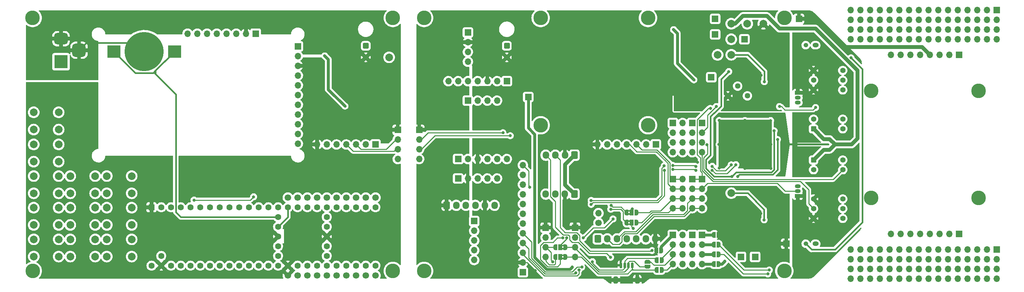
<source format=gbr>
%TF.GenerationSoftware,KiCad,Pcbnew,6.0.2+dfsg-1*%
%TF.CreationDate,2023-07-10T21:47:23-06:00*%
%TF.ProjectId,SpectDrone,53706563-7444-4726-9f6e-652e6b696361,rev?*%
%TF.SameCoordinates,PXd18240cPY697af44*%
%TF.FileFunction,Copper,L1,Top*%
%TF.FilePolarity,Positive*%
%FSLAX46Y46*%
G04 Gerber Fmt 4.6, Leading zero omitted, Abs format (unit mm)*
G04 Created by KiCad (PCBNEW 6.0.2+dfsg-1) date 2023-07-10 21:47:23*
%MOMM*%
%LPD*%
G01*
G04 APERTURE LIST*
G04 Aperture macros list*
%AMRoundRect*
0 Rectangle with rounded corners*
0 $1 Rounding radius*
0 $2 $3 $4 $5 $6 $7 $8 $9 X,Y pos of 4 corners*
0 Add a 4 corners polygon primitive as box body*
4,1,4,$2,$3,$4,$5,$6,$7,$8,$9,$2,$3,0*
0 Add four circle primitives for the rounded corners*
1,1,$1+$1,$2,$3*
1,1,$1+$1,$4,$5*
1,1,$1+$1,$6,$7*
1,1,$1+$1,$8,$9*
0 Add four rect primitives between the rounded corners*
20,1,$1+$1,$2,$3,$4,$5,0*
20,1,$1+$1,$4,$5,$6,$7,0*
20,1,$1+$1,$6,$7,$8,$9,0*
20,1,$1+$1,$8,$9,$2,$3,0*%
%AMFreePoly0*
4,1,22,0.500000,-0.750000,0.000000,-0.750000,0.000000,-0.745033,-0.079941,-0.743568,-0.215256,-0.701293,-0.333266,-0.622738,-0.424486,-0.514219,-0.481581,-0.384460,-0.499164,-0.250000,-0.500000,-0.250000,-0.500000,0.250000,-0.499164,0.250000,-0.499963,0.256109,-0.478152,0.396186,-0.417904,0.524511,-0.324060,0.630769,-0.204165,0.706417,-0.067858,0.745374,0.000000,0.744959,0.000000,0.750000,
0.500000,0.750000,0.500000,-0.750000,0.500000,-0.750000,$1*%
%AMFreePoly1*
4,1,20,0.000000,0.744959,0.073905,0.744508,0.209726,0.703889,0.328688,0.626782,0.421226,0.519385,0.479903,0.390333,0.500000,0.250000,0.500000,-0.250000,0.499851,-0.262216,0.476331,-0.402017,0.414519,-0.529596,0.319384,-0.634700,0.198574,-0.708877,0.061801,-0.746166,0.000000,-0.745033,0.000000,-0.750000,-0.500000,-0.750000,-0.500000,0.750000,0.000000,0.750000,0.000000,0.744959,
0.000000,0.744959,$1*%
%AMFreePoly2*
4,1,22,0.550000,-0.750000,0.000000,-0.750000,0.000000,-0.745033,-0.079941,-0.743568,-0.215256,-0.701293,-0.333266,-0.622738,-0.424486,-0.514219,-0.481581,-0.384460,-0.499164,-0.250000,-0.500000,-0.250000,-0.500000,0.250000,-0.499164,0.250000,-0.499963,0.256109,-0.478152,0.396186,-0.417904,0.524511,-0.324060,0.630769,-0.204165,0.706417,-0.067858,0.745374,0.000000,0.744959,0.000000,0.750000,
0.550000,0.750000,0.550000,-0.750000,0.550000,-0.750000,$1*%
%AMFreePoly3*
4,1,20,0.000000,0.744959,0.073905,0.744508,0.209726,0.703889,0.328688,0.626782,0.421226,0.519385,0.479903,0.390333,0.500000,0.250000,0.500000,-0.250000,0.499851,-0.262216,0.476331,-0.402017,0.414519,-0.529596,0.319384,-0.634700,0.198574,-0.708877,0.061801,-0.746166,0.000000,-0.745033,0.000000,-0.750000,-0.550000,-0.750000,-0.550000,0.750000,0.000000,0.750000,0.000000,0.744959,
0.000000,0.744959,$1*%
G04 Aperture macros list end*
%TA.AperFunction,ComponentPad*%
%ADD10C,2.600000*%
%TD*%
%TA.AperFunction,ConnectorPad*%
%ADD11C,3.800000*%
%TD*%
%TA.AperFunction,ComponentPad*%
%ADD12C,1.700000*%
%TD*%
%TA.AperFunction,ComponentPad*%
%ADD13R,1.700000X1.700000*%
%TD*%
%TA.AperFunction,ComponentPad*%
%ADD14O,1.700000X1.700000*%
%TD*%
%TA.AperFunction,SMDPad,CuDef*%
%ADD15R,3.500000X3.300000*%
%TD*%
%TA.AperFunction,SMDPad,CuDef*%
%ADD16C,10.200000*%
%TD*%
%TA.AperFunction,ComponentPad*%
%ADD17RoundRect,0.249900X-0.450100X-0.450100X0.450100X-0.450100X0.450100X0.450100X-0.450100X0.450100X0*%
%TD*%
%TA.AperFunction,ComponentPad*%
%ADD18C,1.400000*%
%TD*%
%TA.AperFunction,SMDPad,CuDef*%
%ADD19FreePoly0,90.000000*%
%TD*%
%TA.AperFunction,SMDPad,CuDef*%
%ADD20FreePoly1,90.000000*%
%TD*%
%TA.AperFunction,SMDPad,CuDef*%
%ADD21RoundRect,0.150000X-0.150000X-0.625000X0.150000X-0.625000X0.150000X0.625000X-0.150000X0.625000X0*%
%TD*%
%TA.AperFunction,SMDPad,CuDef*%
%ADD22RoundRect,0.250000X-0.350000X-0.650000X0.350000X-0.650000X0.350000X0.650000X-0.350000X0.650000X0*%
%TD*%
%TA.AperFunction,SMDPad,CuDef*%
%ADD23FreePoly2,180.000000*%
%TD*%
%TA.AperFunction,SMDPad,CuDef*%
%ADD24R,1.000000X1.500000*%
%TD*%
%TA.AperFunction,SMDPad,CuDef*%
%ADD25FreePoly3,180.000000*%
%TD*%
%TA.AperFunction,SMDPad,CuDef*%
%ADD26FreePoly0,180.000000*%
%TD*%
%TA.AperFunction,SMDPad,CuDef*%
%ADD27FreePoly1,180.000000*%
%TD*%
%TA.AperFunction,ComponentPad*%
%ADD28C,1.440000*%
%TD*%
%TA.AperFunction,SMDPad,CuDef*%
%ADD29FreePoly2,0.000000*%
%TD*%
%TA.AperFunction,SMDPad,CuDef*%
%ADD30FreePoly3,0.000000*%
%TD*%
%TA.AperFunction,ComponentPad*%
%ADD31O,1.600000X1.200000*%
%TD*%
%TA.AperFunction,ComponentPad*%
%ADD32O,1.200000X1.200000*%
%TD*%
%TA.AperFunction,ComponentPad*%
%ADD33R,1.500000X1.050000*%
%TD*%
%TA.AperFunction,ComponentPad*%
%ADD34O,1.500000X1.050000*%
%TD*%
%TA.AperFunction,SMDPad,CuDef*%
%ADD35FreePoly0,0.000000*%
%TD*%
%TA.AperFunction,SMDPad,CuDef*%
%ADD36FreePoly1,0.000000*%
%TD*%
%TA.AperFunction,ComponentPad*%
%ADD37C,2.000000*%
%TD*%
%TA.AperFunction,ComponentPad*%
%ADD38RoundRect,0.250000X0.600000X0.725000X-0.600000X0.725000X-0.600000X-0.725000X0.600000X-0.725000X0*%
%TD*%
%TA.AperFunction,ComponentPad*%
%ADD39O,1.700000X1.950000*%
%TD*%
%TA.AperFunction,ComponentPad*%
%ADD40C,1.600000*%
%TD*%
%TA.AperFunction,ComponentPad*%
%ADD41R,1.600000X1.600000*%
%TD*%
%TA.AperFunction,ComponentPad*%
%ADD42RoundRect,0.250000X-0.600000X-0.725000X0.600000X-0.725000X0.600000X0.725000X-0.600000X0.725000X0*%
%TD*%
%TA.AperFunction,ComponentPad*%
%ADD43R,3.500000X3.500000*%
%TD*%
%TA.AperFunction,ComponentPad*%
%ADD44RoundRect,0.750000X-1.000000X0.750000X-1.000000X-0.750000X1.000000X-0.750000X1.000000X0.750000X0*%
%TD*%
%TA.AperFunction,ComponentPad*%
%ADD45RoundRect,0.875000X-0.875000X0.875000X-0.875000X-0.875000X0.875000X-0.875000X0.875000X0.875000X0*%
%TD*%
%TA.AperFunction,ComponentPad*%
%ADD46RoundRect,0.250001X0.499999X0.499999X-0.499999X0.499999X-0.499999X-0.499999X0.499999X-0.499999X0*%
%TD*%
%TA.AperFunction,ComponentPad*%
%ADD47C,1.500000*%
%TD*%
%TA.AperFunction,ViaPad*%
%ADD48C,0.800000*%
%TD*%
%TA.AperFunction,ViaPad*%
%ADD49C,0.508000*%
%TD*%
%TA.AperFunction,Conductor*%
%ADD50C,0.250000*%
%TD*%
%TA.AperFunction,Conductor*%
%ADD51C,0.750000*%
%TD*%
%TA.AperFunction,Conductor*%
%ADD52C,0.400000*%
%TD*%
%TA.AperFunction,Conductor*%
%ADD53C,1.000000*%
%TD*%
%TA.AperFunction,Conductor*%
%ADD54C,0.450000*%
%TD*%
G04 APERTURE END LIST*
%TO.C,JP17*%
G36*
X-57521300Y-29137000D02*
G01*
X-58021300Y-29137000D01*
X-58021300Y-28737000D01*
X-57521300Y-28737000D01*
X-57521300Y-29137000D01*
G37*
G36*
X-57521300Y-29937000D02*
G01*
X-58021300Y-29937000D01*
X-58021300Y-29537000D01*
X-57521300Y-29537000D01*
X-57521300Y-29937000D01*
G37*
%TO.C,JP18*%
G36*
X-57521300Y-27397000D02*
G01*
X-58021300Y-27397000D01*
X-58021300Y-26997000D01*
X-57521300Y-26997000D01*
X-57521300Y-27397000D01*
G37*
G36*
X-57521300Y-26597000D02*
G01*
X-58021300Y-26597000D01*
X-58021300Y-26197000D01*
X-57521300Y-26197000D01*
X-57521300Y-26597000D01*
G37*
%TO.C,JP2*%
G36*
X-40253900Y-21007800D02*
G01*
X-40753900Y-21007800D01*
X-40753900Y-20607800D01*
X-40253900Y-20607800D01*
X-40253900Y-21007800D01*
G37*
G36*
X-40253900Y-20207800D02*
G01*
X-40753900Y-20207800D01*
X-40753900Y-19807800D01*
X-40253900Y-19807800D01*
X-40253900Y-20207800D01*
G37*
%TO.C,JP1*%
G36*
X-40253900Y-18340800D02*
G01*
X-40753900Y-18340800D01*
X-40753900Y-17940800D01*
X-40253900Y-17940800D01*
X-40253900Y-18340800D01*
G37*
G36*
X-40253900Y-17540800D02*
G01*
X-40753900Y-17540800D01*
X-40753900Y-17140800D01*
X-40253900Y-17140800D01*
X-40253900Y-17540800D01*
G37*
%TD*%
D10*
%TO.P,H8,1*%
%TO.N,N/C*%
X22677600Y13999800D03*
D11*
X22677600Y13999800D03*
%TD*%
D12*
%TO.P,JRX8,1,Pin_1*%
%TO.N,/RX8*%
X-109195900Y-34175900D03*
%TD*%
%TO.P,JA17,1,Pin_1*%
%TO.N,/A17*%
X-126975900Y-34175900D03*
%TD*%
D13*
%TO.P,J1-2,1,Pin_1*%
%TO.N,/UT1*%
X-24003000Y-9016949D03*
D14*
%TO.P,J1-2,2,Pin_2*%
%TO.N,/UT2*%
X-24003000Y-11556949D03*
%TO.P,J1-2,3,Pin_3*%
%TO.N,/CAN_H*%
X-24003000Y-14096949D03*
%TO.P,J1-2,4,Pin_4*%
%TO.N,/CAN_L*%
X-24003000Y-16636949D03*
%TO.P,J1-2,5,Pin_5*%
%TO.N,/RX*%
X-26503000Y-16636949D03*
%TO.P,J1-2,6,Pin_6*%
%TO.N,/TX*%
X-26503000Y-14096949D03*
%TO.P,J1-2,7,Pin_7*%
%TO.N,/APCRX*%
X-26503000Y-11556949D03*
%TO.P,J1-2,8,Pin_8*%
%TO.N,/APCTX*%
X-26503000Y-9016949D03*
%TD*%
D15*
%TO.P,BT1,1,+*%
%TO.N,/VBAT_RTC*%
X-159080900Y24244100D03*
X-174880900Y24244100D03*
D16*
%TO.P,BT1,2,-*%
%TO.N,GND2*%
X-166980900Y24244100D03*
%TD*%
D17*
%TO.P,U2,1,VCC*%
%TO.N,5V3*%
X7620000Y-4064000D03*
D18*
%TO.P,U2,2,VIDEO*%
%TO.N,S2*%
X7620000Y-6604000D03*
%TO.P,U2,3,GND*%
%TO.N,GND1*%
X7620000Y-14224000D03*
%TO.P,U2,4,CLK*%
%TO.N,/CLK2*%
X7620000Y-16764000D03*
%TO.P,U2,5,CASE*%
%TO.N,GND1*%
X7620000Y-19304000D03*
%TO.P,U2,6,NC*%
%TO.N,unconnected-(U2-Pad6)*%
X15240000Y-19304000D03*
%TO.P,U2,7,ST*%
%TO.N,/ST*%
X15240000Y-16764000D03*
%TO.P,U2,8,NC*%
%TO.N,unconnected-(U2-Pad8)*%
X15240000Y-14224000D03*
%TO.P,U2,9,GAIN*%
%TO.N,/GAIN*%
X15240000Y-6604000D03*
%TO.P,U2,10,EOS*%
%TO.N,unconnected-(U2-Pad10)*%
X15240000Y-4064000D03*
%TD*%
D13*
%TO.P,JVIN1,1,Pin_1*%
%TO.N,/VIN1*%
X-10414000Y27432100D03*
%TD*%
D19*
%TO.P,JP8,1,A*%
%TO.N,/SDA3*%
X-35672000Y-31907000D03*
D20*
%TO.P,JP8,2,B*%
%TO.N,Net-(J1-3-1-Pad3)*%
X-35672000Y-30607000D03*
%TD*%
D11*
%TO.P,H7,1*%
%TO.N,N/C*%
X50677600Y-14000200D03*
D10*
X50677600Y-14000200D03*
%TD*%
D12*
%TO.P,JRX7,1,Pin_1*%
%TO.N,/RX7*%
X-116815900Y-13855900D03*
%TD*%
D11*
%TO.P,H14,1*%
%TO.N,N/C*%
X-196089300Y33020000D03*
D10*
X-196089300Y33020000D03*
%TD*%
D21*
%TO.P,J8,1,Pin_1*%
%TO.N,GND1*%
X-42649300Y-31528000D03*
%TO.P,J8,2,Pin_2*%
%TO.N,/3V1*%
X-41649300Y-31528000D03*
%TO.P,J8,3,Pin_3*%
%TO.N,/SDA3*%
X-40649300Y-31528000D03*
%TO.P,J8,4,Pin_4*%
%TO.N,/SCL3*%
X-39649300Y-31528000D03*
D22*
%TO.P,J8,MP*%
%TO.N,GND1*%
X-43949300Y-35403000D03*
X-38349300Y-35403000D03*
%TD*%
D23*
%TO.P,JP17,1,A*%
%TO.N,/SCL3*%
X-57121300Y-29337000D03*
D24*
%TO.P,JP17,2,C*%
%TO.N,/SCL_{RF}*%
X-58421300Y-29337000D03*
D25*
%TO.P,JP17,3,B*%
%TO.N,SCL*%
X-59721300Y-29337000D03*
%TD*%
D12*
%TO.P,JA16,1,Pin_1*%
%TO.N,/A16*%
X-124435900Y-34175900D03*
%TD*%
D13*
%TO.P,JAC1,1,Pin_1*%
%TO.N,SCL*%
X45552800Y-23398400D03*
D14*
%TO.P,JAC1,2,Pin_2*%
%TO.N,SDA*%
X43012800Y-23398400D03*
%TO.P,JAC1,3,Pin_3*%
%TO.N,5V3*%
X40472800Y-23398400D03*
%TO.P,JAC1,4,Pin_4*%
%TO.N,GND1*%
X37932800Y-23398400D03*
%TO.P,JAC1,5,Pin_5*%
%TO.N,SCK*%
X35392800Y-23398400D03*
%TO.P,JAC1,6,Pin_6*%
%TO.N,MISO*%
X32852800Y-23398400D03*
%TO.P,JAC1,7,Pin_7*%
%TO.N,MOSI*%
X30312800Y-23398400D03*
%TO.P,JAC1,8,Pin_8*%
%TO.N,/CAM1TX*%
X27772800Y-23398400D03*
%TD*%
D10*
%TO.P,H11,1*%
%TO.N,N/C*%
X-35560000Y5007100D03*
D11*
X-35560000Y5007100D03*
%TD*%
D10*
%TO.P,H4,1*%
%TO.N,N/C*%
X-93980000Y-33020000D03*
D11*
X-93980000Y-33020000D03*
%TD*%
D12*
%TO.P,J3V2,1,Pin_1*%
%TO.N,/3V2*%
X-129515900Y-13855900D03*
%TD*%
D10*
%TO.P,H3,1*%
%TO.N,N/C*%
X-93980000Y33020000D03*
D11*
X-93980000Y33020000D03*
%TD*%
D13*
%TO.P,JAUX1,1,Pin_1*%
%TO.N,Net-(D3-Pad1)*%
X-68199000Y-33337500D03*
D14*
%TO.P,JAUX1,2,Pin_2*%
%TO.N,GND1*%
X-68199000Y-30797500D03*
%TO.P,JAUX1,3,Pin_3*%
%TO.N,MOSI*%
X-68199000Y-28257500D03*
%TO.P,JAUX1,4,Pin_4*%
%TO.N,SCK*%
X-68199000Y-25717500D03*
%TO.P,JAUX1,5,Pin_5*%
%TO.N,MISO*%
X-68199000Y-23177500D03*
%TO.P,JAUX1,6,Pin_6*%
%TO.N,SCL*%
X-68199000Y-20637500D03*
%TO.P,JAUX1,7,Pin_7*%
%TO.N,SDA*%
X-68199000Y-18097500D03*
%TO.P,JAUX1,8,Pin_8*%
%TO.N,/CAM2RX*%
X-68199000Y-15557500D03*
%TO.P,JAUX1,9,Pin_9*%
%TO.N,/CAM2TX*%
X-68199000Y-13017500D03*
%TO.P,JAUX1,10,Pin_10*%
%TO.N,/CAM1RX*%
X-68199000Y-10477500D03*
%TO.P,JAUX1,11,Pin_11*%
%TO.N,/CAM1TX*%
X-68199000Y-7937500D03*
%TO.P,JAUX1,12,Pin_12*%
%TO.N,/TXS_{E}*%
X-68199000Y-5397500D03*
%TD*%
D12*
%TO.P,JA12,1,Pin_1*%
%TO.N,/MOSI1*%
X-121895900Y-13855900D03*
%TD*%
D26*
%TO.P,JP4,1,A*%
%TO.N,5V3*%
X-17130000Y-31242000D03*
D27*
%TO.P,JP4,2,B*%
%TO.N,Net-(J1-3-2-Pad4)*%
X-18430000Y-31242000D03*
%TD*%
D13*
%TO.P,JAPC1,1,Pin_1*%
%TO.N,/APCTX*%
X-29083446Y-9016949D03*
D14*
%TO.P,JAPC1,2,Pin_2*%
%TO.N,/APCRX*%
X-29083446Y-11556949D03*
%TO.P,JAPC1,3,Pin_3*%
%TO.N,/TX*%
X-29083446Y-14096949D03*
%TO.P,JAPC1,4,Pin_4*%
%TO.N,/RX*%
X-29083446Y-16636949D03*
%TD*%
D11*
%TO.P,H15,1*%
%TO.N,N/C*%
X-196057300Y-33020000D03*
D10*
X-196057300Y-33020000D03*
%TD*%
D13*
%TO.P,J3V3,1,Pin_1*%
%TO.N,/3V1*%
X-66800000Y12380000D03*
%TD*%
%TO.P,J1-3,1,Pin_1*%
%TO.N,Net-(J1-3-2-Pad1)*%
X-24003000Y-23621949D03*
D14*
%TO.P,J1-3,2,Pin_2*%
%TO.N,Net-(J1-3-2-Pad2)*%
X-24003000Y-26161949D03*
%TO.P,J1-3,3,Pin_3*%
%TO.N,Net-(J1-3-2-Pad3)*%
X-24003000Y-28701949D03*
%TO.P,J1-3,4,Pin_4*%
%TO.N,Net-(J1-3-2-Pad4)*%
X-24003000Y-31241949D03*
%TO.P,J1-3,5,Pin_5*%
%TO.N,Net-(J1-3-1-Pad4)*%
X-26503000Y-31241949D03*
%TO.P,J1-3,6,Pin_6*%
%TO.N,Net-(J1-3-1-Pad3)*%
X-26503000Y-28701949D03*
%TO.P,J1-3,7,Pin_7*%
%TO.N,Net-(J1-3-1-Pad2)*%
X-26503000Y-26161949D03*
%TO.P,J1-3,8,Pin_8*%
%TO.N,Net-(J1-3-1-Pad1)*%
X-26503000Y-23621949D03*
%TD*%
D12*
%TO.P,JRX3,1,Pin_1*%
%TO.N,/RX3*%
X-111735900Y-13855900D03*
%TD*%
D23*
%TO.P,JP18,1,A*%
%TO.N,/SDA3*%
X-57121300Y-26797000D03*
D24*
%TO.P,JP18,2,C*%
%TO.N,/SDA_{RF}*%
X-58421300Y-26797000D03*
D25*
%TO.P,JP18,3,B*%
%TO.N,SDA*%
X-59721300Y-26797000D03*
%TD*%
D13*
%TO.P,J1-3-1,1,Pin_1*%
%TO.N,Net-(J1-3-1-Pad1)*%
X-29083446Y-23621949D03*
D14*
%TO.P,J1-3-1,2,Pin_2*%
%TO.N,Net-(J1-3-1-Pad2)*%
X-29083446Y-26161949D03*
%TO.P,J1-3-1,3,Pin_3*%
%TO.N,Net-(J1-3-1-Pad3)*%
X-29083446Y-28701949D03*
%TO.P,J1-3-1,4,Pin_4*%
%TO.N,Net-(J1-3-1-Pad4)*%
X-29083446Y-31241949D03*
%TD*%
D10*
%TO.P,H9,1*%
%TO.N,N/C*%
X-63560000Y5007100D03*
D11*
X-63560000Y5007100D03*
%TD*%
D12*
%TO.P,CAN1,1,Pin_1*%
%TO.N,/CAN_L*%
X-48489900Y-20459900D03*
D14*
%TO.P,CAN1,2,Pin_2*%
%TO.N,/CAN_H*%
X-48489900Y-17919900D03*
%TD*%
D11*
%TO.P,H6,1*%
%TO.N,N/C*%
X50677600Y13999800D03*
D10*
X50677600Y13999800D03*
%TD*%
%TO.P,H12,1*%
%TO.N,N/C*%
X-63560000Y33007100D03*
D11*
X-63560000Y33007100D03*
%TD*%
D10*
%TO.P,H13,1*%
%TO.N,N/C*%
X-102109300Y33020000D03*
D11*
X-102109300Y33020000D03*
%TD*%
D13*
%TO.P,JUT1,1,Pin_1*%
%TO.N,/UT1*%
X-21463000Y-9016949D03*
D14*
%TO.P,JUT1,2,Pin_2*%
%TO.N,/UT2*%
X-21463000Y-11556949D03*
%TO.P,JUT1,3,Pin_3*%
%TO.N,/CAN_H*%
X-21463000Y-14096949D03*
%TO.P,JUT1,4,Pin_4*%
%TO.N,/CAN_L*%
X-21463000Y-16636949D03*
%TD*%
D12*
%TO.P,JTX3,1,Pin_1*%
%TO.N,/TX3*%
X-109195900Y-13855900D03*
%TD*%
%TO.P,JA11,1,Pin_1*%
%TO.N,/SDA2*%
X-124435900Y-13855900D03*
%TD*%
D28*
%TO.P,RV1,1,1*%
%TO.N,1V1*%
X-9627900Y12687100D03*
%TO.P,RV1,2,2*%
%TO.N,Net-(R9-Pad2)*%
X-12167900Y15227100D03*
%TO.P,RV1,3,3*%
%TO.N,GND1*%
X-14707900Y12687100D03*
%TD*%
D10*
%TO.P,H2,1*%
%TO.N,N/C*%
X0Y33020000D03*
D11*
X0Y33020000D03*
%TD*%
D29*
%TO.P,JP2,1,A*%
%TO.N,/CAM2RX*%
X-41153900Y-20407800D03*
D24*
%TO.P,JP2,2,C*%
%TO.N,/5v_RX*%
X-39853900Y-20407800D03*
D30*
%TO.P,JP2,3,B*%
%TO.N,/RX*%
X-38553900Y-20407800D03*
%TD*%
D13*
%TO.P,JGPS1,1,Pin_1*%
%TO.N,/GPS_5V*%
X-80900000Y-20011000D03*
D14*
%TO.P,JGPS1,2,Pin_2*%
%TO.N,/GPS_GND*%
X-80900000Y-22551000D03*
%TO.P,JGPS1,3,Pin_3*%
%TO.N,/GPSRX*%
X-80900000Y-25091000D03*
%TO.P,JGPS1,4,Pin_4*%
%TO.N,/GPSTX*%
X-80900000Y-27631000D03*
%TO.P,JGPS1,5,Pin_5*%
%TO.N,/PPS*%
X-80900000Y-30171000D03*
%TD*%
D31*
%TO.P,PD1,1,A*%
%TO.N,Net-(JPD2-Pad1)*%
X8128000Y25908000D03*
D32*
%TO.P,PD1,2,K*%
%TO.N,PD1*%
X5588000Y25908000D03*
%TD*%
D13*
%TO.P,JA1,1,Pin_1*%
%TO.N,P1*%
X-29083446Y5588051D03*
D14*
%TO.P,JA1,2,Pin_2*%
%TO.N,S1*%
X-29083446Y3048051D03*
%TO.P,JA1,3,Pin_3*%
%TO.N,P2*%
X-29083446Y508051D03*
%TO.P,JA1,4,Pin_4*%
%TO.N,S2*%
X-29083446Y-2031949D03*
%TD*%
D12*
%TO.P,JTX8,1,Pin_1*%
%TO.N,/TX8*%
X-111735900Y-34175900D03*
%TD*%
D26*
%TO.P,JP9,1,A*%
%TO.N,SDA*%
X-17130000Y-26162000D03*
D27*
%TO.P,JP9,2,B*%
%TO.N,Net-(J1-3-2-Pad2)*%
X-18430000Y-26162000D03*
%TD*%
D33*
%TO.P,UT2,1,GND*%
%TO.N,GND1*%
X3505200Y-13462000D03*
D34*
%TO.P,UT2,2,Signal*%
%TO.N,/UT2*%
X3505200Y-12192000D03*
%TO.P,UT2,3,V+*%
%TO.N,5V3*%
X3505200Y-10922000D03*
%TD*%
D10*
%TO.P,H10,1*%
%TO.N,N/C*%
X-35560000Y33007100D03*
D11*
X-35560000Y33007100D03*
%TD*%
D26*
%TO.P,JP3,1,A*%
%TO.N,GND1*%
X-17130000Y-23622000D03*
D27*
%TO.P,JP3,2,B*%
%TO.N,Net-(J1-3-2-Pad1)*%
X-18430000Y-23622000D03*
%TD*%
D12*
%TO.P,JCK2,1,Pin_1*%
%TO.N,/CK2*%
X-106655900Y-34175900D03*
%TD*%
%TO.P,JTX7,1,Pin_1*%
%TO.N,/TX7*%
X-114275900Y-13855900D03*
%TD*%
D13*
%TO.P,JD1,1,Pin_1*%
%TO.N,/CLK1*%
X-21463000Y5588051D03*
D14*
%TO.P,JD1,2,Pin_2*%
%TO.N,/ST*%
X-21463000Y3048051D03*
%TO.P,JD1,3,Pin_3*%
%TO.N,/GAIN*%
X-21463000Y508051D03*
%TO.P,JD1,4,Pin_4*%
%TO.N,/CLK2*%
X-21463000Y-2031949D03*
%TD*%
D12*
%TO.P,JSS1,1,Pin_1*%
%TO.N,/SS1*%
X-119355900Y-34175900D03*
%TD*%
D29*
%TO.P,JP1,1,A*%
%TO.N,/CAM2TX*%
X-41153900Y-17740800D03*
D24*
%TO.P,JP1,2,C*%
%TO.N,/5v_TX*%
X-39853900Y-17740800D03*
D30*
%TO.P,JP1,3,B*%
%TO.N,/TX*%
X-38553900Y-17740800D03*
%TD*%
D12*
%TO.P,JGND1,1,Pin_1*%
%TO.N,GND2*%
X-129515900Y-34175900D03*
%TD*%
D35*
%TO.P,JP7,1,A*%
%TO.N,/3V1*%
X-33290300Y-30226000D03*
D36*
%TO.P,JP7,2,B*%
%TO.N,Net-(J1-3-1-Pad2)*%
X-31990300Y-30226000D03*
%TD*%
D12*
%TO.P,JSS2,1,Pin_1*%
%TO.N,/SS2*%
X-116815900Y-34175900D03*
%TD*%
%TO.P,JA13,1,Pin_1*%
%TO.N,/SCK1*%
X-119355900Y-13855900D03*
%TD*%
D10*
%TO.P,H5,1*%
%TO.N,N/C*%
X22677600Y-14000200D03*
D11*
X22677600Y-14000200D03*
%TD*%
D26*
%TO.P,JP10,1,A*%
%TO.N,SCL*%
X-17130000Y-28702000D03*
D27*
%TO.P,JP10,2,B*%
%TO.N,Net-(J1-3-2-Pad3)*%
X-18430000Y-28702000D03*
%TD*%
D10*
%TO.P,H1,1*%
%TO.N,N/C*%
X0Y-33020000D03*
D11*
X0Y-33020000D03*
%TD*%
%TO.P,H16,1*%
%TO.N,N/C*%
X-102109300Y-33020000D03*
D10*
X-102109300Y-33020000D03*
%TD*%
D13*
%TO.P,J1-1,1,Pin_1*%
%TO.N,/CLK1*%
X-24004300Y5588000D03*
D14*
%TO.P,J1-1,2,Pin_2*%
%TO.N,/ST*%
X-24004300Y3048000D03*
%TO.P,J1-1,3,Pin_3*%
%TO.N,/GAIN*%
X-24004300Y508000D03*
%TO.P,J1-1,4,Pin_4*%
%TO.N,/CLK2*%
X-24004300Y-2032000D03*
%TO.P,J1-1,5,Pin_5*%
%TO.N,S2*%
X-26504300Y-2032000D03*
%TO.P,J1-1,6,Pin_6*%
%TO.N,P2*%
X-26504300Y508000D03*
%TO.P,J1-1,7,Pin_7*%
%TO.N,S1*%
X-26504300Y3048000D03*
%TO.P,J1-1,8,Pin_8*%
%TO.N,P1*%
X-26504300Y5588000D03*
%TD*%
D12*
%TO.P,JSS3,1,Pin_1*%
%TO.N,/SS3*%
X-114275900Y-34175900D03*
%TD*%
%TO.P,JOUT1,1,Pin_1*%
%TO.N,/OUT*%
X-106655900Y-13855900D03*
%TD*%
D13*
%TO.P,J1-3-2,1,Pin_1*%
%TO.N,Net-(J1-3-2-Pad1)*%
X-21463000Y-23621949D03*
D14*
%TO.P,J1-3-2,2,Pin_2*%
%TO.N,Net-(J1-3-2-Pad2)*%
X-21463000Y-26161949D03*
%TO.P,J1-3-2,3,Pin_3*%
%TO.N,Net-(J1-3-2-Pad3)*%
X-21463000Y-28701949D03*
%TO.P,J1-3-2,4,Pin_4*%
%TO.N,Net-(J1-3-2-Pad4)*%
X-21463000Y-31241949D03*
%TD*%
D12*
%TO.P,JA10,1,Pin_1*%
%TO.N,/SCL2*%
X-126975900Y-13855900D03*
%TD*%
D35*
%TO.P,JP5,1,A*%
%TO.N,GND1*%
X-33416000Y-27686000D03*
D36*
%TO.P,JP5,2,B*%
%TO.N,Net-(J1-3-1-Pad1)*%
X-32116000Y-27686000D03*
%TD*%
D37*
%TO.P,TP4,1,1*%
%TO.N,/5V4*%
X-103086300Y22733000D03*
%TD*%
D12*
%TO.P,JMISO1,1,Pin_1*%
%TO.N,/MISO1*%
X-121895900Y-34175900D03*
%TD*%
D35*
%TO.P,JP6,1,A*%
%TO.N,/SCL3*%
X-33289000Y-32766000D03*
D36*
%TO.P,JP6,2,B*%
%TO.N,Net-(J1-3-1-Pad4)*%
X-31989000Y-32766000D03*
%TD*%
D37*
%TO.P,SW5,1,1*%
%TO.N,/SW5*%
X-179764300Y-16510000D03*
X-186264300Y-16510000D03*
%TO.P,SW5,2,2*%
%TO.N,Net-(RSW1-Pad2)*%
X-186264300Y-21010000D03*
X-179764300Y-21010000D03*
%TD*%
%TO.P,SW0,1,1*%
%TO.N,/SW0*%
X-195796300Y0D03*
X-189296300Y0D03*
%TO.P,SW0,2,2*%
%TO.N,Net-(RSW1-Pad2)*%
X-195796300Y-4500000D03*
X-189296300Y-4500000D03*
%TD*%
D13*
%TO.P,J7,1,Pin_1*%
%TO.N,unconnected-(J7-Pad1)*%
X55372000Y-27432000D03*
D14*
%TO.P,J7,2,Pin_2*%
%TO.N,unconnected-(J7-Pad2)*%
X52832000Y-27432000D03*
%TO.P,J7,3,Pin_3*%
%TO.N,unconnected-(J7-Pad3)*%
X50292000Y-27432000D03*
%TO.P,J7,4,Pin_4*%
%TO.N,unconnected-(J7-Pad4)*%
X47752000Y-27432000D03*
%TO.P,J7,5,Pin_5*%
%TO.N,unconnected-(J7-Pad5)*%
X45212000Y-27432000D03*
%TO.P,J7,6,Pin_6*%
%TO.N,unconnected-(J7-Pad6)*%
X42672000Y-27432000D03*
%TO.P,J7,7,Pin_7*%
%TO.N,unconnected-(J7-Pad7)*%
X40132000Y-27432000D03*
%TO.P,J7,8,Pin_8*%
%TO.N,unconnected-(J7-Pad8)*%
X37592000Y-27432000D03*
%TO.P,J7,9,Pin_9*%
%TO.N,unconnected-(J7-Pad9)*%
X35052000Y-27432000D03*
%TO.P,J7,10,Pin_10*%
%TO.N,unconnected-(J7-Pad10)*%
X32512000Y-27432000D03*
%TO.P,J7,11,Pin_11*%
%TO.N,unconnected-(J7-Pad11)*%
X29972000Y-27432000D03*
%TO.P,J7,12,Pin_12*%
%TO.N,unconnected-(J7-Pad12)*%
X27432000Y-27432000D03*
%TO.P,J7,13,Pin_13*%
%TO.N,unconnected-(J7-Pad13)*%
X24892000Y-27432000D03*
%TO.P,J7,14,Pin_14*%
%TO.N,SCK*%
X22352000Y-27432000D03*
%TO.P,J7,15,Pin_15*%
%TO.N,MISO*%
X19812000Y-27432000D03*
%TO.P,J7,16,Pin_16*%
%TO.N,MOSI*%
X17272000Y-27432000D03*
%TO.P,J7,17,Pin_17*%
%TO.N,unconnected-(J7-Pad17)*%
X55372000Y-29972000D03*
%TO.P,J7,18,Pin_18*%
%TO.N,unconnected-(J7-Pad18)*%
X52832000Y-29972000D03*
%TO.P,J7,19,Pin_19*%
%TO.N,unconnected-(J7-Pad19)*%
X50292000Y-29972000D03*
%TO.P,J7,20,Pin_20*%
%TO.N,unconnected-(J7-Pad20)*%
X47752000Y-29972000D03*
%TO.P,J7,21,Pin_21*%
%TO.N,unconnected-(J7-Pad21)*%
X45212000Y-29972000D03*
%TO.P,J7,22,Pin_22*%
%TO.N,unconnected-(J7-Pad22)*%
X42672000Y-29972000D03*
%TO.P,J7,23,Pin_23*%
%TO.N,unconnected-(J7-Pad23)*%
X40132000Y-29972000D03*
%TO.P,J7,24,Pin_24*%
%TO.N,unconnected-(J7-Pad24)*%
X37592000Y-29972000D03*
%TO.P,J7,25,Pin_25*%
%TO.N,unconnected-(J7-Pad25)*%
X35052000Y-29972000D03*
%TO.P,J7,26,Pin_26*%
%TO.N,unconnected-(J7-Pad26)*%
X32512000Y-29972000D03*
%TO.P,J7,27,Pin_27*%
%TO.N,unconnected-(J7-Pad27)*%
X29972000Y-29972000D03*
%TO.P,J7,28,Pin_28*%
%TO.N,unconnected-(J7-Pad28)*%
X27432000Y-29972000D03*
%TO.P,J7,29,Pin_29*%
%TO.N,unconnected-(J7-Pad29)*%
X24892000Y-29972000D03*
%TO.P,J7,30,Pin_30*%
%TO.N,unconnected-(J7-Pad30)*%
X22352000Y-29972000D03*
%TO.P,J7,31,Pin_31*%
%TO.N,unconnected-(J7-Pad31)*%
X19812000Y-29972000D03*
%TO.P,J7,32,Pin_32*%
%TO.N,GND1*%
X17272000Y-29972000D03*
%TO.P,J7,33,Pin_33*%
%TO.N,unconnected-(J7-Pad33)*%
X55372000Y-32512000D03*
%TO.P,J7,34,Pin_34*%
%TO.N,unconnected-(J7-Pad34)*%
X52832000Y-32512000D03*
%TO.P,J7,35,Pin_35*%
%TO.N,unconnected-(J7-Pad35)*%
X50292000Y-32512000D03*
%TO.P,J7,36,Pin_36*%
%TO.N,unconnected-(J7-Pad36)*%
X47752000Y-32512000D03*
%TO.P,J7,37,Pin_37*%
%TO.N,unconnected-(J7-Pad37)*%
X45212000Y-32512000D03*
%TO.P,J7,38,Pin_38*%
%TO.N,unconnected-(J7-Pad38)*%
X42672000Y-32512000D03*
%TO.P,J7,39,Pin_39*%
%TO.N,unconnected-(J7-Pad39)*%
X40132000Y-32512000D03*
%TO.P,J7,40,Pin_40*%
%TO.N,unconnected-(J7-Pad40)*%
X37592000Y-32512000D03*
%TO.P,J7,41,Pin_41*%
%TO.N,unconnected-(J7-Pad41)*%
X35052000Y-32512000D03*
%TO.P,J7,42,Pin_42*%
%TO.N,unconnected-(J7-Pad42)*%
X32512000Y-32512000D03*
%TO.P,J7,43,Pin_43*%
%TO.N,unconnected-(J7-Pad43)*%
X29972000Y-32512000D03*
%TO.P,J7,44,Pin_44*%
%TO.N,unconnected-(J7-Pad44)*%
X27432000Y-32512000D03*
%TO.P,J7,45,Pin_45*%
%TO.N,unconnected-(J7-Pad45)*%
X24892000Y-32512000D03*
%TO.P,J7,46,Pin_46*%
%TO.N,unconnected-(J7-Pad46)*%
X22352000Y-32512000D03*
%TO.P,J7,47,Pin_47*%
%TO.N,unconnected-(J7-Pad47)*%
X19812000Y-32512000D03*
%TO.P,J7,48,Pin_48*%
%TO.N,SDA*%
X17272000Y-32512000D03*
%TO.P,J7,49,Pin_49*%
%TO.N,unconnected-(J7-Pad49)*%
X55372000Y-35052000D03*
%TO.P,J7,50,Pin_50*%
%TO.N,unconnected-(J7-Pad50)*%
X52832000Y-35052000D03*
%TO.P,J7,51,Pin_51*%
%TO.N,unconnected-(J7-Pad51)*%
X50292000Y-35052000D03*
%TO.P,J7,52,Pin_52*%
%TO.N,unconnected-(J7-Pad52)*%
X47752000Y-35052000D03*
%TO.P,J7,53,Pin_53*%
%TO.N,unconnected-(J7-Pad53)*%
X45212000Y-35052000D03*
%TO.P,J7,54,Pin_54*%
%TO.N,unconnected-(J7-Pad54)*%
X42672000Y-35052000D03*
%TO.P,J7,55,Pin_55*%
%TO.N,unconnected-(J7-Pad55)*%
X40132000Y-35052000D03*
%TO.P,J7,56,Pin_56*%
%TO.N,unconnected-(J7-Pad56)*%
X37592000Y-35052000D03*
%TO.P,J7,57,Pin_57*%
%TO.N,unconnected-(J7-Pad57)*%
X35052000Y-35052000D03*
%TO.P,J7,58,Pin_58*%
%TO.N,unconnected-(J7-Pad58)*%
X32512000Y-35052000D03*
%TO.P,J7,59,Pin_59*%
%TO.N,unconnected-(J7-Pad59)*%
X29972000Y-35052000D03*
%TO.P,J7,60,Pin_60*%
%TO.N,unconnected-(J7-Pad60)*%
X27432000Y-35052000D03*
%TO.P,J7,61,Pin_61*%
%TO.N,unconnected-(J7-Pad61)*%
X24892000Y-35052000D03*
%TO.P,J7,62,Pin_62*%
%TO.N,unconnected-(J7-Pad62)*%
X22352000Y-35052000D03*
%TO.P,J7,63,Pin_63*%
%TO.N,unconnected-(J7-Pad63)*%
X19812000Y-35052000D03*
%TO.P,J7,64,Pin_64*%
%TO.N,SCL*%
X17272000Y-35052000D03*
%TD*%
D37*
%TO.P,SW2,1,1*%
%TO.N,/SW2*%
X-186264300Y-8255000D03*
X-179764300Y-8255000D03*
%TO.P,SW2,2,2*%
%TO.N,Net-(RSW1-Pad2)*%
X-179764300Y-12755000D03*
X-186264300Y-12755000D03*
%TD*%
D13*
%TO.P,J5-1,1,Pin_1*%
%TO.N,5V3*%
X-85090000Y-3810000D03*
D14*
%TO.P,J5-1,2,Pin_2*%
%TO.N,/BNO3VO*%
X-82550000Y-3810000D03*
%TO.P,J5-1,3,Pin_3*%
%TO.N,GND1*%
X-80010000Y-3810000D03*
%TO.P,J5-1,4,Pin_4*%
%TO.N,SDA*%
X-77470000Y-3810000D03*
%TO.P,J5-1,5,Pin_5*%
%TO.N,SCL*%
X-74930000Y-3810000D03*
%TO.P,J5-1,6,Pin_6*%
%TO.N,/BNORST*%
X-72390000Y-3810000D03*
%TD*%
D13*
%TO.P,J3V1-1,1,Pin_1*%
%TO.N,/3V1*%
X-19051300Y17526000D03*
%TD*%
D37*
%TO.P,SW9,1,1*%
%TO.N,/SW9*%
X-189289300Y-24765000D03*
X-195789300Y-24765000D03*
%TO.P,SW9,2,2*%
%TO.N,Net-(RSW1-Pad2)*%
X-189289300Y-29265000D03*
X-195789300Y-29265000D03*
%TD*%
%TO.P,TP1,1,1*%
%TO.N,5V3*%
X-13843000Y31496000D03*
%TD*%
D13*
%TO.P,JAPC-1,1,Pin_1*%
%TO.N,/APCSET*%
X-33528000Y-12900D03*
D14*
%TO.P,JAPC-1,2,Pin_2*%
%TO.N,/APCAUX*%
X-36068000Y-12900D03*
%TO.P,JAPC-1,3,Pin_3*%
%TO.N,/APCTX*%
X-38608000Y-12900D03*
%TO.P,JAPC-1,4,Pin_4*%
%TO.N,/APCRX*%
X-41148000Y-12900D03*
%TO.P,JAPC-1,5,Pin_5*%
%TO.N,/APCEN*%
X-43688000Y-12900D03*
%TO.P,JAPC-1,6,Pin_6*%
%TO.N,5V3*%
X-46228000Y-12900D03*
%TO.P,JAPC-1,7,Pin_7*%
%TO.N,GND1*%
X-48768000Y-12900D03*
%TD*%
D13*
%TO.P,J5V3-1,1,Pin_1*%
%TO.N,5V3*%
X-18035300Y32766000D03*
%TD*%
%TO.P,JI2C3v-1,1,Pin_1*%
%TO.N,GND1*%
X-54610000Y-21711600D03*
D14*
%TO.P,JI2C3v-1,2,Pin_2*%
%TO.N,/3V1*%
X-54610000Y-24251600D03*
%TO.P,JI2C3v-1,3,Pin_3*%
%TO.N,/SDA3*%
X-54610000Y-26791600D03*
%TO.P,JI2C3v-1,4,Pin_4*%
%TO.N,/SCL3*%
X-54610000Y-29331600D03*
%TD*%
D37*
%TO.P,TP5v0-1,1,1*%
%TO.N,V_{AREF}*%
X-17400300Y23368000D03*
%TD*%
D33*
%TO.P,UT1,1,GND*%
%TO.N,GND1*%
X3505200Y13462000D03*
D34*
%TO.P,UT1,2,Signal*%
%TO.N,/UT1*%
X3505200Y12192000D03*
%TO.P,UT1,3,V+*%
%TO.N,5V3*%
X3505200Y10922000D03*
%TD*%
D38*
%TO.P,JCAM2,1,Pin_1*%
%TO.N,5V3*%
X-54737000Y-12954000D03*
D39*
%TO.P,JCAM2,2,Pin_2*%
%TO.N,GND1*%
X-57237000Y-12954000D03*
%TO.P,JCAM2,3,Pin_3*%
%TO.N,/CAM2RX*%
X-59737000Y-12954000D03*
%TO.P,JCAM2,4,Pin_4*%
%TO.N,/CAM2TX*%
X-62237000Y-12954000D03*
%TD*%
D37*
%TO.P,TP2,1,1*%
%TO.N,/VIN1*%
X-9653300Y31496000D03*
%TD*%
D13*
%TO.P,J3V0-1,1,Pin_1*%
%TO.N,3V0*%
X-7620000Y-29337000D03*
%TD*%
D40*
%TO.P,U7,0-15,VBAT*%
%TO.N,/VBAT_RTC*%
X-132055900Y-18935900D03*
%TO.P,U7,0-16,TXS_{e}*%
%TO.N,/3V2*%
X-132055900Y-21475900D03*
%TO.P,U7,0-17,GND*%
%TO.N,GND2*%
X-132055900Y-24015900D03*
%TO.P,U7,0-18,PROGRAM*%
%TO.N,unconnected-(U7-Pad0-18)*%
X-132055900Y-26555900D03*
%TO.P,U7,0-19,DAC*%
%TO.N,unconnected-(U7-Pad0-19)*%
X-132055900Y-29095900D03*
D41*
%TO.P,U7,1,GND*%
%TO.N,GND2*%
X-165075900Y-16395900D03*
D40*
%TO.P,U7,2,0_RX1_CRX2_CS1*%
%TO.N,unconnected-(U7-Pad2)*%
X-162535900Y-16395900D03*
%TO.P,U7,3,1_TX1_CTX2_MISO1*%
%TO.N,unconnected-(U7-Pad3)*%
X-159995900Y-16395900D03*
%TO.P,U7,4,2_OUT2*%
%TO.N,/SW0*%
X-157455900Y-16395900D03*
%TO.P,U7,5,3_LRCLK2*%
%TO.N,/SW10*%
X-154915900Y-16395900D03*
%TO.P,U7,6,4_BCLK2*%
%TO.N,/LED*%
X-152375900Y-16395900D03*
%TO.P,U7,7,5_IN2*%
%TO.N,/D{slash}C*%
X-149835900Y-16395900D03*
%TO.P,U7,8,6_OUT1D*%
%TO.N,/RST*%
X-147295900Y-16395900D03*
%TO.P,U7,9,7_RX2_OUT1A*%
%TO.N,/DCS*%
X-144755900Y-16395900D03*
%TO.P,U7,10,8_TX2_IN1*%
%TO.N,/SDCS*%
X-142215900Y-16395900D03*
%TO.P,U7,11,9_OUT1C*%
%TO.N,/APC2RX*%
X-139675900Y-16395900D03*
%TO.P,U7,12,10_CS_MQSR*%
%TO.N,/APC2TX*%
X-137135900Y-16395900D03*
%TO.P,U7,13,11_MOSI_CTX1*%
%TO.N,/MOSI_T*%
X-134595900Y-16395900D03*
%TO.P,U7,14,12_MISO_MQSL*%
%TO.N,/MISO_T*%
X-132055900Y-16395900D03*
%TO.P,U7,15,3V3*%
%TO.N,/3V2*%
X-129515900Y-16395900D03*
%TO.P,U7,16,24_A10_TX6_SCL2*%
%TO.N,/SCL2*%
X-126975900Y-16395900D03*
%TO.P,U7,17,25_A11_RX6_SDA2*%
%TO.N,/SDA2*%
X-124435900Y-16395900D03*
%TO.P,U7,18,26_A12_MOSI1*%
%TO.N,/MOSI1*%
X-121895900Y-16395900D03*
%TO.P,U7,19,27_A13_SCK1*%
%TO.N,/SCK1*%
X-119355900Y-16395900D03*
%TO.P,U7,20,28_RX7*%
%TO.N,/RX7*%
X-116815900Y-16395900D03*
%TO.P,U7,21,29_TX7*%
%TO.N,/TX7*%
X-114275900Y-16395900D03*
%TO.P,U7,22,30_CRX3*%
%TO.N,/RX3*%
X-111735900Y-16395900D03*
%TO.P,U7,23,31_CTX3*%
%TO.N,/TX3*%
X-109195900Y-16395900D03*
%TO.P,U7,24,32_OUT1B*%
%TO.N,/OUT*%
X-106655900Y-16395900D03*
%TO.P,U7,25,33_MCLK2*%
%TO.N,/CK2*%
X-106655900Y-31635900D03*
%TO.P,U7,26,34_RX8*%
%TO.N,/RX8*%
X-109195900Y-31635900D03*
%TO.P,U7,27,35_TX8*%
%TO.N,/TX8*%
X-111735900Y-31635900D03*
%TO.P,U7,28,36_CS*%
%TO.N,/SS3*%
X-114275900Y-31635900D03*
%TO.P,U7,29,37_CS*%
%TO.N,/SS2*%
X-116815900Y-31635900D03*
%TO.P,U7,30,38_CS1_IN1*%
%TO.N,/SS1*%
X-119355900Y-31635900D03*
%TO.P,U7,31,39_MISO1_OUT1A*%
%TO.N,/MISO1*%
X-121895900Y-31635900D03*
%TO.P,U7,32,40_A16*%
%TO.N,/A16*%
X-124435900Y-31635900D03*
%TO.P,U7,33,41_A17*%
%TO.N,/A17*%
X-126975900Y-31635900D03*
%TO.P,U7,34,GND*%
%TO.N,GND2*%
X-129515900Y-31635900D03*
%TO.P,U7,35,13_SCK_LED*%
%TO.N,/SCLK*%
X-132055900Y-31635900D03*
%TO.P,U7,36,14_A0_TX3_SPDIF_OUT*%
%TO.N,unconnected-(U7-Pad36)*%
X-134595900Y-31635900D03*
%TO.P,U7,37,15_A1_RX3_SPDIF_IN*%
%TO.N,/SW1*%
X-137135900Y-31635900D03*
%TO.P,U7,38,16_A2_RX4_SCL1*%
%TO.N,/SW2*%
X-139675900Y-31635900D03*
%TO.P,U7,39,17_A3_TX4_SDA1*%
%TO.N,/SW3*%
X-142215900Y-31635900D03*
%TO.P,U7,40,18_A4_SDA*%
%TO.N,/SW4*%
X-144755900Y-31635900D03*
%TO.P,U7,41,19_A5_SCL*%
%TO.N,/SW5*%
X-147295900Y-31635900D03*
%TO.P,U7,42,20_A6_TX5_LRCLK1*%
%TO.N,/SW6*%
X-149835900Y-31635900D03*
%TO.P,U7,43,21_A7_RX5_BCLK1*%
%TO.N,/SW7*%
X-152375900Y-31635900D03*
%TO.P,U7,44,22_A8_CTX1*%
%TO.N,/SW8*%
X-154915900Y-31635900D03*
%TO.P,U7,45,23_A9_CRX1_MCLK1*%
%TO.N,/SW9*%
X-157455900Y-31635900D03*
%TO.P,U7,46,3V3*%
%TO.N,unconnected-(U7-Pad46)*%
X-159995900Y-31635900D03*
%TO.P,U7,47,GND*%
%TO.N,GND2*%
X-162535900Y-31635900D03*
%TO.P,U7,48,VIN*%
%TO.N,/5V4*%
X-165075900Y-31635900D03*
%TO.P,U7,49,VUSB*%
%TO.N,unconnected-(U7-Pad49)*%
X-162535900Y-29095900D03*
%TO.P,U7,50,VBAT*%
%TO.N,/VBAT_RTC*%
X-119355900Y-18935900D03*
%TO.P,U7,51,3V3*%
%TO.N,unconnected-(U7-Pad51)*%
X-119355900Y-21475900D03*
%TO.P,U7,52,GND*%
%TO.N,GND2*%
X-119355900Y-24015900D03*
%TO.P,U7,53,PROGRAM*%
%TO.N,unconnected-(U7-Pad53)*%
X-119355900Y-26555900D03*
%TO.P,U7,54,ON_OFF*%
%TO.N,unconnected-(U7-Pad54)*%
X-119355900Y-29095900D03*
%TD*%
D37*
%TO.P,SW7,1,1*%
%TO.N,/SW7*%
X-170246300Y-24765000D03*
X-176746300Y-24765000D03*
%TO.P,SW7,2,2*%
%TO.N,Net-(RSW1-Pad2)*%
X-170246300Y-29265000D03*
X-176746300Y-29265000D03*
%TD*%
D17*
%TO.P,U1,1,VCC*%
%TO.N,5V3*%
X7620000Y4064000D03*
D18*
%TO.P,U1,2,VIDEO*%
%TO.N,S1*%
X7620000Y6604000D03*
%TO.P,U1,3,GND*%
%TO.N,GND1*%
X7620000Y14224000D03*
%TO.P,U1,4,CLK*%
%TO.N,/CLK1*%
X7620000Y16764000D03*
%TO.P,U1,5,CASE*%
%TO.N,GND1*%
X7620000Y19304000D03*
%TO.P,U1,6,NC*%
%TO.N,unconnected-(U1-Pad6)*%
X15240000Y19304000D03*
%TO.P,U1,7,ST*%
%TO.N,/ST*%
X15240000Y16764000D03*
%TO.P,U1,8,NC*%
%TO.N,unconnected-(U1-Pad8)*%
X15240000Y14224000D03*
%TO.P,U1,9,GAIN*%
%TO.N,/GAIN*%
X15240000Y6604000D03*
%TO.P,U1,10,EOS*%
%TO.N,unconnected-(U1-Pad10)*%
X15240000Y4064000D03*
%TD*%
D37*
%TO.P,SW1,1,1*%
%TO.N,/SW1*%
X-170239300Y-8255000D03*
X-176739300Y-8255000D03*
%TO.P,SW1,2,2*%
%TO.N,Net-(RSW1-Pad2)*%
X-176739300Y-12755000D03*
X-170239300Y-12755000D03*
%TD*%
D13*
%TO.P,J4,1,Pin_1*%
%TO.N,5V3*%
X-72390000Y16510000D03*
D14*
%TO.P,J4,2,Pin_2*%
%TO.N,/BME3VO*%
X-74930000Y16510000D03*
%TO.P,J4,3,Pin_3*%
%TO.N,GND1*%
X-77470000Y16510000D03*
%TO.P,J4,4,Pin_4*%
%TO.N,SCL*%
X-80010000Y16510000D03*
%TO.P,J4,5,Pin_5*%
%TO.N,/BMESDO*%
X-82550000Y16510000D03*
%TO.P,J4,6,Pin_6*%
%TO.N,SDA*%
X-85090000Y16510000D03*
%TO.P,J4,7,Pin_7*%
%TO.N,/BMECS*%
X-87630000Y16510000D03*
%TD*%
D42*
%TO.P,JALT1,1,Pin_1*%
%TO.N,5V3*%
X-48648000Y-24645500D03*
D39*
%TO.P,JALT1,2,Pin_2*%
%TO.N,/CAN_L*%
X-46148000Y-24645500D03*
%TO.P,JALT1,3,Pin_3*%
%TO.N,/CAN_H*%
X-43648000Y-24645500D03*
%TO.P,JALT1,4,Pin_4*%
%TO.N,unconnected-(JALT1-Pad4)*%
X-41148000Y-24645500D03*
%TO.P,JALT1,5,Pin_5*%
%TO.N,/3v_TX*%
X-38648000Y-24645500D03*
%TO.P,JALT1,6,Pin_6*%
%TO.N,/3v_RX*%
X-36148000Y-24645500D03*
%TO.P,JALT1,7,Pin_7*%
%TO.N,GND1*%
X-33648000Y-24645500D03*
%TD*%
D37*
%TO.P,TP3,1,1*%
%TO.N,GND1*%
X-5462300Y31496000D03*
%TD*%
%TO.P,SW8,1,1*%
%TO.N,/SW8*%
X-179764300Y-24765000D03*
X-186264300Y-24765000D03*
%TO.P,SW8,2,2*%
%TO.N,Net-(RSW1-Pad2)*%
X-179764300Y-29265000D03*
X-186264300Y-29265000D03*
%TD*%
D43*
%TO.P,J3,1*%
%TO.N,/VDC*%
X-188684300Y21590000D03*
D44*
%TO.P,J3,2*%
%TO.N,GND2*%
X-188684300Y27590000D03*
D45*
%TO.P,J3,3*%
X-183984300Y24590000D03*
%TD*%
D37*
%TO.P,TPv1-1,1,1*%
%TO.N,1V1*%
X-13835900Y23400000D03*
%TD*%
D13*
%TO.P,JIR1,1,Pin_1*%
%TO.N,5V3*%
X-82550000Y29210000D03*
D14*
%TO.P,JIR1,2,Pin_2*%
%TO.N,GND1*%
X-82550000Y26670000D03*
%TO.P,JIR1,3,Pin_3*%
%TO.N,SDA*%
X-82550000Y24130000D03*
%TO.P,JIR1,4,Pin_4*%
%TO.N,SCL*%
X-82550000Y21590000D03*
%TD*%
D13*
%TO.P,JIF1,1,Pin_1*%
%TO.N,GND1*%
X-95250000Y3810000D03*
D14*
%TO.P,JIF1,2,Pin_2*%
%TO.N,/APCRX*%
X-95250000Y1270000D03*
%TO.P,JIF1,3,Pin_3*%
%TO.N,/APCTX*%
X-95250000Y-1270000D03*
%TO.P,JIF1,4,Pin_4*%
%TO.N,5V3*%
X-95250000Y-3810000D03*
%TD*%
D37*
%TO.P,SW10,1,1*%
%TO.N,/SW10*%
X-189296300Y8382000D03*
X-195796300Y8382000D03*
%TO.P,SW10,2,2*%
%TO.N,Net-(RSW1-Pad2)*%
X-195796300Y3882000D03*
X-189296300Y3882000D03*
%TD*%
D13*
%TO.P,JDIS2,1,Pin_1*%
%TO.N,/5V4*%
X-126905300Y25603000D03*
D14*
%TO.P,JDIS2,2,Pin_2*%
%TO.N,/3V2*%
X-126905300Y23063000D03*
%TO.P,JDIS2,3,Pin_3*%
%TO.N,GND2*%
X-126905300Y20523000D03*
%TO.P,JDIS2,4,Pin_4*%
%TO.N,/SCLK*%
X-126905300Y17983000D03*
%TO.P,JDIS2,5,Pin_5*%
%TO.N,/MISO_T*%
X-126905300Y15443000D03*
%TO.P,JDIS2,6,Pin_6*%
%TO.N,/MOSI_T*%
X-126905300Y12903000D03*
%TO.P,JDIS2,7,Pin_7*%
%TO.N,/DCS*%
X-126905300Y10363000D03*
%TO.P,JDIS2,8,Pin_8*%
%TO.N,/RST*%
X-126905300Y7823000D03*
%TO.P,JDIS2,9,Pin_9*%
%TO.N,/D{slash}C*%
X-126905300Y5283000D03*
%TO.P,JDIS2,10,Pin_10*%
%TO.N,/SDCS*%
X-126905300Y2743000D03*
%TO.P,JDIS2,11,Pin_11*%
%TO.N,/BKL*%
X-126905300Y203000D03*
%TD*%
D13*
%TO.P,J5V3-2,1,Pin_1*%
%TO.N,5V3*%
X-11303000Y-29337000D03*
%TD*%
%TO.P,JI2C1,1,Pin_1*%
%TO.N,GND1*%
X-62254000Y-21711600D03*
D14*
%TO.P,JI2C1,2,Pin_2*%
%TO.N,5V3*%
X-62254000Y-24251600D03*
%TO.P,JI2C1,3,Pin_3*%
%TO.N,SDA*%
X-62254000Y-26791600D03*
%TO.P,JI2C1,4,Pin_4*%
%TO.N,SCL*%
X-62254000Y-29331600D03*
%TD*%
D38*
%TO.P,JCAM1,1,Pin_1*%
%TO.N,5V3*%
X-54730000Y-2794000D03*
D39*
%TO.P,JCAM1,2,Pin_2*%
%TO.N,GND1*%
X-57230000Y-2794000D03*
%TO.P,JCAM1,3,Pin_3*%
%TO.N,/CAM1RX*%
X-59730000Y-2794000D03*
%TO.P,JCAM1,4,Pin_4*%
%TO.N,/CAM1TX*%
X-62230000Y-2794000D03*
%TD*%
D13*
%TO.P,JGND1-1,1,Pin_1*%
%TO.N,GND1*%
X3810000Y32766000D03*
%TD*%
D42*
%TO.P,JGPS3,1,Pin_1*%
%TO.N,GND1*%
X-88098000Y-15887900D03*
D39*
%TO.P,JGPS3,2,Pin_2*%
%TO.N,5V3*%
X-85598000Y-15887900D03*
%TO.P,JGPS3,3,Pin_3*%
%TO.N,/GPSRX*%
X-83098000Y-15887900D03*
%TO.P,JGPS3,4,Pin_4*%
%TO.N,/GPSTX*%
X-80598000Y-15887900D03*
%TO.P,JGPS3,5,Pin_5*%
%TO.N,GND1*%
X-78098000Y-15887900D03*
%TO.P,JGPS3,6,Pin_6*%
%TO.N,/PPS*%
X-75598000Y-15887900D03*
%TD*%
D37*
%TO.P,SW6,1,1*%
%TO.N,/SW6*%
X-189296300Y-16510000D03*
X-195796300Y-16510000D03*
%TO.P,SW6,2,2*%
%TO.N,Net-(RSW1-Pad2)*%
X-195796300Y-21010000D03*
X-189296300Y-21010000D03*
%TD*%
D46*
%TO.P,JBAT2,1,Pin_1*%
%TO.N,/VBAT2*%
X-109189300Y25728000D03*
D47*
%TO.P,JBAT2,2,Pin_2*%
%TO.N,GND2*%
X-109189300Y22728000D03*
%TD*%
D37*
%TO.P,SW3,1,1*%
%TO.N,/SW3*%
X-189296300Y-8255000D03*
X-195796300Y-8255000D03*
%TO.P,SW3,2,2*%
%TO.N,Net-(RSW1-Pad2)*%
X-195796300Y-12755000D03*
X-189296300Y-12755000D03*
%TD*%
D13*
%TO.P,J5-2,1,Pin_1*%
%TO.N,/PS0*%
X-82550000Y11430000D03*
D14*
%TO.P,J5-2,2,Pin_2*%
%TO.N,/PS1*%
X-80010000Y11430000D03*
%TO.P,J5-2,3,Pin_3*%
%TO.N,/INT*%
X-77470000Y11430000D03*
%TO.P,J5-2,4,Pin_4*%
%TO.N,/ADR*%
X-74930000Y11430000D03*
%TD*%
D13*
%TO.P,JGPS2,1,Pin_1*%
%TO.N,5V3*%
X-85090000Y-8890000D03*
D14*
%TO.P,JGPS2,2,Pin_2*%
%TO.N,GND1*%
X-82550000Y-8890000D03*
%TO.P,JGPS2,3,Pin_3*%
%TO.N,/GPSRX*%
X-80010000Y-8890000D03*
%TO.P,JGPS2,4,Pin_4*%
%TO.N,/GPSTX*%
X-77470000Y-8890000D03*
%TO.P,JGPS2,5,Pin_5*%
%TO.N,/PPS*%
X-74930000Y-8890000D03*
%TD*%
D13*
%TO.P,JAPC-2,1,Pin_1*%
%TO.N,/APC2SET*%
X-106649300Y-12900D03*
D14*
%TO.P,JAPC-2,2,Pin_2*%
%TO.N,/APC2AUX*%
X-109189300Y-12900D03*
%TO.P,JAPC-2,3,Pin_3*%
%TO.N,/APC2TX*%
X-111729300Y-12900D03*
%TO.P,JAPC-2,4,Pin_4*%
%TO.N,/APC2RX*%
X-114269300Y-12900D03*
%TO.P,JAPC-2,5,Pin_5*%
%TO.N,/APC2EN*%
X-116809300Y-12900D03*
%TO.P,JAPC-2,6,Pin_6*%
%TO.N,/5V4*%
X-119349300Y-12900D03*
%TO.P,JAPC-2,7,Pin_7*%
%TO.N,GND2*%
X-121889300Y-12900D03*
%TD*%
D37*
%TO.P,SW4,1,1*%
%TO.N,/SW4*%
X-176739300Y-16510000D03*
X-170239300Y-16510000D03*
%TO.P,SW4,2,2*%
%TO.N,Net-(RSW1-Pad2)*%
X-176739300Y-21010000D03*
X-170239300Y-21010000D03*
%TD*%
D13*
%TO.P,JGND1-2,1,Pin_1*%
%TO.N,GND1*%
X508000Y-25908000D03*
%TD*%
%TO.P,JAC2,1,Pin_1*%
%TO.N,SCL*%
X45552700Y23398000D03*
D14*
%TO.P,JAC2,2,Pin_2*%
%TO.N,SDA*%
X43012700Y23398000D03*
%TO.P,JAC2,3,Pin_3*%
%TO.N,5V3*%
X40472700Y23398000D03*
%TO.P,JAC2,4,Pin_4*%
%TO.N,GND1*%
X37932700Y23398000D03*
%TO.P,JAC2,5,Pin_5*%
%TO.N,SCK*%
X35392700Y23398000D03*
%TO.P,JAC2,6,Pin_6*%
%TO.N,MISO*%
X32852700Y23398000D03*
%TO.P,JAC2,7,Pin_7*%
%TO.N,MOSI*%
X30312700Y23398000D03*
%TO.P,JAC2,8,Pin_8*%
%TO.N,/CAM1RX*%
X27772700Y23398000D03*
%TD*%
D37*
%TO.P,TPv1-2,1,1*%
%TO.N,3V0*%
X-13835900Y-12715000D03*
%TD*%
D13*
%TO.P,JVIN1-1,1,Pin_1*%
%TO.N,/VIN1*%
X-18035300Y28702000D03*
%TD*%
%TO.P,JDIS1,1,Pin_1*%
%TO.N,/3V2*%
X-137894300Y28917000D03*
D14*
%TO.P,JDIS1,2,Pin_2*%
%TO.N,GND2*%
X-140434300Y28917000D03*
%TO.P,JDIS1,3,Pin_3*%
%TO.N,/DCS*%
X-142974300Y28917000D03*
%TO.P,JDIS1,4,Pin_4*%
%TO.N,/RST*%
X-145514300Y28917000D03*
%TO.P,JDIS1,5,Pin_5*%
%TO.N,/D{slash}C*%
X-148054300Y28917000D03*
%TO.P,JDIS1,6,Pin_6*%
%TO.N,/MOSI_T*%
X-150594300Y28917000D03*
%TO.P,JDIS1,7,Pin_7*%
%TO.N,/SCLK*%
X-153134300Y28917000D03*
%TO.P,JDIS1,8,Pin_8*%
%TO.N,/BKL*%
X-155674300Y28917000D03*
%TD*%
D13*
%TO.P,JIF2,1,Pin_1*%
%TO.N,GND2*%
X-100838000Y3810000D03*
D14*
%TO.P,JIF2,2,Pin_2*%
%TO.N,/APC2TX*%
X-100838000Y1270000D03*
%TO.P,JIF2,3,Pin_3*%
%TO.N,/APC2RX*%
X-100838000Y-1270000D03*
%TO.P,JIF2,4,Pin_4*%
%TO.N,/5V4*%
X-100838000Y-3810000D03*
%TD*%
D46*
%TO.P,JBAT1,1,Pin_1*%
%TO.N,/VBAT1*%
X-72390000Y25730000D03*
D47*
%TO.P,JBAT1,2,Pin_2*%
%TO.N,GND1*%
X-72390000Y22730000D03*
%TD*%
D37*
%TO.P,TP5,1,1*%
%TO.N,/3V1*%
X-13843000Y27432000D03*
%TD*%
D31*
%TO.P,PD2,1,A*%
%TO.N,Net-(JPD5-Pad1)*%
X8128000Y-25908000D03*
D32*
%TO.P,PD2,2,K*%
%TO.N,PD2*%
X5588000Y-25908000D03*
%TD*%
D13*
%TO.P,J6,1,Pin_1*%
%TO.N,unconnected-(J6-Pad1)*%
X55372000Y35052000D03*
D14*
%TO.P,J6,2,Pin_2*%
%TO.N,unconnected-(J6-Pad2)*%
X52832000Y35052000D03*
%TO.P,J6,3,Pin_3*%
%TO.N,unconnected-(J6-Pad3)*%
X50292000Y35052000D03*
%TO.P,J6,4,Pin_4*%
%TO.N,unconnected-(J6-Pad4)*%
X47752000Y35052000D03*
%TO.P,J6,5,Pin_5*%
%TO.N,unconnected-(J6-Pad5)*%
X45212000Y35052000D03*
%TO.P,J6,6,Pin_6*%
%TO.N,unconnected-(J6-Pad6)*%
X42672000Y35052000D03*
%TO.P,J6,7,Pin_7*%
%TO.N,unconnected-(J6-Pad7)*%
X40132000Y35052000D03*
%TO.P,J6,8,Pin_8*%
%TO.N,unconnected-(J6-Pad8)*%
X37592000Y35052000D03*
%TO.P,J6,9,Pin_9*%
%TO.N,unconnected-(J6-Pad9)*%
X35052000Y35052000D03*
%TO.P,J6,10,Pin_10*%
%TO.N,unconnected-(J6-Pad10)*%
X32512000Y35052000D03*
%TO.P,J6,11,Pin_11*%
%TO.N,unconnected-(J6-Pad11)*%
X29972000Y35052000D03*
%TO.P,J6,12,Pin_12*%
%TO.N,unconnected-(J6-Pad12)*%
X27432000Y35052000D03*
%TO.P,J6,13,Pin_13*%
%TO.N,unconnected-(J6-Pad13)*%
X24892000Y35052000D03*
%TO.P,J6,14,Pin_14*%
%TO.N,unconnected-(J6-Pad14)*%
X22352000Y35052000D03*
%TO.P,J6,15,Pin_15*%
%TO.N,unconnected-(J6-Pad15)*%
X19812000Y35052000D03*
%TO.P,J6,16,Pin_16*%
%TO.N,unconnected-(J6-Pad16)*%
X17272000Y35052000D03*
%TO.P,J6,17,Pin_17*%
%TO.N,unconnected-(J6-Pad17)*%
X55372000Y32512000D03*
%TO.P,J6,18,Pin_18*%
%TO.N,unconnected-(J6-Pad18)*%
X52832000Y32512000D03*
%TO.P,J6,19,Pin_19*%
%TO.N,unconnected-(J6-Pad19)*%
X50292000Y32512000D03*
%TO.P,J6,20,Pin_20*%
%TO.N,unconnected-(J6-Pad20)*%
X47752000Y32512000D03*
%TO.P,J6,21,Pin_21*%
%TO.N,unconnected-(J6-Pad21)*%
X45212000Y32512000D03*
%TO.P,J6,22,Pin_22*%
%TO.N,unconnected-(J6-Pad22)*%
X42672000Y32512000D03*
%TO.P,J6,23,Pin_23*%
%TO.N,unconnected-(J6-Pad23)*%
X40132000Y32512000D03*
%TO.P,J6,24,Pin_24*%
%TO.N,unconnected-(J6-Pad24)*%
X37592000Y32512000D03*
%TO.P,J6,25,Pin_25*%
%TO.N,unconnected-(J6-Pad25)*%
X35052000Y32512000D03*
%TO.P,J6,26,Pin_26*%
%TO.N,unconnected-(J6-Pad26)*%
X32512000Y32512000D03*
%TO.P,J6,27,Pin_27*%
%TO.N,unconnected-(J6-Pad27)*%
X29972000Y32512000D03*
%TO.P,J6,28,Pin_28*%
%TO.N,unconnected-(J6-Pad28)*%
X27432000Y32512000D03*
%TO.P,J6,29,Pin_29*%
%TO.N,unconnected-(J6-Pad29)*%
X24892000Y32512000D03*
%TO.P,J6,30,Pin_30*%
%TO.N,unconnected-(J6-Pad30)*%
X22352000Y32512000D03*
%TO.P,J6,31,Pin_31*%
%TO.N,unconnected-(J6-Pad31)*%
X19812000Y32512000D03*
%TO.P,J6,32,Pin_32*%
%TO.N,unconnected-(J6-Pad32)*%
X17272000Y32512000D03*
%TO.P,J6,33,Pin_33*%
%TO.N,unconnected-(J6-Pad33)*%
X55372000Y29972000D03*
%TO.P,J6,34,Pin_34*%
%TO.N,unconnected-(J6-Pad34)*%
X52832000Y29972000D03*
%TO.P,J6,35,Pin_35*%
%TO.N,unconnected-(J6-Pad35)*%
X50292000Y29972000D03*
%TO.P,J6,36,Pin_36*%
%TO.N,unconnected-(J6-Pad36)*%
X47752000Y29972000D03*
%TO.P,J6,37,Pin_37*%
%TO.N,unconnected-(J6-Pad37)*%
X45212000Y29972000D03*
%TO.P,J6,38,Pin_38*%
%TO.N,unconnected-(J6-Pad38)*%
X42672000Y29972000D03*
%TO.P,J6,39,Pin_39*%
%TO.N,unconnected-(J6-Pad39)*%
X40132000Y29972000D03*
%TO.P,J6,40,Pin_40*%
%TO.N,unconnected-(J6-Pad40)*%
X37592000Y29972000D03*
%TO.P,J6,41,Pin_41*%
%TO.N,unconnected-(J6-Pad41)*%
X35052000Y29972000D03*
%TO.P,J6,42,Pin_42*%
%TO.N,unconnected-(J6-Pad42)*%
X32512000Y29972000D03*
%TO.P,J6,43,Pin_43*%
%TO.N,unconnected-(J6-Pad43)*%
X29972000Y29972000D03*
%TO.P,J6,44,Pin_44*%
%TO.N,unconnected-(J6-Pad44)*%
X27432000Y29972000D03*
%TO.P,J6,45,Pin_45*%
%TO.N,unconnected-(J6-Pad45)*%
X24892000Y29972000D03*
%TO.P,J6,46,Pin_46*%
%TO.N,unconnected-(J6-Pad46)*%
X22352000Y29972000D03*
%TO.P,J6,47,Pin_47*%
%TO.N,unconnected-(J6-Pad47)*%
X19812000Y29972000D03*
%TO.P,J6,48,Pin_48*%
%TO.N,unconnected-(J6-Pad48)*%
X17272000Y29972000D03*
%TO.P,J6,49,Pin_49*%
%TO.N,unconnected-(J6-Pad49)*%
X55372000Y27432000D03*
%TO.P,J6,50,Pin_50*%
%TO.N,unconnected-(J6-Pad50)*%
X52832000Y27432000D03*
%TO.P,J6,51,Pin_51*%
%TO.N,unconnected-(J6-Pad51)*%
X50292000Y27432000D03*
%TO.P,J6,52,Pin_52*%
%TO.N,unconnected-(J6-Pad52)*%
X47752000Y27432000D03*
%TO.P,J6,53,Pin_53*%
%TO.N,unconnected-(J6-Pad53)*%
X45212000Y27432000D03*
%TO.P,J6,54,Pin_54*%
%TO.N,unconnected-(J6-Pad54)*%
X42672000Y27432000D03*
%TO.P,J6,55,Pin_55*%
%TO.N,unconnected-(J6-Pad55)*%
X40132000Y27432000D03*
%TO.P,J6,56,Pin_56*%
%TO.N,unconnected-(J6-Pad56)*%
X37592000Y27432000D03*
%TO.P,J6,57,Pin_57*%
%TO.N,unconnected-(J6-Pad57)*%
X35052000Y27432000D03*
%TO.P,J6,58,Pin_58*%
%TO.N,unconnected-(J6-Pad58)*%
X32512000Y27432000D03*
%TO.P,J6,59,Pin_59*%
%TO.N,unconnected-(J6-Pad59)*%
X29972000Y27432000D03*
%TO.P,J6,60,Pin_60*%
%TO.N,unconnected-(J6-Pad60)*%
X27432000Y27432000D03*
%TO.P,J6,61,Pin_61*%
%TO.N,unconnected-(J6-Pad61)*%
X24892000Y27432000D03*
%TO.P,J6,62,Pin_62*%
%TO.N,unconnected-(J6-Pad62)*%
X22352000Y27432000D03*
%TO.P,J6,63,Pin_63*%
%TO.N,unconnected-(J6-Pad63)*%
X19812000Y27432000D03*
%TO.P,J6,64,Pin_64*%
%TO.N,unconnected-(J6-Pad64)*%
X17272000Y27432000D03*
%TD*%
D48*
%TO.N,SCL*%
X-4318000Y-33782000D03*
%TO.N,SDA*%
X-60452000Y-30607000D03*
X-3937000Y-32766000D03*
%TO.N,/GAIN*%
X-20193000Y-50400D03*
%TO.N,/ST*%
X8152100Y9639100D03*
X-1270000Y9895642D03*
X-17755900Y9893100D03*
%TO.N,/7-12V1*%
X-28885900Y29954100D03*
X-23585900Y16854100D03*
%TO.N,/BKL*%
X-138447399Y-13677500D03*
X-153962500Y-14528800D03*
%TO.N,/7-12V2*%
X-114605200Y10004100D03*
X-119905200Y23104100D03*
%TO.N,/CAM1TX*%
X-45339000Y-29464000D03*
%TO.N,/CAM1RX*%
X-34515502Y-27686000D03*
%TO.N,/CAM2TX*%
X-45179952Y-15887232D03*
%TO.N,/CAM2RX*%
X-45251375Y-16903900D03*
%TO.N,/UT1*%
X-19304000Y9398000D03*
%TO.N,GND1*%
X-6096000Y18034000D03*
D49*
X2540000Y0D03*
X11398700Y0D03*
D48*
X-25883900Y16852100D03*
X-22637020Y-4645900D03*
X-65024000Y-32893000D03*
X11428700Y-29972000D03*
X8660100Y32753100D03*
X-19495500Y-4645900D03*
X-6097300Y-18034000D03*
%TO.N,/5v_RX*%
X-39422100Y-21894800D03*
%TO.N,/5v_TX*%
X-39676074Y-16811866D03*
%TO.N,/TXS_{E}*%
X-66422300Y-11176000D03*
%TO.N,PD2*%
X17399000Y22606000D03*
%TO.N,1V1*%
X-5212821Y16374323D03*
%TO.N,/3V1*%
X-50047898Y-30615598D03*
X-52452300Y-24384000D03*
X-55372000Y-32004000D03*
X-44679900Y-19443900D03*
%TO.N,/APCTX*%
X-71501000Y2286000D03*
%TO.N,GND2*%
X-189992000Y12446000D03*
%TO.N,/APCRX*%
X-73406000Y3048000D03*
%TO.N,GND_{RF}*%
X-10262900Y-6223000D03*
X-3557300Y6223000D03*
X-16983100Y-6133500D03*
X-17019300Y0D03*
X-16983100Y6259200D03*
X-3523100Y12900D03*
X-3523100Y-6237100D03*
X-11177300Y-1270000D03*
X-10288300Y6248400D03*
%TO.N,5V3*%
X-15495300Y-30480000D03*
%TO.N,V_{AREF}*%
X-13716000Y-8382000D03*
X-14500000Y19000000D03*
X-2668300Y3556000D03*
%TO.N,SCK*%
X-54360299Y-33523701D03*
%TO.N,MISO*%
X-52832000Y-32004000D03*
%TO.N,MOSI*%
X-53594000Y-32766000D03*
%TO.N,/SCL_{RF}*%
X-23089900Y-6731000D03*
X-12626704Y-5292633D03*
X-57764652Y-24383965D03*
X-18801599Y-6735299D03*
X-50390601Y-15638199D03*
X-31255400Y-6743900D03*
X-29121800Y-6489900D03*
%TO.N,/SDA_{RF}*%
X-31344900Y-5600900D03*
X-13844300Y-5316387D03*
X-29121800Y-5473900D03*
X-50394900Y-14617900D03*
X-23089900Y-5715000D03*
X-18797300Y-5715000D03*
X-56765852Y-24346500D03*
%TO.N,3V0*%
X-1778000Y1270000D03*
X-5271489Y-19685000D03*
X-12192000Y-8382000D03*
%TD*%
D50*
%TO.N,SCL*%
X-59945300Y-31369000D02*
X-59721300Y-31145000D01*
X-10669300Y-33782000D02*
X-15749300Y-28702000D01*
X-62230000Y-30481300D02*
X-61342300Y-31369000D01*
X-15749300Y-28702000D02*
X-17130000Y-28702000D01*
X-59721300Y-31145000D02*
X-59721300Y-29337000D01*
X-4318000Y-33782000D02*
X-10669300Y-33782000D01*
X-61342300Y-31369000D02*
X-59945300Y-31369000D01*
X-62230000Y-29337000D02*
X-62230000Y-30481300D01*
%TO.N,SDA*%
X-10526000Y-32766000D02*
X-17130000Y-26162000D01*
X-3937000Y-32766000D02*
X-10526000Y-32766000D01*
X-62230000Y-26797000D02*
X-62230000Y-26799018D01*
X-59721300Y-26797000D02*
X-62230000Y-26797000D01*
X-60834300Y-28194718D02*
X-60834300Y-30224700D01*
X-60834300Y-30224700D02*
X-60452000Y-30607000D01*
X-62230000Y-26799018D02*
X-60834300Y-28194718D01*
%TO.N,/CLK2*%
X6374100Y-11823900D02*
X6374100Y-15518100D01*
X-18543300Y-9652000D02*
X4202200Y-9652000D01*
X-21463000Y-2031949D02*
X-21463000Y-6732300D01*
X-21463000Y-6732300D02*
X-18543300Y-9652000D01*
X4202200Y-9652000D02*
X6374100Y-11823900D01*
X6374100Y-15518100D02*
X7620000Y-16764000D01*
%TO.N,/GAIN*%
X12700000Y-9144000D02*
X15240000Y-6604000D01*
X-21013480Y-3487480D02*
X-21013480Y-6546102D01*
X-20000000Y-2474000D02*
X-21013480Y-3487480D01*
X-20193000Y-50400D02*
X-20000000Y-243400D01*
X-18415582Y-9144000D02*
X12700000Y-9144000D01*
X-20000000Y-243400D02*
X-20000000Y-2474000D01*
X-21013480Y-6546102D02*
X-18415582Y-9144000D01*
%TO.N,/ST*%
X7530000Y9017000D02*
X8152100Y9639100D01*
X-1270000Y9895642D02*
X-740442Y9895642D01*
X-740442Y9895642D02*
X138200Y9017000D01*
X-17755900Y9893100D02*
X-20000000Y7649000D01*
X-20000000Y4511051D02*
X-21463000Y3048051D01*
X-20000000Y7649000D02*
X-20000000Y4511051D01*
X138200Y9017000D02*
X7530000Y9017000D01*
D51*
%TO.N,/7-12V1*%
X-27940000Y29008200D02*
X-27940000Y21208200D01*
X-27940000Y21208200D02*
X-23585900Y16854100D01*
X-28885900Y29954100D02*
X-27940000Y29008200D01*
D50*
%TO.N,/APC2TX*%
X-103855300Y-1270000D02*
X-101315300Y1270000D01*
X-110472200Y-1270000D02*
X-103855300Y-1270000D01*
X-101315300Y1270000D02*
X-100838000Y1270000D01*
X-111729300Y-12900D02*
X-110472200Y-1270000D01*
%TO.N,/APC2RX*%
X-101823300Y-1778000D02*
X-101315300Y-1270000D01*
X-112504200Y-1778000D02*
X-101823300Y-1778000D01*
X-101315300Y-1270000D02*
X-100838000Y-1270000D01*
X-114269300Y-12900D02*
X-112504200Y-1778000D01*
D52*
%TO.N,/VBAT_RTC*%
X-164668900Y18656100D02*
X-164505411Y18819589D01*
X-132055900Y-18935900D02*
X-157455900Y-18935900D01*
X-158725900Y13040078D02*
X-164073911Y18388089D01*
X-158725900Y-17665900D02*
X-158725900Y13040078D01*
X-164110400Y19214600D02*
X-159080900Y24244100D01*
X-174880900Y24244100D02*
X-169292900Y18656100D01*
X-164073911Y19178111D02*
X-164073911Y18388089D01*
X-157455900Y-18935900D02*
X-158725900Y-17665900D01*
X-169292900Y18656100D02*
X-164668900Y18656100D01*
X-164110400Y19214600D02*
X-164073911Y19178111D01*
X-164073911Y18388089D02*
X-164505411Y18819589D01*
X-164505411Y18819589D02*
X-164110400Y19214600D01*
D50*
%TO.N,/BKL*%
X-138447399Y-13677500D02*
X-139298699Y-14528800D01*
X-139298699Y-14528800D02*
X-153962500Y-14528800D01*
D51*
%TO.N,/7-12V2*%
X-118959300Y14358200D02*
X-114605200Y10004100D01*
X-119905200Y23104100D02*
X-118959300Y22158200D01*
X-118959300Y22158200D02*
X-118959300Y14358200D01*
D50*
%TO.N,/CAM1TX*%
X-56007000Y-24892000D02*
X-56007000Y-23952200D01*
X-60985400Y-4038600D02*
X-62230000Y-2794000D01*
X-53722300Y-25527000D02*
X-50801300Y-28448000D01*
X-56337200Y-23622000D02*
X-57735500Y-23622000D01*
X-57735500Y-23622000D02*
X-59740800Y-21616700D01*
X-55372000Y-25527000D02*
X-56007000Y-24892000D01*
X-56007000Y-23952200D02*
X-56337200Y-23622000D01*
X-46355000Y-28448000D02*
X-45339000Y-29464000D01*
X-59740800Y-21616700D02*
X-59740800Y-14884400D01*
X-59740800Y-14884400D02*
X-60985400Y-13639800D01*
X-55372000Y-25527000D02*
X-53722300Y-25527000D01*
X-60985400Y-13639800D02*
X-60985400Y-4038600D01*
X-50801300Y-28448000D02*
X-46355000Y-28448000D01*
%TO.N,/CAM1RX*%
X-54103300Y-22987000D02*
X-57175400Y-22987000D01*
X-58496200Y-21666200D02*
X-58496200Y-4027800D01*
X-53341300Y-23749000D02*
X-53341300Y-25144700D01*
X-34642502Y-27813000D02*
X-34515502Y-27686000D01*
X-53341300Y-23749000D02*
X-54103300Y-22987000D01*
X-50673000Y-27813000D02*
X-34642502Y-27813000D01*
X-58496200Y-4027800D02*
X-59730000Y-2794000D01*
X-53341300Y-25144700D02*
X-50673000Y-27813000D01*
X-57175400Y-22987000D02*
X-58496200Y-21666200D01*
%TO.N,/CAM2TX*%
X-42561903Y-16332797D02*
X-41153900Y-17740800D01*
X-45179952Y-15887232D02*
X-44734387Y-16332797D01*
X-44734387Y-16332797D02*
X-42561903Y-16332797D01*
%TO.N,/CAM2RX*%
X-42037000Y-19524700D02*
X-41153900Y-20407800D01*
X-42037000Y-17526000D02*
X-42037000Y-19524700D01*
X-45251375Y-16903900D02*
X-42659100Y-16903900D01*
X-42659100Y-16903900D02*
X-42037000Y-17526000D01*
%TO.N,/SCL3*%
X-39370000Y-32766000D02*
X-33289000Y-32766000D01*
X-54610000Y-29331600D02*
X-52992228Y-29331600D01*
X-39649300Y-32486700D02*
X-39370000Y-32766000D01*
X-39878000Y-32766000D02*
X-39370000Y-32766000D01*
X-57121300Y-29337000D02*
X-57115900Y-29331600D01*
X-48541828Y-33782000D02*
X-40894000Y-33782000D01*
X-40894000Y-33782000D02*
X-39649300Y-32537300D01*
X-52992228Y-29331600D02*
X-48541828Y-33782000D01*
X-57115900Y-29331600D02*
X-54610000Y-29331600D01*
X-39649300Y-32537300D02*
X-39649300Y-32486700D01*
X-39649300Y-31528000D02*
X-39649300Y-32486700D01*
%TO.N,/SDA3*%
X-37690300Y-31907000D02*
X-35672000Y-31907000D01*
X-54610000Y-26791600D02*
X-54610000Y-27078110D01*
X-40649300Y-31528000D02*
X-40649300Y-30742000D01*
X-54610000Y-27078110D02*
X-48414110Y-33274000D01*
X-39168820Y-30428480D02*
X-37690300Y-31907000D01*
X-48414110Y-33274000D02*
X-41665300Y-33274000D01*
X-54615400Y-26797000D02*
X-57121300Y-26797000D01*
X-54610000Y-26791600D02*
X-54615400Y-26797000D01*
X-40335780Y-30428480D02*
X-39168820Y-30428480D01*
X-40649300Y-30742000D02*
X-40335780Y-30428480D01*
X-40649300Y-32258000D02*
X-40649300Y-31528000D01*
X-41665300Y-33274000D02*
X-40649300Y-32258000D01*
D52*
%TO.N,/3V2*%
X-129515900Y-18935900D02*
X-129515900Y-16395900D01*
X-132055900Y-21475900D02*
X-129515900Y-18935900D01*
D50*
%TO.N,/UT1*%
X-21463000Y-9016949D02*
X-24003000Y-9016949D01*
X-19812000Y9398000D02*
X-22733000Y6477000D01*
X-22733000Y6477000D02*
X-22733000Y-2667000D01*
X-22733000Y-2667000D02*
X-21912520Y-3487480D01*
X-21463000Y-7368018D02*
X-21463000Y-9016949D01*
X-19304000Y9398000D02*
X-19812000Y9398000D01*
X-21912520Y-6918498D02*
X-21463000Y-7368018D01*
X-21912520Y-3487480D02*
X-21912520Y-6918498D01*
%TO.N,/UT2*%
X-20066051Y-10160000D02*
X-1779300Y-10160000D01*
X-21463000Y-11556949D02*
X-20066051Y-10160000D01*
X252700Y-12192000D02*
X3505200Y-12192000D01*
X-21463000Y-11556949D02*
X-24003000Y-11556949D01*
X-1779300Y-10160000D02*
X252700Y-12192000D01*
%TO.N,GND1*%
X-67119500Y-30797500D02*
X-68199000Y-30797500D01*
D53*
X8660100Y32753100D02*
X16013200Y25400000D01*
D50*
X-65024000Y-32893000D02*
X-67119500Y-30797500D01*
D53*
X35930700Y25400000D02*
X37945300Y23385400D01*
X16013200Y25400000D02*
X35930700Y25400000D01*
X-43949300Y-35403000D02*
X-38349300Y-35403000D01*
D50*
%TO.N,/CAN_L*%
X-26162051Y-18796000D02*
X-34036000Y-18796000D01*
X-41607782Y-23241000D02*
X-42392600Y-24025818D01*
X-42392600Y-25374600D02*
X-43053000Y-26035000D01*
X-44758500Y-26035000D02*
X-46148000Y-24645500D01*
X-42392600Y-24025818D02*
X-42392600Y-25374600D01*
X-34036000Y-18796000D02*
X-38481000Y-23241000D01*
X-24003000Y-16636949D02*
X-26162051Y-18796000D01*
X-38481000Y-23241000D02*
X-41607782Y-23241000D01*
X-43053000Y-26035000D02*
X-44758500Y-26035000D01*
X-24003000Y-16636949D02*
X-21463000Y-16636949D01*
%TO.N,/CAN_H*%
X-38735000Y-22733000D02*
X-34290000Y-18288000D01*
X-34290000Y-18288000D02*
X-26289769Y-18288000D01*
X-26289769Y-18288000D02*
X-25248900Y-17247131D01*
X-41735500Y-22733000D02*
X-38735000Y-22733000D01*
X-25248900Y-17247131D02*
X-25248900Y-15342849D01*
X-43648000Y-24645500D02*
X-41735500Y-22733000D01*
X-24003000Y-14096949D02*
X-21463000Y-14096949D01*
X-25248900Y-15342849D02*
X-24003000Y-14096949D01*
%TO.N,/TX*%
X-29083446Y-14096949D02*
X-26503000Y-14096949D01*
X-35140518Y-17740800D02*
X-38553900Y-17740800D01*
X-34730198Y-17330480D02*
X-35140518Y-17740800D01*
X-29083446Y-14096949D02*
X-32316977Y-17330480D01*
X-32316977Y-17330480D02*
X-34730198Y-17330480D01*
%TO.N,/RX*%
X-29083446Y-16636949D02*
X-30226497Y-17780000D01*
X-34544000Y-17780000D02*
X-37171800Y-20407800D01*
X-29083446Y-16636949D02*
X-26503000Y-16636949D01*
X-37171800Y-20407800D02*
X-38553900Y-20407800D01*
X-30226497Y-17780000D02*
X-34544000Y-17780000D01*
%TO.N,/5v_RX*%
X-39853900Y-21463000D02*
X-39853900Y-20407800D01*
X-39422100Y-21894800D02*
X-39853900Y-21463000D01*
%TO.N,/5v_TX*%
X-39853900Y-16989692D02*
X-39853900Y-17740800D01*
X-39676074Y-16811866D02*
X-39853900Y-16989692D01*
%TO.N,/TXS_{E}*%
X-66676300Y-6920200D02*
X-68199000Y-5397500D01*
X-66676300Y-10922000D02*
X-66676300Y-6920200D01*
X-66422300Y-11176000D02*
X-66676300Y-10922000D01*
D52*
%TO.N,PD2*%
X13208000Y-27432000D02*
X7112000Y-27432000D01*
X7112000Y-27432000D02*
X5588000Y-25908000D01*
X20320000Y19685000D02*
X17399000Y22606000D01*
X20320000Y19588928D02*
X20320000Y-20320000D01*
X20320000Y-20320000D02*
X13208000Y-27432000D01*
X20320000Y19588928D02*
X20320000Y19685000D01*
D54*
%TO.N,1V1*%
X-5207000Y19049322D02*
X-9557678Y23400000D01*
X-5207000Y16383000D02*
X-5207000Y19049322D01*
X-9557678Y23400000D02*
X-13835900Y23400000D01*
D50*
%TO.N,/3V1*%
X-41649300Y-30472000D02*
X-40895300Y-29718000D01*
X-46953000Y-21717000D02*
X-44679900Y-19443900D01*
X-33798300Y-29718000D02*
X-33290300Y-30226000D01*
X-49785300Y-21717000D02*
X-46953000Y-21717000D01*
D51*
X-55372000Y-32004000D02*
X-55942480Y-32574480D01*
D50*
X-52452300Y-24384000D02*
X-49785300Y-21717000D01*
D51*
X-62057200Y-32574480D02*
X-65152300Y-29479380D01*
X-65152300Y2667000D02*
X-66800000Y4314700D01*
D50*
X-41649300Y-32250000D02*
X-41649300Y-31528000D01*
X-48286392Y-32766000D02*
X-42165300Y-32766000D01*
X-42165300Y-32766000D02*
X-41649300Y-32250000D01*
D51*
X-65152300Y-29479380D02*
X-65152300Y2667000D01*
D50*
X-41649300Y-31528000D02*
X-41649300Y-30472000D01*
X-50047898Y-31004494D02*
X-48286392Y-32766000D01*
D51*
X-55942480Y-32574480D02*
X-62057200Y-32574480D01*
D50*
X-40895300Y-29718000D02*
X-33798300Y-29718000D01*
X-50047898Y-30615598D02*
X-50047898Y-31004494D01*
D51*
X-66800000Y4314700D02*
X-66800000Y12380000D01*
D50*
%TO.N,/APCTX*%
X-33190077Y-1455480D02*
X-29846300Y-4799257D01*
X-29083446Y-9016949D02*
X-26503000Y-9016949D01*
X-91186000Y2286000D02*
X-94742000Y-1270000D01*
X-38608000Y-12900D02*
X-37165420Y-1455480D01*
X-29846300Y-8254095D02*
X-29083446Y-9016949D01*
X-37165420Y-1455480D02*
X-33190077Y-1455480D01*
X-94742000Y-1270000D02*
X-95250000Y-1270000D01*
X-71501000Y2286000D02*
X-91186000Y2286000D01*
X-29846300Y-4799257D02*
X-29846300Y-8254095D01*
D52*
%TO.N,GND2*%
X-169266900Y26530100D02*
X-166980900Y24244100D01*
X-182044200Y26530100D02*
X-169266900Y26530100D01*
X-183984300Y24590000D02*
X-182044200Y26530100D01*
D50*
%TO.N,/APCRX*%
X-94742000Y1270000D02*
X-95250000Y1270000D01*
X-29083446Y-11556949D02*
X-26503000Y-11556949D01*
X-41148000Y-12900D02*
X-40376120Y-12900D01*
X-38484020Y-1905000D02*
X-33376275Y-1905000D01*
X-30941771Y-4339504D02*
X-30941771Y-4352311D01*
X-33376275Y-1905000D02*
X-30941771Y-4339504D01*
X-92964000Y3048000D02*
X-94742000Y1270000D01*
X-40376120Y-12900D02*
X-38484020Y-1905000D01*
X-30354300Y-4939782D02*
X-30354300Y-10286095D01*
X-73406000Y3048000D02*
X-92964000Y3048000D01*
X-30941771Y-4352311D02*
X-30354300Y-4939782D01*
X-30354300Y-10286095D02*
X-29083446Y-11556949D01*
D54*
%TO.N,GND_{RF}*%
X-3593500Y6259200D02*
X-10288300Y6248400D01*
X-3557300Y6223000D02*
X-3523100Y6188800D01*
X-10288300Y6248400D02*
X-16983100Y6259200D01*
X-3523100Y6188800D02*
X-3523100Y-6237100D01*
X-3523100Y-6237100D02*
X-10248800Y-6237100D01*
X-10248800Y-6237100D02*
X-10262900Y-6223000D01*
X-16983100Y6259200D02*
X-16983100Y-6133500D01*
X-3557300Y6223000D02*
X-3593500Y6259200D01*
D53*
%TO.N,5V3*%
X11811000Y-1397000D02*
X13208000Y0D01*
X19050000Y19304000D02*
X19050000Y1503409D01*
X-57151300Y-5215300D02*
X-54737000Y-2801000D01*
X19050000Y1503409D02*
X17546591Y0D01*
D51*
X-17130000Y-31242000D02*
X-16257300Y-31242000D01*
D53*
X-13843000Y31496000D02*
X-12827000Y31496000D01*
X11811000Y1397000D02*
X10287000Y1397000D01*
X13208000Y0D02*
X11811000Y1397000D01*
X17546591Y0D02*
X13208000Y0D01*
X-1270000Y30226000D02*
X8128000Y30226000D01*
X-54737000Y-12954000D02*
X-57151300Y-10539700D01*
X-4572000Y33528000D02*
X-1270000Y30226000D01*
D51*
X-16257300Y-31242000D02*
X-15495300Y-30480000D01*
D53*
X-12827000Y31496000D02*
X-10795000Y33528000D01*
X10296400Y-1397000D02*
X11811000Y-1397000D01*
X-10795000Y33528000D02*
X-4572000Y33528000D01*
X-57151300Y-10539700D02*
X-57151300Y-5215300D01*
X7629400Y-4064000D02*
X10296400Y-1397000D01*
X10287000Y1397000D02*
X7620000Y4064000D01*
X8128000Y30226000D02*
X19050000Y19304000D01*
D54*
%TO.N,V_{AREF}*%
X-20463960Y-6238974D02*
X-20463960Y-3963960D01*
X-20463960Y-3963960D02*
X-19250000Y-2750000D01*
X-13716000Y-8382000D02*
X-12573000Y-7239000D01*
X-2668300Y-6604000D02*
X-2668300Y3556000D01*
X-16500000Y17000000D02*
X-14500000Y19000000D01*
X-19250000Y-2750000D02*
X-19250000Y7250000D01*
X-13716000Y-8382000D02*
X-18320934Y-8382000D01*
X-12573000Y-7239000D02*
X-3303300Y-7239000D01*
X-17414375Y9068589D02*
X-16500000Y9982964D01*
X-16500000Y9982964D02*
X-16500000Y17000000D01*
X-19250000Y7250000D02*
X-17431411Y9068589D01*
X-3303300Y-7239000D02*
X-2668300Y-6604000D01*
X-18320934Y-8382000D02*
X-20463960Y-6238974D01*
X-17431411Y9068589D02*
X-17414375Y9068589D01*
D50*
%TO.N,SCK*%
X-66675000Y-27241500D02*
X-68199000Y-25717500D01*
X-54360299Y-33523701D02*
X-54618598Y-33782000D01*
X-54618598Y-33782000D02*
X-62474668Y-33782000D01*
X-66675000Y-29581668D02*
X-66675000Y-27241500D01*
X-62474668Y-33782000D02*
X-66675000Y-29581668D01*
%TO.N,MISO*%
X-65913000Y-25463500D02*
X-68199000Y-23177500D01*
X-52832000Y-32004000D02*
X-54102000Y-32004000D01*
X-65913000Y-29707950D02*
X-65913000Y-25463500D01*
X-62346950Y-33274000D02*
X-65913000Y-29707950D01*
X-55372000Y-33274000D02*
X-62346950Y-33274000D01*
X-54102000Y-32004000D02*
X-55372000Y-33274000D01*
%TO.N,MOSI*%
X-54102000Y-34290000D02*
X-62602386Y-34290000D01*
X-53594000Y-32766000D02*
X-53594000Y-33782000D01*
X-53594000Y-33782000D02*
X-54102000Y-34290000D01*
X-62602386Y-34290000D02*
X-68199000Y-28693386D01*
X-68199000Y-28693386D02*
X-68199000Y-28257500D01*
%TO.N,/SCL_{RF}*%
X-63628300Y-30014110D02*
X-61767450Y-31874960D01*
X-62739300Y-25527000D02*
X-63628300Y-26416000D01*
X-17916898Y-7620000D02*
X-14954071Y-7620000D01*
X-18801599Y-6735299D02*
X-17916898Y-7620000D01*
X-32995900Y-15125900D02*
X-31255400Y-13385400D01*
X-59181260Y-31874960D02*
X-58421300Y-31115000D01*
X-57764652Y-24383965D02*
X-59183265Y-24383965D01*
X-23089900Y-6731000D02*
X-23331000Y-6489900D01*
X-50390601Y-15638199D02*
X-49878302Y-15125900D01*
X-49878302Y-15125900D02*
X-32995900Y-15125900D01*
X-63628300Y-26416000D02*
X-63628300Y-30014110D01*
X-23331000Y-6489900D02*
X-29121800Y-6489900D01*
X-58421300Y-31115000D02*
X-58421300Y-29337000D01*
X-14954071Y-7620000D02*
X-12626704Y-5292633D01*
X-60326300Y-25527000D02*
X-62739300Y-25527000D01*
X-31255400Y-13385400D02*
X-31255400Y-6743900D01*
X-59183265Y-24383965D02*
X-60326300Y-25527000D01*
X-61767450Y-31874960D02*
X-59181260Y-31874960D01*
%TO.N,/SDA_{RF}*%
X-29121800Y-5473900D02*
X-23331000Y-5473900D01*
X-56765852Y-24346500D02*
X-56765852Y-24633552D01*
X-58421300Y-26289000D02*
X-58421300Y-26797000D01*
X-23331000Y-5473900D02*
X-23089900Y-5715000D01*
X-31979900Y-13347900D02*
X-33249900Y-14617900D01*
X-17654300Y-6858000D02*
X-15385913Y-6858000D01*
X-15385913Y-6858000D02*
X-13844300Y-5316387D01*
X-33249900Y-14617900D02*
X-50394900Y-14617900D01*
X-31979900Y-13347900D02*
X-31979900Y-6235900D01*
X-56765852Y-24633552D02*
X-58421300Y-26289000D01*
X-31979900Y-6235900D02*
X-31344900Y-5600900D01*
X-18797300Y-5715000D02*
X-17654300Y-6858000D01*
D54*
%TO.N,3V0*%
X-3034260Y-7888520D02*
X-11698520Y-7888520D01*
X-9557678Y-12715000D02*
X-13835900Y-12715000D01*
X-5271489Y-19685000D02*
X-5271489Y-17001189D01*
X-1778000Y-6632260D02*
X-3034260Y-7888520D01*
X-5271489Y-17001189D02*
X-9557678Y-12715000D01*
X-11698520Y-7888520D02*
X-12192000Y-8382000D01*
X-1778000Y1270000D02*
X-1778000Y-6632260D01*
D51*
%TO.N,Net-(J1-3-2-Pad1)*%
X-21463000Y-23621949D02*
X-18430051Y-23621949D01*
%TO.N,Net-(J1-3-2-Pad2)*%
X-21463000Y-26161949D02*
X-18430051Y-26161949D01*
%TO.N,Net-(J1-3-2-Pad3)*%
X-21463000Y-28701949D02*
X-18430051Y-28701949D01*
%TO.N,Net-(J1-3-2-Pad4)*%
X-18442500Y-31229500D02*
X-18430051Y-31241949D01*
X-21450551Y-31229500D02*
X-18442500Y-31229500D01*
X-21463000Y-31241949D02*
X-21450551Y-31229500D01*
D50*
%TO.N,Net-(J1-3-1-Pad4)*%
X-30607497Y-32766000D02*
X-29083446Y-31241949D01*
X-31989000Y-32766000D02*
X-30607497Y-32766000D01*
%TO.N,Net-(J1-3-1-Pad3)*%
X-31242000Y-31496000D02*
X-29083446Y-29337446D01*
X-35672000Y-30607000D02*
X-34925000Y-30607000D01*
X-29083446Y-29337446D02*
X-29083446Y-28701949D01*
X-34036000Y-31496000D02*
X-31242000Y-31496000D01*
X-34925000Y-30607000D02*
X-34036000Y-31496000D01*
%TO.N,Net-(J1-3-1-Pad2)*%
X-29083446Y-26797446D02*
X-29083446Y-26161949D01*
X-31990300Y-30226000D02*
X-31990300Y-29704300D01*
X-31990300Y-29704300D02*
X-29083446Y-26797446D01*
D51*
%TO.N,Net-(J1-3-1-Pad1)*%
X-32116000Y-26654503D02*
X-32116000Y-27686000D01*
X-29083446Y-23621949D02*
X-32116000Y-26654503D01*
%TD*%
%TA.AperFunction,Conductor*%
%TO.N,GND2*%
G36*
X-103769317Y34979998D02*
G01*
X-103722824Y34926342D01*
X-103712720Y34856068D01*
X-103742214Y34791488D01*
X-103751182Y34782153D01*
X-103868492Y34671992D01*
X-104061670Y34438480D01*
X-104224058Y34182598D01*
X-104353094Y33908381D01*
X-104446745Y33620154D01*
X-104503533Y33322462D01*
X-104522562Y33020000D01*
X-104503533Y32717538D01*
X-104446745Y32419846D01*
X-104353094Y32131619D01*
X-104224058Y31857402D01*
X-104061670Y31601520D01*
X-103868492Y31368008D01*
X-103865605Y31365297D01*
X-103702747Y31212364D01*
X-103647571Y31160550D01*
X-103402390Y30982416D01*
X-103398921Y30980509D01*
X-103398918Y30980507D01*
X-103300751Y30926539D01*
X-103136817Y30836415D01*
X-103133148Y30834962D01*
X-103133143Y30834960D01*
X-102858709Y30726304D01*
X-102855039Y30724851D01*
X-102561500Y30649484D01*
X-102260830Y30611500D01*
X-101957770Y30611500D01*
X-101657100Y30649484D01*
X-101363561Y30724851D01*
X-101359891Y30726304D01*
X-101085457Y30834960D01*
X-101085452Y30834962D01*
X-101081783Y30836415D01*
X-100917849Y30926539D01*
X-100819682Y30980507D01*
X-100819679Y30980509D01*
X-100816210Y30982416D01*
X-100571029Y31160550D01*
X-100515852Y31212364D01*
X-100352995Y31365297D01*
X-100350108Y31368008D01*
X-100283085Y31449025D01*
X-100224251Y31488764D01*
X-100153273Y31490386D01*
X-100092686Y31453376D01*
X-100061725Y31389486D01*
X-100060000Y31368710D01*
X-100060000Y5294000D01*
X-100080002Y5225879D01*
X-100133658Y5179386D01*
X-100186000Y5168000D01*
X-100319885Y5168000D01*
X-100335124Y5163525D01*
X-100336329Y5162135D01*
X-100338000Y5154452D01*
X-100338000Y3436000D01*
X-100358002Y3367879D01*
X-100411658Y3321386D01*
X-100464000Y3310000D01*
X-102177884Y3310000D01*
X-102193123Y3305525D01*
X-102194328Y3304135D01*
X-102195999Y3296452D01*
X-102195999Y2915331D01*
X-102195629Y2908510D01*
X-102190105Y2857648D01*
X-102186479Y2842396D01*
X-102141324Y2721946D01*
X-102132786Y2706351D01*
X-102056285Y2604276D01*
X-102043724Y2591715D01*
X-101941649Y2515214D01*
X-101926054Y2506676D01*
X-101817173Y2465858D01*
X-101760409Y2423216D01*
X-101735709Y2356655D01*
X-101750917Y2287306D01*
X-101770309Y2260825D01*
X-101893800Y2131599D01*
X-101897371Y2127862D01*
X-102023257Y1943320D01*
X-102117312Y1740695D01*
X-102177011Y1525430D01*
X-102177560Y1520293D01*
X-102198755Y1321964D01*
X-102225883Y1256354D01*
X-102234947Y1246258D01*
X-103190300Y290905D01*
X-103252612Y256879D01*
X-103279395Y254000D01*
X-105164800Y254000D01*
X-105232921Y274002D01*
X-105279414Y327658D01*
X-105290800Y380000D01*
X-105290800Y885234D01*
X-105297555Y947416D01*
X-105348685Y1083805D01*
X-105436039Y1200361D01*
X-105552595Y1287715D01*
X-105688984Y1338845D01*
X-105751166Y1345600D01*
X-107547434Y1345600D01*
X-107609616Y1338845D01*
X-107746005Y1287715D01*
X-107862561Y1200361D01*
X-107949915Y1083805D01*
X-107953067Y1075397D01*
X-107994381Y965193D01*
X-108037023Y908429D01*
X-108103584Y883729D01*
X-108172933Y898937D01*
X-108205557Y924624D01*
X-108256149Y980225D01*
X-108256158Y980234D01*
X-108259630Y984049D01*
X-108263681Y987248D01*
X-108263685Y987252D01*
X-108430886Y1119300D01*
X-108430890Y1119302D01*
X-108434941Y1122502D01*
X-108471272Y1142558D01*
X-108487164Y1151331D01*
X-108630511Y1230462D01*
X-108635380Y1232186D01*
X-108635384Y1232188D01*
X-108836213Y1303305D01*
X-108836217Y1303306D01*
X-108841088Y1305031D01*
X-108846181Y1305938D01*
X-108846184Y1305939D01*
X-109055927Y1343300D01*
X-109055933Y1343301D01*
X-109061016Y1344206D01*
X-109134848Y1345108D01*
X-109279219Y1346872D01*
X-109279221Y1346872D01*
X-109284389Y1346935D01*
X-109505209Y1313145D01*
X-109717544Y1243743D01*
X-109915693Y1140593D01*
X-109919826Y1137490D01*
X-109919829Y1137488D01*
X-110090200Y1009570D01*
X-110094335Y1006465D01*
X-110119759Y979860D01*
X-110242415Y851508D01*
X-110248671Y844962D01*
X-110356099Y687479D01*
X-110411007Y642479D01*
X-110481532Y634308D01*
X-110545279Y665562D01*
X-110565976Y690046D01*
X-110646478Y814483D01*
X-110646480Y814486D01*
X-110649286Y818823D01*
X-110799630Y984049D01*
X-110803681Y987248D01*
X-110803685Y987252D01*
X-110970886Y1119300D01*
X-110970890Y1119302D01*
X-110974941Y1122502D01*
X-111011272Y1142558D01*
X-111027164Y1151331D01*
X-111170511Y1230462D01*
X-111175380Y1232186D01*
X-111175384Y1232188D01*
X-111376213Y1303305D01*
X-111376217Y1303306D01*
X-111381088Y1305031D01*
X-111386181Y1305938D01*
X-111386184Y1305939D01*
X-111595927Y1343300D01*
X-111595933Y1343301D01*
X-111601016Y1344206D01*
X-111674848Y1345108D01*
X-111819219Y1346872D01*
X-111819221Y1346872D01*
X-111824389Y1346935D01*
X-112045209Y1313145D01*
X-112257544Y1243743D01*
X-112455693Y1140593D01*
X-112459826Y1137490D01*
X-112459829Y1137488D01*
X-112630200Y1009570D01*
X-112634335Y1006465D01*
X-112659759Y979860D01*
X-112782415Y851508D01*
X-112788671Y844962D01*
X-112896099Y687479D01*
X-112951007Y642479D01*
X-113021532Y634308D01*
X-113085279Y665562D01*
X-113105976Y690046D01*
X-113186478Y814483D01*
X-113186480Y814486D01*
X-113189286Y818823D01*
X-113339630Y984049D01*
X-113343681Y987248D01*
X-113343685Y987252D01*
X-113510886Y1119300D01*
X-113510890Y1119302D01*
X-113514941Y1122502D01*
X-113551272Y1142558D01*
X-113567164Y1151331D01*
X-113710511Y1230462D01*
X-113715380Y1232186D01*
X-113715384Y1232188D01*
X-113916213Y1303305D01*
X-113916217Y1303306D01*
X-113921088Y1305031D01*
X-113926181Y1305938D01*
X-113926184Y1305939D01*
X-114135927Y1343300D01*
X-114135933Y1343301D01*
X-114141016Y1344206D01*
X-114214848Y1345108D01*
X-114359219Y1346872D01*
X-114359221Y1346872D01*
X-114364389Y1346935D01*
X-114585209Y1313145D01*
X-114797544Y1243743D01*
X-114995693Y1140593D01*
X-114999826Y1137490D01*
X-114999829Y1137488D01*
X-115170200Y1009570D01*
X-115174335Y1006465D01*
X-115199759Y979860D01*
X-115322415Y851508D01*
X-115328671Y844962D01*
X-115436099Y687479D01*
X-115491007Y642479D01*
X-115561532Y634308D01*
X-115625279Y665562D01*
X-115645976Y690046D01*
X-115726478Y814483D01*
X-115726480Y814486D01*
X-115729286Y818823D01*
X-115879630Y984049D01*
X-115883681Y987248D01*
X-115883685Y987252D01*
X-116050886Y1119300D01*
X-116050890Y1119302D01*
X-116054941Y1122502D01*
X-116091272Y1142558D01*
X-116107164Y1151331D01*
X-116250511Y1230462D01*
X-116255380Y1232186D01*
X-116255384Y1232188D01*
X-116456213Y1303305D01*
X-116456217Y1303306D01*
X-116461088Y1305031D01*
X-116466181Y1305938D01*
X-116466184Y1305939D01*
X-116675927Y1343300D01*
X-116675933Y1343301D01*
X-116681016Y1344206D01*
X-116754848Y1345108D01*
X-116899219Y1346872D01*
X-116899221Y1346872D01*
X-116904389Y1346935D01*
X-117125209Y1313145D01*
X-117337544Y1243743D01*
X-117535693Y1140593D01*
X-117539826Y1137490D01*
X-117539829Y1137488D01*
X-117710200Y1009570D01*
X-117714335Y1006465D01*
X-117739759Y979860D01*
X-117862415Y851508D01*
X-117868671Y844962D01*
X-117976099Y687479D01*
X-118031007Y642479D01*
X-118101532Y634308D01*
X-118165279Y665562D01*
X-118185976Y690046D01*
X-118266478Y814483D01*
X-118266480Y814486D01*
X-118269286Y818823D01*
X-118419630Y984049D01*
X-118423681Y987248D01*
X-118423685Y987252D01*
X-118590886Y1119300D01*
X-118590890Y1119302D01*
X-118594941Y1122502D01*
X-118631272Y1142558D01*
X-118647164Y1151331D01*
X-118790511Y1230462D01*
X-118795380Y1232186D01*
X-118795384Y1232188D01*
X-118996213Y1303305D01*
X-118996217Y1303306D01*
X-119001088Y1305031D01*
X-119006181Y1305938D01*
X-119006184Y1305939D01*
X-119215927Y1343300D01*
X-119215933Y1343301D01*
X-119221016Y1344206D01*
X-119294848Y1345108D01*
X-119439219Y1346872D01*
X-119439221Y1346872D01*
X-119444389Y1346935D01*
X-119665209Y1313145D01*
X-119877544Y1243743D01*
X-120075693Y1140593D01*
X-120079826Y1137490D01*
X-120079829Y1137488D01*
X-120250200Y1009570D01*
X-120254335Y1006465D01*
X-120279759Y979860D01*
X-120402415Y851508D01*
X-120408671Y844962D01*
X-120411580Y840697D01*
X-120411586Y840689D01*
X-120423896Y822643D01*
X-120516096Y687482D01*
X-120516402Y687034D01*
X-120571313Y642031D01*
X-120641838Y633860D01*
X-120705585Y665114D01*
X-120726282Y689598D01*
X-120806874Y814174D01*
X-120813164Y822343D01*
X-120956494Y979860D01*
X-120964027Y986885D01*
X-121131161Y1118878D01*
X-121139748Y1124583D01*
X-121326186Y1227503D01*
X-121335595Y1231731D01*
X-121372224Y1244702D01*
X-121386304Y1245474D01*
X-121389300Y1239763D01*
X-121389300Y-1262121D01*
X-121385327Y-1275652D01*
X-121381458Y-1276208D01*
X-121380433Y-1275892D01*
X-121196205Y-1185639D01*
X-121187355Y-1180364D01*
X-121013972Y-1056692D01*
X-121006100Y-1050039D01*
X-120855248Y-899712D01*
X-120848570Y-891865D01*
X-120721278Y-714719D01*
X-120720021Y-715622D01*
X-120672927Y-672262D01*
X-120602989Y-660045D01*
X-120537549Y-687578D01*
X-120509721Y-719411D01*
X-120449313Y-817988D01*
X-120303050Y-986838D01*
X-120199054Y-1073177D01*
X-120137237Y-1124498D01*
X-120131174Y-1129532D01*
X-119938300Y-1242238D01*
X-119729608Y-1321930D01*
X-119724540Y-1322961D01*
X-119724537Y-1322962D01*
X-119617288Y-1344782D01*
X-119510703Y-1366467D01*
X-119505528Y-1366657D01*
X-119505526Y-1366657D01*
X-119292627Y-1374464D01*
X-119292623Y-1374464D01*
X-119287463Y-1374653D01*
X-119282343Y-1373997D01*
X-119282341Y-1373997D01*
X-119071012Y-1346925D01*
X-119071011Y-1346925D01*
X-119065884Y-1346268D01*
X-119060931Y-1344782D01*
X-118856871Y-1283561D01*
X-118856866Y-1283559D01*
X-118851916Y-1282074D01*
X-118651306Y-1183796D01*
X-118469440Y-1054073D01*
X-118462704Y-1047361D01*
X-118314865Y-900037D01*
X-118311204Y-896389D01*
X-118245029Y-804297D01*
X-118180847Y-714977D01*
X-118179524Y-715928D01*
X-118132655Y-672757D01*
X-118062720Y-660525D01*
X-117997274Y-688044D01*
X-117969425Y-719894D01*
X-117909313Y-817988D01*
X-117763050Y-986838D01*
X-117659054Y-1073177D01*
X-117597237Y-1124498D01*
X-117591174Y-1129532D01*
X-117398300Y-1242238D01*
X-117189608Y-1321930D01*
X-117184540Y-1322961D01*
X-117184537Y-1322962D01*
X-117077288Y-1344782D01*
X-116970703Y-1366467D01*
X-116965528Y-1366657D01*
X-116965526Y-1366657D01*
X-116752627Y-1374464D01*
X-116752623Y-1374464D01*
X-116747463Y-1374653D01*
X-116742343Y-1373997D01*
X-116742341Y-1373997D01*
X-116531012Y-1346925D01*
X-116531011Y-1346925D01*
X-116525884Y-1346268D01*
X-116520931Y-1344782D01*
X-116316871Y-1283561D01*
X-116316866Y-1283559D01*
X-116311916Y-1282074D01*
X-116111306Y-1183796D01*
X-115929440Y-1054073D01*
X-115922704Y-1047361D01*
X-115774865Y-900037D01*
X-115771204Y-896389D01*
X-115705029Y-804297D01*
X-115640847Y-714977D01*
X-115639524Y-715928D01*
X-115592655Y-672757D01*
X-115522720Y-660525D01*
X-115457274Y-688044D01*
X-115429425Y-719894D01*
X-115369313Y-817988D01*
X-115223050Y-986838D01*
X-115119054Y-1073177D01*
X-115057237Y-1124498D01*
X-115051174Y-1129532D01*
X-114858300Y-1242238D01*
X-114649608Y-1321930D01*
X-114644540Y-1322961D01*
X-114644537Y-1322962D01*
X-114537288Y-1344782D01*
X-114430703Y-1366467D01*
X-114425528Y-1366657D01*
X-114425526Y-1366657D01*
X-114212627Y-1374464D01*
X-114212623Y-1374464D01*
X-114207463Y-1374653D01*
X-114202343Y-1373997D01*
X-114202341Y-1373997D01*
X-113991012Y-1346925D01*
X-113991011Y-1346925D01*
X-113985884Y-1346268D01*
X-113980933Y-1344783D01*
X-113980930Y-1344782D01*
X-113939471Y-1332344D01*
X-113868475Y-1331928D01*
X-113814169Y-1363935D01*
X-113007857Y-2170247D01*
X-113000313Y-2178537D01*
X-112996200Y-2185018D01*
X-112990423Y-2190443D01*
X-112946533Y-2231658D01*
X-112943691Y-2234413D01*
X-112923970Y-2254134D01*
X-112920775Y-2256612D01*
X-112911753Y-2264318D01*
X-112879521Y-2294586D01*
X-112872572Y-2298406D01*
X-112861768Y-2304346D01*
X-112845244Y-2315199D01*
X-112829241Y-2327613D01*
X-112788657Y-2345176D01*
X-112778027Y-2350383D01*
X-112739260Y-2371695D01*
X-112731583Y-2373666D01*
X-112731578Y-2373668D01*
X-112719642Y-2376732D01*
X-112700934Y-2383137D01*
X-112682345Y-2391181D01*
X-112674520Y-2392420D01*
X-112674518Y-2392421D01*
X-112638681Y-2398097D01*
X-112627060Y-2400504D01*
X-112595241Y-2408673D01*
X-112584230Y-2411500D01*
X-112563969Y-2411500D01*
X-112544260Y-2413051D01*
X-112524257Y-2416219D01*
X-112516365Y-2415473D01*
X-112511138Y-2414979D01*
X-112480246Y-2412059D01*
X-112468389Y-2411500D01*
X-101902067Y-2411500D01*
X-101890884Y-2412027D01*
X-101883391Y-2413702D01*
X-101875465Y-2413453D01*
X-101875464Y-2413453D01*
X-101815314Y-2411562D01*
X-101811355Y-2411500D01*
X-101783444Y-2411500D01*
X-101779509Y-2411003D01*
X-101779444Y-2410995D01*
X-101767607Y-2410062D01*
X-101735349Y-2409048D01*
X-101731330Y-2408922D01*
X-101723411Y-2408673D01*
X-101703957Y-2403021D01*
X-101684600Y-2399013D01*
X-101664502Y-2396474D01*
X-101664311Y-2397983D01*
X-101602233Y-2400114D01*
X-101578288Y-2410933D01*
X-101546555Y-2429476D01*
X-101497831Y-2481114D01*
X-101484760Y-2550897D01*
X-101511491Y-2616669D01*
X-101551945Y-2650027D01*
X-101564393Y-2656507D01*
X-101568526Y-2659610D01*
X-101568529Y-2659612D01*
X-101738900Y-2787530D01*
X-101743035Y-2790635D01*
X-101897371Y-2952138D01*
X-101900285Y-2956410D01*
X-101900286Y-2956411D01*
X-101933484Y-3005077D01*
X-102023257Y-3136680D01*
X-102117312Y-3339305D01*
X-102177011Y-3554570D01*
X-102200749Y-3776695D01*
X-102187890Y-3999715D01*
X-102186753Y-4004761D01*
X-102186752Y-4004767D01*
X-102165725Y-4098069D01*
X-102138778Y-4217639D01*
X-102118238Y-4268223D01*
X-102070793Y-4385066D01*
X-102054734Y-4424616D01*
X-102052035Y-4429020D01*
X-101983818Y-4540340D01*
X-101938013Y-4615088D01*
X-101791750Y-4783938D01*
X-101619874Y-4926632D01*
X-101427000Y-5039338D01*
X-101218308Y-5119030D01*
X-101213240Y-5120061D01*
X-101213237Y-5120062D01*
X-101105983Y-5141883D01*
X-100999403Y-5163567D01*
X-100994228Y-5163757D01*
X-100994226Y-5163757D01*
X-100781327Y-5171564D01*
X-100781323Y-5171564D01*
X-100776163Y-5171753D01*
X-100771043Y-5171097D01*
X-100771041Y-5171097D01*
X-100559712Y-5144025D01*
X-100559711Y-5144025D01*
X-100554584Y-5143368D01*
X-100549634Y-5141883D01*
X-100345571Y-5080661D01*
X-100345566Y-5080659D01*
X-100340616Y-5079174D01*
X-100241431Y-5030584D01*
X-100171459Y-5018577D01*
X-100106101Y-5046307D01*
X-100066111Y-5104970D01*
X-100060000Y-5143735D01*
X-100060000Y-31368710D01*
X-100080002Y-31436831D01*
X-100133658Y-31483324D01*
X-100203932Y-31493428D01*
X-100268512Y-31463934D01*
X-100283085Y-31449025D01*
X-100347584Y-31371059D01*
X-100350108Y-31368008D01*
X-100571029Y-31160550D01*
X-100590101Y-31146693D01*
X-100687762Y-31075739D01*
X-100816210Y-30982416D01*
X-100923442Y-30923464D01*
X-101078314Y-30838322D01*
X-101078315Y-30838321D01*
X-101081783Y-30836415D01*
X-101085452Y-30834962D01*
X-101085457Y-30834960D01*
X-101359891Y-30726304D01*
X-101359892Y-30726304D01*
X-101363561Y-30724851D01*
X-101657100Y-30649484D01*
X-101957770Y-30611500D01*
X-102260830Y-30611500D01*
X-102561500Y-30649484D01*
X-102855039Y-30724851D01*
X-102858708Y-30726304D01*
X-102858709Y-30726304D01*
X-103133143Y-30834960D01*
X-103133148Y-30834962D01*
X-103136817Y-30836415D01*
X-103140285Y-30838321D01*
X-103140286Y-30838322D01*
X-103295157Y-30923464D01*
X-103402390Y-30982416D01*
X-103530838Y-31075739D01*
X-103628498Y-31146693D01*
X-103647571Y-31160550D01*
X-103868492Y-31368008D01*
X-104061670Y-31601520D01*
X-104224058Y-31857402D01*
X-104298436Y-32015464D01*
X-104328725Y-32079833D01*
X-104353094Y-32131619D01*
X-104354320Y-32135391D01*
X-104354320Y-32135392D01*
X-104374033Y-32196061D01*
X-104446745Y-32419846D01*
X-104503533Y-32717538D01*
X-104522562Y-33020000D01*
X-104503533Y-33322462D01*
X-104446745Y-33620154D01*
X-104353094Y-33908381D01*
X-104351407Y-33911967D01*
X-104351405Y-33911971D01*
X-104334337Y-33948242D01*
X-104224058Y-34182598D01*
X-104061670Y-34438480D01*
X-104059151Y-34441525D01*
X-104059148Y-34441529D01*
X-104003230Y-34509121D01*
X-103868492Y-34671992D01*
X-103865605Y-34674703D01*
X-103751185Y-34782150D01*
X-103715220Y-34843362D01*
X-103718057Y-34914302D01*
X-103758798Y-34972446D01*
X-103824506Y-34999335D01*
X-103837438Y-35000000D01*
X-105344933Y-35000000D01*
X-105413054Y-34979998D01*
X-105459547Y-34926342D01*
X-105469651Y-34856068D01*
X-105457890Y-34818173D01*
X-105390764Y-34682353D01*
X-105390763Y-34682351D01*
X-105388470Y-34677711D01*
X-105323530Y-34463969D01*
X-105294371Y-34242490D01*
X-105292989Y-34185945D01*
X-105292826Y-34179265D01*
X-105292826Y-34179261D01*
X-105292744Y-34175900D01*
X-105311048Y-33953261D01*
X-105365469Y-33736602D01*
X-105454546Y-33531740D01*
X-105575886Y-33344177D01*
X-105726230Y-33178951D01*
X-105730281Y-33175752D01*
X-105730285Y-33175748D01*
X-105897486Y-33043700D01*
X-105897490Y-33043698D01*
X-105901541Y-33040498D01*
X-105938640Y-33020018D01*
X-105993042Y-32989987D01*
X-106043013Y-32939554D01*
X-106057785Y-32870111D01*
X-106032669Y-32803706D01*
X-105998861Y-32773838D01*
X-105999151Y-32773423D01*
X-105894289Y-32699998D01*
X-105816111Y-32645257D01*
X-105816108Y-32645255D01*
X-105811600Y-32642098D01*
X-105649702Y-32480200D01*
X-105607441Y-32419846D01*
X-105591802Y-32397511D01*
X-105518377Y-32292649D01*
X-105516054Y-32287667D01*
X-105516051Y-32287662D01*
X-105423939Y-32090125D01*
X-105423939Y-32090124D01*
X-105421616Y-32085143D01*
X-105362357Y-31863987D01*
X-105342402Y-31635900D01*
X-105362357Y-31407813D01*
X-105408847Y-31234310D01*
X-105420193Y-31191967D01*
X-105420194Y-31191965D01*
X-105421616Y-31186657D01*
X-105423939Y-31181675D01*
X-105516051Y-30984138D01*
X-105516054Y-30984133D01*
X-105518377Y-30979151D01*
X-105649702Y-30791600D01*
X-105811600Y-30629702D01*
X-105816108Y-30626545D01*
X-105816111Y-30626543D01*
X-105928631Y-30547756D01*
X-105999151Y-30498377D01*
X-106004133Y-30496054D01*
X-106004138Y-30496051D01*
X-106201675Y-30403939D01*
X-106201676Y-30403939D01*
X-106206657Y-30401616D01*
X-106211965Y-30400194D01*
X-106211967Y-30400193D01*
X-106422498Y-30343781D01*
X-106422500Y-30343781D01*
X-106427813Y-30342357D01*
X-106655900Y-30322402D01*
X-106883987Y-30342357D01*
X-106889300Y-30343781D01*
X-106889302Y-30343781D01*
X-107099833Y-30400193D01*
X-107099835Y-30400194D01*
X-107105143Y-30401616D01*
X-107110124Y-30403939D01*
X-107110125Y-30403939D01*
X-107307662Y-30496051D01*
X-107307667Y-30496054D01*
X-107312649Y-30498377D01*
X-107383169Y-30547756D01*
X-107495689Y-30626543D01*
X-107495692Y-30626545D01*
X-107500200Y-30629702D01*
X-107662098Y-30791600D01*
X-107793423Y-30979151D01*
X-107795746Y-30984133D01*
X-107795749Y-30984138D01*
X-107811705Y-31018357D01*
X-107858622Y-31071642D01*
X-107926899Y-31091103D01*
X-107994859Y-31070561D01*
X-108040095Y-31018357D01*
X-108056051Y-30984138D01*
X-108056054Y-30984133D01*
X-108058377Y-30979151D01*
X-108189702Y-30791600D01*
X-108351600Y-30629702D01*
X-108356108Y-30626545D01*
X-108356111Y-30626543D01*
X-108468631Y-30547756D01*
X-108539151Y-30498377D01*
X-108544133Y-30496054D01*
X-108544138Y-30496051D01*
X-108741675Y-30403939D01*
X-108741676Y-30403939D01*
X-108746657Y-30401616D01*
X-108751965Y-30400194D01*
X-108751967Y-30400193D01*
X-108962498Y-30343781D01*
X-108962500Y-30343781D01*
X-108967813Y-30342357D01*
X-109195900Y-30322402D01*
X-109423987Y-30342357D01*
X-109429300Y-30343781D01*
X-109429302Y-30343781D01*
X-109639833Y-30400193D01*
X-109639835Y-30400194D01*
X-109645143Y-30401616D01*
X-109650124Y-30403939D01*
X-109650125Y-30403939D01*
X-109847662Y-30496051D01*
X-109847667Y-30496054D01*
X-109852649Y-30498377D01*
X-109923169Y-30547756D01*
X-110035689Y-30626543D01*
X-110035692Y-30626545D01*
X-110040200Y-30629702D01*
X-110202098Y-30791600D01*
X-110333423Y-30979151D01*
X-110335746Y-30984133D01*
X-110335749Y-30984138D01*
X-110351705Y-31018357D01*
X-110398622Y-31071642D01*
X-110466899Y-31091103D01*
X-110534859Y-31070561D01*
X-110580095Y-31018357D01*
X-110596051Y-30984138D01*
X-110596054Y-30984133D01*
X-110598377Y-30979151D01*
X-110729702Y-30791600D01*
X-110891600Y-30629702D01*
X-110896108Y-30626545D01*
X-110896111Y-30626543D01*
X-111008631Y-30547756D01*
X-111079151Y-30498377D01*
X-111084133Y-30496054D01*
X-111084138Y-30496051D01*
X-111281675Y-30403939D01*
X-111281676Y-30403939D01*
X-111286657Y-30401616D01*
X-111291965Y-30400194D01*
X-111291967Y-30400193D01*
X-111502498Y-30343781D01*
X-111502500Y-30343781D01*
X-111507813Y-30342357D01*
X-111735900Y-30322402D01*
X-111963987Y-30342357D01*
X-111969300Y-30343781D01*
X-111969302Y-30343781D01*
X-112179833Y-30400193D01*
X-112179835Y-30400194D01*
X-112185143Y-30401616D01*
X-112190124Y-30403939D01*
X-112190125Y-30403939D01*
X-112387662Y-30496051D01*
X-112387667Y-30496054D01*
X-112392649Y-30498377D01*
X-112463169Y-30547756D01*
X-112575689Y-30626543D01*
X-112575692Y-30626545D01*
X-112580200Y-30629702D01*
X-112742098Y-30791600D01*
X-112873423Y-30979151D01*
X-112875746Y-30984133D01*
X-112875749Y-30984138D01*
X-112891705Y-31018357D01*
X-112938622Y-31071642D01*
X-113006899Y-31091103D01*
X-113074859Y-31070561D01*
X-113120095Y-31018357D01*
X-113136051Y-30984138D01*
X-113136054Y-30984133D01*
X-113138377Y-30979151D01*
X-113269702Y-30791600D01*
X-113431600Y-30629702D01*
X-113436108Y-30626545D01*
X-113436111Y-30626543D01*
X-113548631Y-30547756D01*
X-113619151Y-30498377D01*
X-113624133Y-30496054D01*
X-113624138Y-30496051D01*
X-113821675Y-30403939D01*
X-113821676Y-30403939D01*
X-113826657Y-30401616D01*
X-113831965Y-30400194D01*
X-113831967Y-30400193D01*
X-114042498Y-30343781D01*
X-114042500Y-30343781D01*
X-114047813Y-30342357D01*
X-114275900Y-30322402D01*
X-114503987Y-30342357D01*
X-114509300Y-30343781D01*
X-114509302Y-30343781D01*
X-114719833Y-30400193D01*
X-114719835Y-30400194D01*
X-114725143Y-30401616D01*
X-114730124Y-30403939D01*
X-114730125Y-30403939D01*
X-114927662Y-30496051D01*
X-114927667Y-30496054D01*
X-114932649Y-30498377D01*
X-115003169Y-30547756D01*
X-115115689Y-30626543D01*
X-115115692Y-30626545D01*
X-115120200Y-30629702D01*
X-115282098Y-30791600D01*
X-115413423Y-30979151D01*
X-115415746Y-30984133D01*
X-115415749Y-30984138D01*
X-115431705Y-31018357D01*
X-115478622Y-31071642D01*
X-115546899Y-31091103D01*
X-115614859Y-31070561D01*
X-115660095Y-31018357D01*
X-115676051Y-30984138D01*
X-115676054Y-30984133D01*
X-115678377Y-30979151D01*
X-115809702Y-30791600D01*
X-115971600Y-30629702D01*
X-115976108Y-30626545D01*
X-115976111Y-30626543D01*
X-116088631Y-30547756D01*
X-116159151Y-30498377D01*
X-116164133Y-30496054D01*
X-116164138Y-30496051D01*
X-116361675Y-30403939D01*
X-116361676Y-30403939D01*
X-116366657Y-30401616D01*
X-116371965Y-30400194D01*
X-116371967Y-30400193D01*
X-116582498Y-30343781D01*
X-116582500Y-30343781D01*
X-116587813Y-30342357D01*
X-116815900Y-30322402D01*
X-117043987Y-30342357D01*
X-117049300Y-30343781D01*
X-117049302Y-30343781D01*
X-117259833Y-30400193D01*
X-117259835Y-30400194D01*
X-117265143Y-30401616D01*
X-117270124Y-30403939D01*
X-117270125Y-30403939D01*
X-117467662Y-30496051D01*
X-117467667Y-30496054D01*
X-117472649Y-30498377D01*
X-117543169Y-30547756D01*
X-117655689Y-30626543D01*
X-117655692Y-30626545D01*
X-117660200Y-30629702D01*
X-117822098Y-30791600D01*
X-117953423Y-30979151D01*
X-117955746Y-30984133D01*
X-117955749Y-30984138D01*
X-117971705Y-31018357D01*
X-118018622Y-31071642D01*
X-118086899Y-31091103D01*
X-118154859Y-31070561D01*
X-118200095Y-31018357D01*
X-118216051Y-30984138D01*
X-118216054Y-30984133D01*
X-118218377Y-30979151D01*
X-118349702Y-30791600D01*
X-118511600Y-30629702D01*
X-118516108Y-30626545D01*
X-118516111Y-30626543D01*
X-118628631Y-30547756D01*
X-118699151Y-30498377D01*
X-118704133Y-30496054D01*
X-118704138Y-30496051D01*
X-118738357Y-30480095D01*
X-118791642Y-30433178D01*
X-118811103Y-30364901D01*
X-118790561Y-30296941D01*
X-118738357Y-30251705D01*
X-118704138Y-30235749D01*
X-118704133Y-30235746D01*
X-118699151Y-30233423D01*
X-118580299Y-30150202D01*
X-118516111Y-30105257D01*
X-118516108Y-30105255D01*
X-118511600Y-30102098D01*
X-118349702Y-29940200D01*
X-118218377Y-29752649D01*
X-118216054Y-29747667D01*
X-118216051Y-29747662D01*
X-118123939Y-29550125D01*
X-118123939Y-29550124D01*
X-118121616Y-29545143D01*
X-118062357Y-29323987D01*
X-118042402Y-29095900D01*
X-118062357Y-28867813D01*
X-118079933Y-28802218D01*
X-118120193Y-28651967D01*
X-118120194Y-28651965D01*
X-118121616Y-28646657D01*
X-118153614Y-28578037D01*
X-118216051Y-28444138D01*
X-118216054Y-28444133D01*
X-118218377Y-28439151D01*
X-118349702Y-28251600D01*
X-118511600Y-28089702D01*
X-118516108Y-28086545D01*
X-118516111Y-28086543D01*
X-118594289Y-28031802D01*
X-118699151Y-27958377D01*
X-118704133Y-27956054D01*
X-118704138Y-27956051D01*
X-118738357Y-27940095D01*
X-118791642Y-27893178D01*
X-118811103Y-27824901D01*
X-118790561Y-27756941D01*
X-118738357Y-27711705D01*
X-118704138Y-27695749D01*
X-118704133Y-27695746D01*
X-118699151Y-27693423D01*
X-118594289Y-27619998D01*
X-118516111Y-27565257D01*
X-118516108Y-27565255D01*
X-118511600Y-27562098D01*
X-118349702Y-27400200D01*
X-118218377Y-27212649D01*
X-118216054Y-27207667D01*
X-118216051Y-27207662D01*
X-118123939Y-27010125D01*
X-118123939Y-27010124D01*
X-118121616Y-27005143D01*
X-118062357Y-26783987D01*
X-118042402Y-26555900D01*
X-118062357Y-26327813D01*
X-118080652Y-26259535D01*
X-118120193Y-26111967D01*
X-118120194Y-26111965D01*
X-118121616Y-26106657D01*
X-118177895Y-25985965D01*
X-118216051Y-25904138D01*
X-118216054Y-25904133D01*
X-118218377Y-25899151D01*
X-118310594Y-25767452D01*
X-118346543Y-25716111D01*
X-118346545Y-25716108D01*
X-118349702Y-25711600D01*
X-118511600Y-25549702D01*
X-118516108Y-25546545D01*
X-118516111Y-25546543D01*
X-118645159Y-25456183D01*
X-118699151Y-25418377D01*
X-118704133Y-25416054D01*
X-118704138Y-25416051D01*
X-118791685Y-25375228D01*
X-118844970Y-25328311D01*
X-118864431Y-25260034D01*
X-118859608Y-25226492D01*
X-118859201Y-25225065D01*
X-118861523Y-25217383D01*
X-119343092Y-24735815D01*
X-119357030Y-24728204D01*
X-119358866Y-24728336D01*
X-119365478Y-24732585D01*
X-119845107Y-25212213D01*
X-119852720Y-25226156D01*
X-119850766Y-25253482D01*
X-119865858Y-25322856D01*
X-119916061Y-25373057D01*
X-119923195Y-25376664D01*
X-120007662Y-25416051D01*
X-120007667Y-25416054D01*
X-120012649Y-25418377D01*
X-120066641Y-25456183D01*
X-120195689Y-25546543D01*
X-120195692Y-25546545D01*
X-120200200Y-25549702D01*
X-120362098Y-25711600D01*
X-120365255Y-25716108D01*
X-120365257Y-25716111D01*
X-120401206Y-25767452D01*
X-120493423Y-25899151D01*
X-120495746Y-25904133D01*
X-120495749Y-25904138D01*
X-120533905Y-25985965D01*
X-120590184Y-26106657D01*
X-120591606Y-26111965D01*
X-120591607Y-26111967D01*
X-120631148Y-26259535D01*
X-120649443Y-26327813D01*
X-120669398Y-26555900D01*
X-120649443Y-26783987D01*
X-120590184Y-27005143D01*
X-120587861Y-27010124D01*
X-120587861Y-27010125D01*
X-120495749Y-27207662D01*
X-120495746Y-27207667D01*
X-120493423Y-27212649D01*
X-120362098Y-27400200D01*
X-120200200Y-27562098D01*
X-120195692Y-27565255D01*
X-120195689Y-27565257D01*
X-120117511Y-27619998D01*
X-120012649Y-27693423D01*
X-120007667Y-27695746D01*
X-120007662Y-27695749D01*
X-119973443Y-27711705D01*
X-119920158Y-27758622D01*
X-119900697Y-27826899D01*
X-119921239Y-27894859D01*
X-119973443Y-27940095D01*
X-120007662Y-27956051D01*
X-120007667Y-27956054D01*
X-120012649Y-27958377D01*
X-120117511Y-28031802D01*
X-120195689Y-28086543D01*
X-120195692Y-28086545D01*
X-120200200Y-28089702D01*
X-120362098Y-28251600D01*
X-120493423Y-28439151D01*
X-120495746Y-28444133D01*
X-120495749Y-28444138D01*
X-120558186Y-28578037D01*
X-120590184Y-28646657D01*
X-120591606Y-28651965D01*
X-120591607Y-28651967D01*
X-120631867Y-28802218D01*
X-120649443Y-28867813D01*
X-120669398Y-29095900D01*
X-120649443Y-29323987D01*
X-120590184Y-29545143D01*
X-120587861Y-29550124D01*
X-120587861Y-29550125D01*
X-120495749Y-29747662D01*
X-120495746Y-29747667D01*
X-120493423Y-29752649D01*
X-120362098Y-29940200D01*
X-120200200Y-30102098D01*
X-120195692Y-30105255D01*
X-120195689Y-30105257D01*
X-120131501Y-30150202D01*
X-120012649Y-30233423D01*
X-120007667Y-30235746D01*
X-120007662Y-30235749D01*
X-119973443Y-30251705D01*
X-119920158Y-30298622D01*
X-119900697Y-30366899D01*
X-119921239Y-30434859D01*
X-119973443Y-30480095D01*
X-120007662Y-30496051D01*
X-120007667Y-30496054D01*
X-120012649Y-30498377D01*
X-120083169Y-30547756D01*
X-120195689Y-30626543D01*
X-120195692Y-30626545D01*
X-120200200Y-30629702D01*
X-120362098Y-30791600D01*
X-120493423Y-30979151D01*
X-120495746Y-30984133D01*
X-120495749Y-30984138D01*
X-120511705Y-31018357D01*
X-120558622Y-31071642D01*
X-120626899Y-31091103D01*
X-120694859Y-31070561D01*
X-120740095Y-31018357D01*
X-120756051Y-30984138D01*
X-120756054Y-30984133D01*
X-120758377Y-30979151D01*
X-120889702Y-30791600D01*
X-121051600Y-30629702D01*
X-121056108Y-30626545D01*
X-121056111Y-30626543D01*
X-121168631Y-30547756D01*
X-121239151Y-30498377D01*
X-121244133Y-30496054D01*
X-121244138Y-30496051D01*
X-121441675Y-30403939D01*
X-121441676Y-30403939D01*
X-121446657Y-30401616D01*
X-121451965Y-30400194D01*
X-121451967Y-30400193D01*
X-121662498Y-30343781D01*
X-121662500Y-30343781D01*
X-121667813Y-30342357D01*
X-121895900Y-30322402D01*
X-122123987Y-30342357D01*
X-122129300Y-30343781D01*
X-122129302Y-30343781D01*
X-122339833Y-30400193D01*
X-122339835Y-30400194D01*
X-122345143Y-30401616D01*
X-122350124Y-30403939D01*
X-122350125Y-30403939D01*
X-122547662Y-30496051D01*
X-122547667Y-30496054D01*
X-122552649Y-30498377D01*
X-122623169Y-30547756D01*
X-122735689Y-30626543D01*
X-122735692Y-30626545D01*
X-122740200Y-30629702D01*
X-122902098Y-30791600D01*
X-123033423Y-30979151D01*
X-123035746Y-30984133D01*
X-123035749Y-30984138D01*
X-123051705Y-31018357D01*
X-123098622Y-31071642D01*
X-123166899Y-31091103D01*
X-123234859Y-31070561D01*
X-123280095Y-31018357D01*
X-123296051Y-30984138D01*
X-123296054Y-30984133D01*
X-123298377Y-30979151D01*
X-123429702Y-30791600D01*
X-123591600Y-30629702D01*
X-123596108Y-30626545D01*
X-123596111Y-30626543D01*
X-123708631Y-30547756D01*
X-123779151Y-30498377D01*
X-123784133Y-30496054D01*
X-123784138Y-30496051D01*
X-123981675Y-30403939D01*
X-123981676Y-30403939D01*
X-123986657Y-30401616D01*
X-123991965Y-30400194D01*
X-123991967Y-30400193D01*
X-124202498Y-30343781D01*
X-124202500Y-30343781D01*
X-124207813Y-30342357D01*
X-124435900Y-30322402D01*
X-124663987Y-30342357D01*
X-124669300Y-30343781D01*
X-124669302Y-30343781D01*
X-124879833Y-30400193D01*
X-124879835Y-30400194D01*
X-124885143Y-30401616D01*
X-124890124Y-30403939D01*
X-124890125Y-30403939D01*
X-125087662Y-30496051D01*
X-125087667Y-30496054D01*
X-125092649Y-30498377D01*
X-125163169Y-30547756D01*
X-125275689Y-30626543D01*
X-125275692Y-30626545D01*
X-125280200Y-30629702D01*
X-125442098Y-30791600D01*
X-125573423Y-30979151D01*
X-125575746Y-30984133D01*
X-125575749Y-30984138D01*
X-125591705Y-31018357D01*
X-125638622Y-31071642D01*
X-125706899Y-31091103D01*
X-125774859Y-31070561D01*
X-125820095Y-31018357D01*
X-125836051Y-30984138D01*
X-125836054Y-30984133D01*
X-125838377Y-30979151D01*
X-125969702Y-30791600D01*
X-126131600Y-30629702D01*
X-126136108Y-30626545D01*
X-126136111Y-30626543D01*
X-126248631Y-30547756D01*
X-126319151Y-30498377D01*
X-126324133Y-30496054D01*
X-126324138Y-30496051D01*
X-126521675Y-30403939D01*
X-126521676Y-30403939D01*
X-126526657Y-30401616D01*
X-126531965Y-30400194D01*
X-126531967Y-30400193D01*
X-126742498Y-30343781D01*
X-126742500Y-30343781D01*
X-126747813Y-30342357D01*
X-126975900Y-30322402D01*
X-127203987Y-30342357D01*
X-127209300Y-30343781D01*
X-127209302Y-30343781D01*
X-127419833Y-30400193D01*
X-127419835Y-30400194D01*
X-127425143Y-30401616D01*
X-127430124Y-30403939D01*
X-127430125Y-30403939D01*
X-127627662Y-30496051D01*
X-127627667Y-30496054D01*
X-127632649Y-30498377D01*
X-127703169Y-30547756D01*
X-127815689Y-30626543D01*
X-127815692Y-30626545D01*
X-127820200Y-30629702D01*
X-127982098Y-30791600D01*
X-128113423Y-30979151D01*
X-128115746Y-30984133D01*
X-128115749Y-30984138D01*
X-128156572Y-31071685D01*
X-128203489Y-31124970D01*
X-128271766Y-31144431D01*
X-128305308Y-31139608D01*
X-128306735Y-31139201D01*
X-128314417Y-31141523D01*
X-128795985Y-31623092D01*
X-128803596Y-31637030D01*
X-128803464Y-31638866D01*
X-128799215Y-31645478D01*
X-128319587Y-32125107D01*
X-128305644Y-32132720D01*
X-128278318Y-32130766D01*
X-128208944Y-32145858D01*
X-128158743Y-32196061D01*
X-128155136Y-32203195D01*
X-128115749Y-32287662D01*
X-128115746Y-32287667D01*
X-128113423Y-32292649D01*
X-128039998Y-32397511D01*
X-128024358Y-32419846D01*
X-127982098Y-32480200D01*
X-127820200Y-32642098D01*
X-127815692Y-32645255D01*
X-127815689Y-32645257D01*
X-127632649Y-32773423D01*
X-127633308Y-32774364D01*
X-127588292Y-32821575D01*
X-127574856Y-32891289D01*
X-127601242Y-32957200D01*
X-127642105Y-32991075D01*
X-127702293Y-33022407D01*
X-127706426Y-33025510D01*
X-127706429Y-33025512D01*
X-127730653Y-33043700D01*
X-127880935Y-33156535D01*
X-128035271Y-33318038D01*
X-128161157Y-33502580D01*
X-128176897Y-33536490D01*
X-128194848Y-33575162D01*
X-128241672Y-33628529D01*
X-128275848Y-33643635D01*
X-128276785Y-33643892D01*
X-129063905Y-34431012D01*
X-129126217Y-34465038D01*
X-129197032Y-34459973D01*
X-129253868Y-34417426D01*
X-129278679Y-34350906D01*
X-129279000Y-34341917D01*
X-129279000Y-33284083D01*
X-129258998Y-33215962D01*
X-129242095Y-33194988D01*
X-128986956Y-32939849D01*
X-128980196Y-32927470D01*
X-128990528Y-32913668D01*
X-129010270Y-32874614D01*
X-129021523Y-32837383D01*
X-129503092Y-32355815D01*
X-129517030Y-32348204D01*
X-129518866Y-32348336D01*
X-129525478Y-32352585D01*
X-130005107Y-32832213D01*
X-130021002Y-32861323D01*
X-130029046Y-32898297D01*
X-130051911Y-32928218D01*
X-130049447Y-32935246D01*
X-129823905Y-33160788D01*
X-129789879Y-33223100D01*
X-129787000Y-33249883D01*
X-129787000Y-34307717D01*
X-129807002Y-34375838D01*
X-129860658Y-34422331D01*
X-129930932Y-34432435D01*
X-129995512Y-34402941D01*
X-130002095Y-34396812D01*
X-130749842Y-33649065D01*
X-130762222Y-33642305D01*
X-130767189Y-33646024D01*
X-130792564Y-33700687D01*
X-130796123Y-33710362D01*
X-130853036Y-33915581D01*
X-130854967Y-33925700D01*
X-130877598Y-34137474D01*
X-130877850Y-34147763D01*
X-130865591Y-34360377D01*
X-130864155Y-34370597D01*
X-130817335Y-34578346D01*
X-130814255Y-34588175D01*
X-130734130Y-34785503D01*
X-130729485Y-34794697D01*
X-130721233Y-34808164D01*
X-130702694Y-34876698D01*
X-130724150Y-34944375D01*
X-130778789Y-34989708D01*
X-130828665Y-35000000D01*
X-194329162Y-35000000D01*
X-194397283Y-34979998D01*
X-194443776Y-34926342D01*
X-194453880Y-34856068D01*
X-194424386Y-34791488D01*
X-194415415Y-34782150D01*
X-194300995Y-34674703D01*
X-194298108Y-34671992D01*
X-194163370Y-34509121D01*
X-194107452Y-34441529D01*
X-194107449Y-34441525D01*
X-194104930Y-34438480D01*
X-193942542Y-34182598D01*
X-193832263Y-33948242D01*
X-193815195Y-33911971D01*
X-193815193Y-33911967D01*
X-193813506Y-33908381D01*
X-193719855Y-33620154D01*
X-193663067Y-33322462D01*
X-193644038Y-33020000D01*
X-193663067Y-32717538D01*
X-193719855Y-32419846D01*
X-193792567Y-32196061D01*
X-193812280Y-32135392D01*
X-193812280Y-32135391D01*
X-193813506Y-32131619D01*
X-193837874Y-32079833D01*
X-193868164Y-32015464D01*
X-193942542Y-31857402D01*
X-194083112Y-31635900D01*
X-166389398Y-31635900D01*
X-166369443Y-31863987D01*
X-166310184Y-32085143D01*
X-166307861Y-32090124D01*
X-166307861Y-32090125D01*
X-166215749Y-32287662D01*
X-166215746Y-32287667D01*
X-166213423Y-32292649D01*
X-166139998Y-32397511D01*
X-166124358Y-32419846D01*
X-166082098Y-32480200D01*
X-165920200Y-32642098D01*
X-165915692Y-32645255D01*
X-165915689Y-32645257D01*
X-165837511Y-32699998D01*
X-165732649Y-32773423D01*
X-165727667Y-32775746D01*
X-165727662Y-32775749D01*
X-165530125Y-32867861D01*
X-165525143Y-32870184D01*
X-165519835Y-32871606D01*
X-165519833Y-32871607D01*
X-165309302Y-32928019D01*
X-165309300Y-32928019D01*
X-165303987Y-32929443D01*
X-165075900Y-32949398D01*
X-164847813Y-32929443D01*
X-164842500Y-32928019D01*
X-164842498Y-32928019D01*
X-164631967Y-32871607D01*
X-164631965Y-32871606D01*
X-164626657Y-32870184D01*
X-164621675Y-32867861D01*
X-164571774Y-32844592D01*
X-163031866Y-32844592D01*
X-163028124Y-32849591D01*
X-162989960Y-32867387D01*
X-162979656Y-32871137D01*
X-162769212Y-32927525D01*
X-162758419Y-32929428D01*
X-162541375Y-32948417D01*
X-162530425Y-32948417D01*
X-162313381Y-32929428D01*
X-162302588Y-32927525D01*
X-162092144Y-32871137D01*
X-162081840Y-32867387D01*
X-162050301Y-32852680D01*
X-162039716Y-32843361D01*
X-162041523Y-32837383D01*
X-162523092Y-32355815D01*
X-162537030Y-32348204D01*
X-162538866Y-32348336D01*
X-162545478Y-32352585D01*
X-163025107Y-32832213D01*
X-163031866Y-32844592D01*
X-164571774Y-32844592D01*
X-164424138Y-32775749D01*
X-164424133Y-32775746D01*
X-164419151Y-32773423D01*
X-164314289Y-32699998D01*
X-164236111Y-32645257D01*
X-164236108Y-32645255D01*
X-164231600Y-32642098D01*
X-164069702Y-32480200D01*
X-164027441Y-32419846D01*
X-164011802Y-32397511D01*
X-163938377Y-32292649D01*
X-163936054Y-32287667D01*
X-163936051Y-32287662D01*
X-163895228Y-32200115D01*
X-163848311Y-32146830D01*
X-163780034Y-32127369D01*
X-163746492Y-32132192D01*
X-163745065Y-32132599D01*
X-163737383Y-32130277D01*
X-163255815Y-31648708D01*
X-163248204Y-31634770D01*
X-163248336Y-31632934D01*
X-163252585Y-31626322D01*
X-163732213Y-31146693D01*
X-163746156Y-31139080D01*
X-163773482Y-31141034D01*
X-163842856Y-31125942D01*
X-163893057Y-31075739D01*
X-163896664Y-31068605D01*
X-163936051Y-30984138D01*
X-163936054Y-30984133D01*
X-163938377Y-30979151D01*
X-164069702Y-30791600D01*
X-164231600Y-30629702D01*
X-164236108Y-30626545D01*
X-164236111Y-30626543D01*
X-164348631Y-30547756D01*
X-164419151Y-30498377D01*
X-164424133Y-30496054D01*
X-164424138Y-30496051D01*
X-164621675Y-30403939D01*
X-164621676Y-30403939D01*
X-164626657Y-30401616D01*
X-164631965Y-30400194D01*
X-164631967Y-30400193D01*
X-164842498Y-30343781D01*
X-164842500Y-30343781D01*
X-164847813Y-30342357D01*
X-165075900Y-30322402D01*
X-165303987Y-30342357D01*
X-165309300Y-30343781D01*
X-165309302Y-30343781D01*
X-165519833Y-30400193D01*
X-165519835Y-30400194D01*
X-165525143Y-30401616D01*
X-165530124Y-30403939D01*
X-165530125Y-30403939D01*
X-165727662Y-30496051D01*
X-165727667Y-30496054D01*
X-165732649Y-30498377D01*
X-165803169Y-30547756D01*
X-165915689Y-30626543D01*
X-165915692Y-30626545D01*
X-165920200Y-30629702D01*
X-166082098Y-30791600D01*
X-166213423Y-30979151D01*
X-166215746Y-30984133D01*
X-166215749Y-30984138D01*
X-166307861Y-31181675D01*
X-166310184Y-31186657D01*
X-166311606Y-31191965D01*
X-166311607Y-31191967D01*
X-166322953Y-31234310D01*
X-166369443Y-31407813D01*
X-166389398Y-31635900D01*
X-194083112Y-31635900D01*
X-194104930Y-31601520D01*
X-194298108Y-31368008D01*
X-194519029Y-31160550D01*
X-194538101Y-31146693D01*
X-194635762Y-31075739D01*
X-194764210Y-30982416D01*
X-194871442Y-30923464D01*
X-195026314Y-30838322D01*
X-195026315Y-30838321D01*
X-195029783Y-30836415D01*
X-195033457Y-30834960D01*
X-195033462Y-30834958D01*
X-195060644Y-30824196D01*
X-195116618Y-30780522D01*
X-195140095Y-30713519D01*
X-195123620Y-30644460D01*
X-195080096Y-30599612D01*
X-194904107Y-30491765D01*
X-194904097Y-30491758D01*
X-194899884Y-30489176D01*
X-194730227Y-30344275D01*
X-194723087Y-30338177D01*
X-194719331Y-30334969D01*
X-194565124Y-30154416D01*
X-194562545Y-30150208D01*
X-194562541Y-30150202D01*
X-194443646Y-29956183D01*
X-194441060Y-29951963D01*
X-194437801Y-29944097D01*
X-194352089Y-29737167D01*
X-194352088Y-29737165D01*
X-194350195Y-29732594D01*
X-194294765Y-29501711D01*
X-194276135Y-29265000D01*
X-190802465Y-29265000D01*
X-190783835Y-29501711D01*
X-190728405Y-29732594D01*
X-190726512Y-29737165D01*
X-190726511Y-29737167D01*
X-190640798Y-29944097D01*
X-190637540Y-29951963D01*
X-190634954Y-29956183D01*
X-190516059Y-30150202D01*
X-190516055Y-30150208D01*
X-190513476Y-30154416D01*
X-190359269Y-30334969D01*
X-190355513Y-30338177D01*
X-190348373Y-30344275D01*
X-190178716Y-30489176D01*
X-190174508Y-30491755D01*
X-190174502Y-30491759D01*
X-190083123Y-30547756D01*
X-189976263Y-30613240D01*
X-189971693Y-30615133D01*
X-189971689Y-30615135D01*
X-189761467Y-30702211D01*
X-189756894Y-30704105D01*
X-189676691Y-30723360D01*
X-189530824Y-30758380D01*
X-189530818Y-30758381D01*
X-189526011Y-30759535D01*
X-189289300Y-30778165D01*
X-189052589Y-30759535D01*
X-189047782Y-30758381D01*
X-189047776Y-30758380D01*
X-188901909Y-30723360D01*
X-188821706Y-30704105D01*
X-188817133Y-30702211D01*
X-188606911Y-30615135D01*
X-188606907Y-30615133D01*
X-188602337Y-30613240D01*
X-188495477Y-30547756D01*
X-188404098Y-30491759D01*
X-188404092Y-30491755D01*
X-188399884Y-30489176D01*
X-188230227Y-30344275D01*
X-188223087Y-30338177D01*
X-188219331Y-30334969D01*
X-188065124Y-30154416D01*
X-188062545Y-30150208D01*
X-188062541Y-30150202D01*
X-187943646Y-29956183D01*
X-187941060Y-29951963D01*
X-187937801Y-29944097D01*
X-187893209Y-29836440D01*
X-187848661Y-29781159D01*
X-187781297Y-29758738D01*
X-187712506Y-29776296D01*
X-187664128Y-29828258D01*
X-187660391Y-29836440D01*
X-187615798Y-29944097D01*
X-187612540Y-29951963D01*
X-187609954Y-29956183D01*
X-187491059Y-30150202D01*
X-187491055Y-30150208D01*
X-187488476Y-30154416D01*
X-187334269Y-30334969D01*
X-187330513Y-30338177D01*
X-187323373Y-30344275D01*
X-187153716Y-30489176D01*
X-187149508Y-30491755D01*
X-187149502Y-30491759D01*
X-187058123Y-30547756D01*
X-186951263Y-30613240D01*
X-186946693Y-30615133D01*
X-186946689Y-30615135D01*
X-186736467Y-30702211D01*
X-186731894Y-30704105D01*
X-186651691Y-30723360D01*
X-186505824Y-30758380D01*
X-186505818Y-30758381D01*
X-186501011Y-30759535D01*
X-186264300Y-30778165D01*
X-186027589Y-30759535D01*
X-186022782Y-30758381D01*
X-186022776Y-30758380D01*
X-185876909Y-30723360D01*
X-185796706Y-30704105D01*
X-185792133Y-30702211D01*
X-185581911Y-30615135D01*
X-185581907Y-30615133D01*
X-185577337Y-30613240D01*
X-185470477Y-30547756D01*
X-185379098Y-30491759D01*
X-185379092Y-30491755D01*
X-185374884Y-30489176D01*
X-185205227Y-30344275D01*
X-185198087Y-30338177D01*
X-185194331Y-30334969D01*
X-185040124Y-30154416D01*
X-185037545Y-30150208D01*
X-185037541Y-30150202D01*
X-184918646Y-29956183D01*
X-184916060Y-29951963D01*
X-184912801Y-29944097D01*
X-184827089Y-29737167D01*
X-184827088Y-29737165D01*
X-184825195Y-29732594D01*
X-184769765Y-29501711D01*
X-184751135Y-29265000D01*
X-181277465Y-29265000D01*
X-181258835Y-29501711D01*
X-181203405Y-29732594D01*
X-181201512Y-29737165D01*
X-181201511Y-29737167D01*
X-181115798Y-29944097D01*
X-181112540Y-29951963D01*
X-181109954Y-29956183D01*
X-180991059Y-30150202D01*
X-180991055Y-30150208D01*
X-180988476Y-30154416D01*
X-180834269Y-30334969D01*
X-180830513Y-30338177D01*
X-180823373Y-30344275D01*
X-180653716Y-30489176D01*
X-180649508Y-30491755D01*
X-180649502Y-30491759D01*
X-180558123Y-30547756D01*
X-180451263Y-30613240D01*
X-180446693Y-30615133D01*
X-180446689Y-30615135D01*
X-180236467Y-30702211D01*
X-180231894Y-30704105D01*
X-180151691Y-30723360D01*
X-180005824Y-30758380D01*
X-180005818Y-30758381D01*
X-180001011Y-30759535D01*
X-179764300Y-30778165D01*
X-179527589Y-30759535D01*
X-179522782Y-30758381D01*
X-179522776Y-30758380D01*
X-179376909Y-30723360D01*
X-179296706Y-30704105D01*
X-179292133Y-30702211D01*
X-179081911Y-30615135D01*
X-179081907Y-30615133D01*
X-179077337Y-30613240D01*
X-178970477Y-30547756D01*
X-178879098Y-30491759D01*
X-178879092Y-30491755D01*
X-178874884Y-30489176D01*
X-178705227Y-30344275D01*
X-178698087Y-30338177D01*
X-178694331Y-30334969D01*
X-178540124Y-30154416D01*
X-178537545Y-30150208D01*
X-178537541Y-30150202D01*
X-178418646Y-29956183D01*
X-178416060Y-29951963D01*
X-178412801Y-29944097D01*
X-178371709Y-29844889D01*
X-178327161Y-29789608D01*
X-178259798Y-29767187D01*
X-178191006Y-29784745D01*
X-178142628Y-29836707D01*
X-178138891Y-29844889D01*
X-178097798Y-29944097D01*
X-178094540Y-29951963D01*
X-178091954Y-29956183D01*
X-177973059Y-30150202D01*
X-177973055Y-30150208D01*
X-177970476Y-30154416D01*
X-177816269Y-30334969D01*
X-177812513Y-30338177D01*
X-177805373Y-30344275D01*
X-177635716Y-30489176D01*
X-177631508Y-30491755D01*
X-177631502Y-30491759D01*
X-177540123Y-30547756D01*
X-177433263Y-30613240D01*
X-177428693Y-30615133D01*
X-177428689Y-30615135D01*
X-177218467Y-30702211D01*
X-177213894Y-30704105D01*
X-177133691Y-30723360D01*
X-176987824Y-30758380D01*
X-176987818Y-30758381D01*
X-176983011Y-30759535D01*
X-176746300Y-30778165D01*
X-176509589Y-30759535D01*
X-176504782Y-30758381D01*
X-176504776Y-30758380D01*
X-176358909Y-30723360D01*
X-176278706Y-30704105D01*
X-176274133Y-30702211D01*
X-176063911Y-30615135D01*
X-176063907Y-30615133D01*
X-176059337Y-30613240D01*
X-175952477Y-30547756D01*
X-175861098Y-30491759D01*
X-175861092Y-30491755D01*
X-175856884Y-30489176D01*
X-175687227Y-30344275D01*
X-175680087Y-30338177D01*
X-175676331Y-30334969D01*
X-175522124Y-30154416D01*
X-175519545Y-30150208D01*
X-175519541Y-30150202D01*
X-175400646Y-29956183D01*
X-175398060Y-29951963D01*
X-175394801Y-29944097D01*
X-175309089Y-29737167D01*
X-175309088Y-29737165D01*
X-175307195Y-29732594D01*
X-175251765Y-29501711D01*
X-175233135Y-29265000D01*
X-171759465Y-29265000D01*
X-171740835Y-29501711D01*
X-171685405Y-29732594D01*
X-171683512Y-29737165D01*
X-171683511Y-29737167D01*
X-171597798Y-29944097D01*
X-171594540Y-29951963D01*
X-171591954Y-29956183D01*
X-171473059Y-30150202D01*
X-171473055Y-30150208D01*
X-171470476Y-30154416D01*
X-171316269Y-30334969D01*
X-171312513Y-30338177D01*
X-171305373Y-30344275D01*
X-171135716Y-30489176D01*
X-171131508Y-30491755D01*
X-171131502Y-30491759D01*
X-171040123Y-30547756D01*
X-170933263Y-30613240D01*
X-170928693Y-30615133D01*
X-170928689Y-30615135D01*
X-170718467Y-30702211D01*
X-170713894Y-30704105D01*
X-170633691Y-30723360D01*
X-170487824Y-30758380D01*
X-170487818Y-30758381D01*
X-170483011Y-30759535D01*
X-170246300Y-30778165D01*
X-170009589Y-30759535D01*
X-170004782Y-30758381D01*
X-170004776Y-30758380D01*
X-169858909Y-30723360D01*
X-169778706Y-30704105D01*
X-169774133Y-30702211D01*
X-169563911Y-30615135D01*
X-169563907Y-30615133D01*
X-169559337Y-30613240D01*
X-169452477Y-30547756D01*
X-169361098Y-30491759D01*
X-169361092Y-30491755D01*
X-169356884Y-30489176D01*
X-169187227Y-30344275D01*
X-169180087Y-30338177D01*
X-169176331Y-30334969D01*
X-169022124Y-30154416D01*
X-169019545Y-30150208D01*
X-169019541Y-30150202D01*
X-168900646Y-29956183D01*
X-168898060Y-29951963D01*
X-168894801Y-29944097D01*
X-168809089Y-29737167D01*
X-168809088Y-29737165D01*
X-168807195Y-29732594D01*
X-168751765Y-29501711D01*
X-168733135Y-29265000D01*
X-168746444Y-29095900D01*
X-163849398Y-29095900D01*
X-163829443Y-29323987D01*
X-163770184Y-29545143D01*
X-163767861Y-29550124D01*
X-163767861Y-29550125D01*
X-163675749Y-29747662D01*
X-163675746Y-29747667D01*
X-163673423Y-29752649D01*
X-163542098Y-29940200D01*
X-163380200Y-30102098D01*
X-163375692Y-30105255D01*
X-163375689Y-30105257D01*
X-163311501Y-30150202D01*
X-163192649Y-30233423D01*
X-163187667Y-30235746D01*
X-163187662Y-30235749D01*
X-163100115Y-30276572D01*
X-163046830Y-30323489D01*
X-163027369Y-30391766D01*
X-163032192Y-30425308D01*
X-163032599Y-30426735D01*
X-163030277Y-30434417D01*
X-162548708Y-30915985D01*
X-162534770Y-30923596D01*
X-162532934Y-30923464D01*
X-162526322Y-30919215D01*
X-162046693Y-30439587D01*
X-162039080Y-30425644D01*
X-162041034Y-30398318D01*
X-162025942Y-30328944D01*
X-161975739Y-30278743D01*
X-161968605Y-30275136D01*
X-161884138Y-30235749D01*
X-161884133Y-30235746D01*
X-161879151Y-30233423D01*
X-161760299Y-30150202D01*
X-161696111Y-30105257D01*
X-161696108Y-30105255D01*
X-161691600Y-30102098D01*
X-161529702Y-29940200D01*
X-161398377Y-29752649D01*
X-161396054Y-29747667D01*
X-161396051Y-29747662D01*
X-161303939Y-29550125D01*
X-161303939Y-29550124D01*
X-161301616Y-29545143D01*
X-161242357Y-29323987D01*
X-161222402Y-29095900D01*
X-161242357Y-28867813D01*
X-161259933Y-28802218D01*
X-161300193Y-28651967D01*
X-161300194Y-28651965D01*
X-161301616Y-28646657D01*
X-161333614Y-28578037D01*
X-161396051Y-28444138D01*
X-161396054Y-28444133D01*
X-161398377Y-28439151D01*
X-161529702Y-28251600D01*
X-161691600Y-28089702D01*
X-161696108Y-28086545D01*
X-161696111Y-28086543D01*
X-161774289Y-28031802D01*
X-161879151Y-27958377D01*
X-161884133Y-27956054D01*
X-161884138Y-27956051D01*
X-162081675Y-27863939D01*
X-162081676Y-27863939D01*
X-162086657Y-27861616D01*
X-162091965Y-27860194D01*
X-162091967Y-27860193D01*
X-162302498Y-27803781D01*
X-162302500Y-27803781D01*
X-162307813Y-27802357D01*
X-162535900Y-27782402D01*
X-162763987Y-27802357D01*
X-162769300Y-27803781D01*
X-162769302Y-27803781D01*
X-162979833Y-27860193D01*
X-162979835Y-27860194D01*
X-162985143Y-27861616D01*
X-162990124Y-27863939D01*
X-162990125Y-27863939D01*
X-163187662Y-27956051D01*
X-163187667Y-27956054D01*
X-163192649Y-27958377D01*
X-163297511Y-28031802D01*
X-163375689Y-28086543D01*
X-163375692Y-28086545D01*
X-163380200Y-28089702D01*
X-163542098Y-28251600D01*
X-163673423Y-28439151D01*
X-163675746Y-28444133D01*
X-163675749Y-28444138D01*
X-163738186Y-28578037D01*
X-163770184Y-28646657D01*
X-163771606Y-28651965D01*
X-163771607Y-28651967D01*
X-163811867Y-28802218D01*
X-163829443Y-28867813D01*
X-163849398Y-29095900D01*
X-168746444Y-29095900D01*
X-168751765Y-29028289D01*
X-168807195Y-28797406D01*
X-168827311Y-28748841D01*
X-168896165Y-28582611D01*
X-168896167Y-28582607D01*
X-168898060Y-28578037D01*
X-168900646Y-28573817D01*
X-169019541Y-28379798D01*
X-169019545Y-28379792D01*
X-169022124Y-28375584D01*
X-169176331Y-28195031D01*
X-169356884Y-28040824D01*
X-169361092Y-28038245D01*
X-169361098Y-28038241D01*
X-169555117Y-27919346D01*
X-169559337Y-27916760D01*
X-169563907Y-27914867D01*
X-169563911Y-27914865D01*
X-169774133Y-27827789D01*
X-169774135Y-27827788D01*
X-169778706Y-27825895D01*
X-169858909Y-27806640D01*
X-170004776Y-27771620D01*
X-170004782Y-27771619D01*
X-170009589Y-27770465D01*
X-170246300Y-27751835D01*
X-170483011Y-27770465D01*
X-170487818Y-27771619D01*
X-170487824Y-27771620D01*
X-170633691Y-27806640D01*
X-170713894Y-27825895D01*
X-170718465Y-27827788D01*
X-170718467Y-27827789D01*
X-170928689Y-27914865D01*
X-170928693Y-27914867D01*
X-170933263Y-27916760D01*
X-170937483Y-27919346D01*
X-171131502Y-28038241D01*
X-171131508Y-28038245D01*
X-171135716Y-28040824D01*
X-171316269Y-28195031D01*
X-171470476Y-28375584D01*
X-171473055Y-28379792D01*
X-171473059Y-28379798D01*
X-171591954Y-28573817D01*
X-171594540Y-28578037D01*
X-171596433Y-28582607D01*
X-171596435Y-28582611D01*
X-171665289Y-28748841D01*
X-171685405Y-28797406D01*
X-171740835Y-29028289D01*
X-171759465Y-29265000D01*
X-175233135Y-29265000D01*
X-175251765Y-29028289D01*
X-175307195Y-28797406D01*
X-175327311Y-28748841D01*
X-175396165Y-28582611D01*
X-175396167Y-28582607D01*
X-175398060Y-28578037D01*
X-175400646Y-28573817D01*
X-175519541Y-28379798D01*
X-175519545Y-28379792D01*
X-175522124Y-28375584D01*
X-175676331Y-28195031D01*
X-175856884Y-28040824D01*
X-175861092Y-28038245D01*
X-175861098Y-28038241D01*
X-176055117Y-27919346D01*
X-176059337Y-27916760D01*
X-176063907Y-27914867D01*
X-176063911Y-27914865D01*
X-176274133Y-27827789D01*
X-176274135Y-27827788D01*
X-176278706Y-27825895D01*
X-176358909Y-27806640D01*
X-176504776Y-27771620D01*
X-176504782Y-27771619D01*
X-176509589Y-27770465D01*
X-176746300Y-27751835D01*
X-176983011Y-27770465D01*
X-176987818Y-27771619D01*
X-176987824Y-27771620D01*
X-177133691Y-27806640D01*
X-177213894Y-27825895D01*
X-177218465Y-27827788D01*
X-177218467Y-27827789D01*
X-177428689Y-27914865D01*
X-177428693Y-27914867D01*
X-177433263Y-27916760D01*
X-177437483Y-27919346D01*
X-177631502Y-28038241D01*
X-177631508Y-28038245D01*
X-177635716Y-28040824D01*
X-177816269Y-28195031D01*
X-177970476Y-28375584D01*
X-177973055Y-28379792D01*
X-177973059Y-28379798D01*
X-178091954Y-28573817D01*
X-178094540Y-28578037D01*
X-178096433Y-28582607D01*
X-178096435Y-28582611D01*
X-178138891Y-28685111D01*
X-178183439Y-28740392D01*
X-178250802Y-28762813D01*
X-178319594Y-28745255D01*
X-178367972Y-28693293D01*
X-178371709Y-28685111D01*
X-178414165Y-28582611D01*
X-178414167Y-28582607D01*
X-178416060Y-28578037D01*
X-178418646Y-28573817D01*
X-178537541Y-28379798D01*
X-178537545Y-28379792D01*
X-178540124Y-28375584D01*
X-178694331Y-28195031D01*
X-178874884Y-28040824D01*
X-178879092Y-28038245D01*
X-178879098Y-28038241D01*
X-179073117Y-27919346D01*
X-179077337Y-27916760D01*
X-179081907Y-27914867D01*
X-179081911Y-27914865D01*
X-179292133Y-27827789D01*
X-179292135Y-27827788D01*
X-179296706Y-27825895D01*
X-179376909Y-27806640D01*
X-179522776Y-27771620D01*
X-179522782Y-27771619D01*
X-179527589Y-27770465D01*
X-179764300Y-27751835D01*
X-180001011Y-27770465D01*
X-180005818Y-27771619D01*
X-180005824Y-27771620D01*
X-180151691Y-27806640D01*
X-180231894Y-27825895D01*
X-180236465Y-27827788D01*
X-180236467Y-27827789D01*
X-180446689Y-27914865D01*
X-180446693Y-27914867D01*
X-180451263Y-27916760D01*
X-180455483Y-27919346D01*
X-180649502Y-28038241D01*
X-180649508Y-28038245D01*
X-180653716Y-28040824D01*
X-180834269Y-28195031D01*
X-180988476Y-28375584D01*
X-180991055Y-28379792D01*
X-180991059Y-28379798D01*
X-181109954Y-28573817D01*
X-181112540Y-28578037D01*
X-181114433Y-28582607D01*
X-181114435Y-28582611D01*
X-181183289Y-28748841D01*
X-181203405Y-28797406D01*
X-181258835Y-29028289D01*
X-181277465Y-29265000D01*
X-184751135Y-29265000D01*
X-184769765Y-29028289D01*
X-184825195Y-28797406D01*
X-184845311Y-28748841D01*
X-184914165Y-28582611D01*
X-184914167Y-28582607D01*
X-184916060Y-28578037D01*
X-184918646Y-28573817D01*
X-185037541Y-28379798D01*
X-185037545Y-28379792D01*
X-185040124Y-28375584D01*
X-185194331Y-28195031D01*
X-185374884Y-28040824D01*
X-185379092Y-28038245D01*
X-185379098Y-28038241D01*
X-185573117Y-27919346D01*
X-185577337Y-27916760D01*
X-185581907Y-27914867D01*
X-185581911Y-27914865D01*
X-185792133Y-27827789D01*
X-185792135Y-27827788D01*
X-185796706Y-27825895D01*
X-185876909Y-27806640D01*
X-186022776Y-27771620D01*
X-186022782Y-27771619D01*
X-186027589Y-27770465D01*
X-186264300Y-27751835D01*
X-186501011Y-27770465D01*
X-186505818Y-27771619D01*
X-186505824Y-27771620D01*
X-186651691Y-27806640D01*
X-186731894Y-27825895D01*
X-186736465Y-27827788D01*
X-186736467Y-27827789D01*
X-186946689Y-27914865D01*
X-186946693Y-27914867D01*
X-186951263Y-27916760D01*
X-186955483Y-27919346D01*
X-187149502Y-28038241D01*
X-187149508Y-28038245D01*
X-187153716Y-28040824D01*
X-187334269Y-28195031D01*
X-187488476Y-28375584D01*
X-187491055Y-28379792D01*
X-187491059Y-28379798D01*
X-187609954Y-28573817D01*
X-187612540Y-28578037D01*
X-187614433Y-28582607D01*
X-187614435Y-28582611D01*
X-187660391Y-28693560D01*
X-187704939Y-28748841D01*
X-187772303Y-28771262D01*
X-187841094Y-28753704D01*
X-187889472Y-28701742D01*
X-187893209Y-28693560D01*
X-187939165Y-28582611D01*
X-187939167Y-28582607D01*
X-187941060Y-28578037D01*
X-187943646Y-28573817D01*
X-188062541Y-28379798D01*
X-188062545Y-28379792D01*
X-188065124Y-28375584D01*
X-188219331Y-28195031D01*
X-188399884Y-28040824D01*
X-188404092Y-28038245D01*
X-188404098Y-28038241D01*
X-188598117Y-27919346D01*
X-188602337Y-27916760D01*
X-188606907Y-27914867D01*
X-188606911Y-27914865D01*
X-188817133Y-27827789D01*
X-188817135Y-27827788D01*
X-188821706Y-27825895D01*
X-188901909Y-27806640D01*
X-189047776Y-27771620D01*
X-189047782Y-27771619D01*
X-189052589Y-27770465D01*
X-189289300Y-27751835D01*
X-189526011Y-27770465D01*
X-189530818Y-27771619D01*
X-189530824Y-27771620D01*
X-189676691Y-27806640D01*
X-189756894Y-27825895D01*
X-189761465Y-27827788D01*
X-189761467Y-27827789D01*
X-189971689Y-27914865D01*
X-189971693Y-27914867D01*
X-189976263Y-27916760D01*
X-189980483Y-27919346D01*
X-190174502Y-28038241D01*
X-190174508Y-28038245D01*
X-190178716Y-28040824D01*
X-190359269Y-28195031D01*
X-190513476Y-28375584D01*
X-190516055Y-28379792D01*
X-190516059Y-28379798D01*
X-190634954Y-28573817D01*
X-190637540Y-28578037D01*
X-190639433Y-28582607D01*
X-190639435Y-28582611D01*
X-190708289Y-28748841D01*
X-190728405Y-28797406D01*
X-190783835Y-29028289D01*
X-190802465Y-29265000D01*
X-194276135Y-29265000D01*
X-194294765Y-29028289D01*
X-194350195Y-28797406D01*
X-194370311Y-28748841D01*
X-194439165Y-28582611D01*
X-194439167Y-28582607D01*
X-194441060Y-28578037D01*
X-194443646Y-28573817D01*
X-194562541Y-28379798D01*
X-194562545Y-28379792D01*
X-194565124Y-28375584D01*
X-194719331Y-28195031D01*
X-194899884Y-28040824D01*
X-194904092Y-28038245D01*
X-194904098Y-28038241D01*
X-195098117Y-27919346D01*
X-195102337Y-27916760D01*
X-195106907Y-27914867D01*
X-195106911Y-27914865D01*
X-195317133Y-27827789D01*
X-195317135Y-27827788D01*
X-195321706Y-27825895D01*
X-195401909Y-27806640D01*
X-195547776Y-27771620D01*
X-195547782Y-27771619D01*
X-195552589Y-27770465D01*
X-195789300Y-27751835D01*
X-196026011Y-27770465D01*
X-196030818Y-27771619D01*
X-196030824Y-27771620D01*
X-196176691Y-27806640D01*
X-196256894Y-27825895D01*
X-196261465Y-27827788D01*
X-196261467Y-27827789D01*
X-196471689Y-27914865D01*
X-196471693Y-27914867D01*
X-196476263Y-27916760D01*
X-196480483Y-27919346D01*
X-196674502Y-28038241D01*
X-196674508Y-28038245D01*
X-196678716Y-28040824D01*
X-196859269Y-28195031D01*
X-197013476Y-28375584D01*
X-197016055Y-28379792D01*
X-197016059Y-28379798D01*
X-197134954Y-28573817D01*
X-197137540Y-28578037D01*
X-197139433Y-28582607D01*
X-197139435Y-28582611D01*
X-197208289Y-28748841D01*
X-197228405Y-28797406D01*
X-197283835Y-29028289D01*
X-197302465Y-29265000D01*
X-197283835Y-29501711D01*
X-197228405Y-29732594D01*
X-197226512Y-29737165D01*
X-197226511Y-29737167D01*
X-197140798Y-29944097D01*
X-197137540Y-29951963D01*
X-197134954Y-29956183D01*
X-197016059Y-30150202D01*
X-197016055Y-30150208D01*
X-197013476Y-30154416D01*
X-196859269Y-30334969D01*
X-196855513Y-30338177D01*
X-196679736Y-30488305D01*
X-196640927Y-30547756D01*
X-196640421Y-30618750D01*
X-196678377Y-30678749D01*
X-196730232Y-30706158D01*
X-196756379Y-30712871D01*
X-196799215Y-30723869D01*
X-196799218Y-30723870D01*
X-196803039Y-30724851D01*
X-196806708Y-30726304D01*
X-196806709Y-30726304D01*
X-197081143Y-30834960D01*
X-197081148Y-30834962D01*
X-197084817Y-30836415D01*
X-197088285Y-30838321D01*
X-197088286Y-30838322D01*
X-197243157Y-30923464D01*
X-197350390Y-30982416D01*
X-197478838Y-31075739D01*
X-197576498Y-31146693D01*
X-197595571Y-31160550D01*
X-197598456Y-31163259D01*
X-197598457Y-31163260D01*
X-197647748Y-31209547D01*
X-197711098Y-31241597D01*
X-197781720Y-31234310D01*
X-197837191Y-31189999D01*
X-197860000Y-31117696D01*
X-197860000Y-24765000D01*
X-197302465Y-24765000D01*
X-197283835Y-25001711D01*
X-197282681Y-25006518D01*
X-197282680Y-25006524D01*
X-197263489Y-25086460D01*
X-197228405Y-25232594D01*
X-197226512Y-25237165D01*
X-197226511Y-25237167D01*
X-197152415Y-25416051D01*
X-197137540Y-25451963D01*
X-197134954Y-25456183D01*
X-197016059Y-25650202D01*
X-197016055Y-25650208D01*
X-197013476Y-25654416D01*
X-196859269Y-25834969D01*
X-196678716Y-25989176D01*
X-196674508Y-25991755D01*
X-196674502Y-25991759D01*
X-196480483Y-26110654D01*
X-196476263Y-26113240D01*
X-196471693Y-26115133D01*
X-196471689Y-26115135D01*
X-196261467Y-26202211D01*
X-196256894Y-26204105D01*
X-196176691Y-26223360D01*
X-196030824Y-26258380D01*
X-196030818Y-26258381D01*
X-196026011Y-26259535D01*
X-195789300Y-26278165D01*
X-195552589Y-26259535D01*
X-195547782Y-26258381D01*
X-195547776Y-26258380D01*
X-195401909Y-26223360D01*
X-195321706Y-26204105D01*
X-195317133Y-26202211D01*
X-195106911Y-26115135D01*
X-195106907Y-26115133D01*
X-195102337Y-26113240D01*
X-195098117Y-26110654D01*
X-194904098Y-25991759D01*
X-194904092Y-25991755D01*
X-194899884Y-25989176D01*
X-194719331Y-25834969D01*
X-194565124Y-25654416D01*
X-194562545Y-25650208D01*
X-194562541Y-25650202D01*
X-194443646Y-25456183D01*
X-194441060Y-25451963D01*
X-194426184Y-25416051D01*
X-194352089Y-25237167D01*
X-194352088Y-25237165D01*
X-194350195Y-25232594D01*
X-194315111Y-25086460D01*
X-194295920Y-25006524D01*
X-194295919Y-25006518D01*
X-194294765Y-25001711D01*
X-194276135Y-24765000D01*
X-190802465Y-24765000D01*
X-190783835Y-25001711D01*
X-190782681Y-25006518D01*
X-190782680Y-25006524D01*
X-190763489Y-25086460D01*
X-190728405Y-25232594D01*
X-190726512Y-25237165D01*
X-190726511Y-25237167D01*
X-190652415Y-25416051D01*
X-190637540Y-25451963D01*
X-190634954Y-25456183D01*
X-190516059Y-25650202D01*
X-190516055Y-25650208D01*
X-190513476Y-25654416D01*
X-190359269Y-25834969D01*
X-190178716Y-25989176D01*
X-190174508Y-25991755D01*
X-190174502Y-25991759D01*
X-189980483Y-26110654D01*
X-189976263Y-26113240D01*
X-189971693Y-26115133D01*
X-189971689Y-26115135D01*
X-189761467Y-26202211D01*
X-189756894Y-26204105D01*
X-189676691Y-26223360D01*
X-189530824Y-26258380D01*
X-189530818Y-26258381D01*
X-189526011Y-26259535D01*
X-189289300Y-26278165D01*
X-189052589Y-26259535D01*
X-189047782Y-26258381D01*
X-189047776Y-26258380D01*
X-188901909Y-26223360D01*
X-188821706Y-26204105D01*
X-188817133Y-26202211D01*
X-188606911Y-26115135D01*
X-188606907Y-26115133D01*
X-188602337Y-26113240D01*
X-188598117Y-26110654D01*
X-188404098Y-25991759D01*
X-188404092Y-25991755D01*
X-188399884Y-25989176D01*
X-188219331Y-25834969D01*
X-188065124Y-25654416D01*
X-188062545Y-25650208D01*
X-188062541Y-25650202D01*
X-187943646Y-25456183D01*
X-187941060Y-25451963D01*
X-187909275Y-25375228D01*
X-187893209Y-25336440D01*
X-187848661Y-25281159D01*
X-187781297Y-25258738D01*
X-187712506Y-25276296D01*
X-187664128Y-25328258D01*
X-187660391Y-25336440D01*
X-187644324Y-25375228D01*
X-187612540Y-25451963D01*
X-187609954Y-25456183D01*
X-187491059Y-25650202D01*
X-187491055Y-25650208D01*
X-187488476Y-25654416D01*
X-187334269Y-25834969D01*
X-187153716Y-25989176D01*
X-187149508Y-25991755D01*
X-187149502Y-25991759D01*
X-186955483Y-26110654D01*
X-186951263Y-26113240D01*
X-186946693Y-26115133D01*
X-186946689Y-26115135D01*
X-186736467Y-26202211D01*
X-186731894Y-26204105D01*
X-186651691Y-26223360D01*
X-186505824Y-26258380D01*
X-186505818Y-26258381D01*
X-186501011Y-26259535D01*
X-186264300Y-26278165D01*
X-186027589Y-26259535D01*
X-186022782Y-26258381D01*
X-186022776Y-26258380D01*
X-185876909Y-26223360D01*
X-185796706Y-26204105D01*
X-185792133Y-26202211D01*
X-185581911Y-26115135D01*
X-185581907Y-26115133D01*
X-185577337Y-26113240D01*
X-185573117Y-26110654D01*
X-185379098Y-25991759D01*
X-185379092Y-25991755D01*
X-185374884Y-25989176D01*
X-185194331Y-25834969D01*
X-185040124Y-25654416D01*
X-185037545Y-25650208D01*
X-185037541Y-25650202D01*
X-184918646Y-25456183D01*
X-184916060Y-25451963D01*
X-184901184Y-25416051D01*
X-184827089Y-25237167D01*
X-184827088Y-25237165D01*
X-184825195Y-25232594D01*
X-184790111Y-25086460D01*
X-184770920Y-25006524D01*
X-184770919Y-25006518D01*
X-184769765Y-25001711D01*
X-184751135Y-24765000D01*
X-181277465Y-24765000D01*
X-181258835Y-25001711D01*
X-181257681Y-25006518D01*
X-181257680Y-25006524D01*
X-181238489Y-25086460D01*
X-181203405Y-25232594D01*
X-181201512Y-25237165D01*
X-181201511Y-25237167D01*
X-181127415Y-25416051D01*
X-181112540Y-25451963D01*
X-181109954Y-25456183D01*
X-180991059Y-25650202D01*
X-180991055Y-25650208D01*
X-180988476Y-25654416D01*
X-180834269Y-25834969D01*
X-180653716Y-25989176D01*
X-180649508Y-25991755D01*
X-180649502Y-25991759D01*
X-180455483Y-26110654D01*
X-180451263Y-26113240D01*
X-180446693Y-26115133D01*
X-180446689Y-26115135D01*
X-180236467Y-26202211D01*
X-180231894Y-26204105D01*
X-180151691Y-26223360D01*
X-180005824Y-26258380D01*
X-180005818Y-26258381D01*
X-180001011Y-26259535D01*
X-179764300Y-26278165D01*
X-179527589Y-26259535D01*
X-179522782Y-26258381D01*
X-179522776Y-26258380D01*
X-179376909Y-26223360D01*
X-179296706Y-26204105D01*
X-179292133Y-26202211D01*
X-179081911Y-26115135D01*
X-179081907Y-26115133D01*
X-179077337Y-26113240D01*
X-179073117Y-26110654D01*
X-178879098Y-25991759D01*
X-178879092Y-25991755D01*
X-178874884Y-25989176D01*
X-178694331Y-25834969D01*
X-178540124Y-25654416D01*
X-178537545Y-25650208D01*
X-178537541Y-25650202D01*
X-178418646Y-25456183D01*
X-178416060Y-25451963D01*
X-178371709Y-25344888D01*
X-178327161Y-25289608D01*
X-178259798Y-25267187D01*
X-178191006Y-25284745D01*
X-178142628Y-25336707D01*
X-178138893Y-25344884D01*
X-178094540Y-25451963D01*
X-178091954Y-25456183D01*
X-177973059Y-25650202D01*
X-177973055Y-25650208D01*
X-177970476Y-25654416D01*
X-177816269Y-25834969D01*
X-177635716Y-25989176D01*
X-177631508Y-25991755D01*
X-177631502Y-25991759D01*
X-177437483Y-26110654D01*
X-177433263Y-26113240D01*
X-177428693Y-26115133D01*
X-177428689Y-26115135D01*
X-177218467Y-26202211D01*
X-177213894Y-26204105D01*
X-177133691Y-26223360D01*
X-176987824Y-26258380D01*
X-176987818Y-26258381D01*
X-176983011Y-26259535D01*
X-176746300Y-26278165D01*
X-176509589Y-26259535D01*
X-176504782Y-26258381D01*
X-176504776Y-26258380D01*
X-176358909Y-26223360D01*
X-176278706Y-26204105D01*
X-176274133Y-26202211D01*
X-176063911Y-26115135D01*
X-176063907Y-26115133D01*
X-176059337Y-26113240D01*
X-176055117Y-26110654D01*
X-175861098Y-25991759D01*
X-175861092Y-25991755D01*
X-175856884Y-25989176D01*
X-175676331Y-25834969D01*
X-175522124Y-25654416D01*
X-175519545Y-25650208D01*
X-175519541Y-25650202D01*
X-175400646Y-25456183D01*
X-175398060Y-25451963D01*
X-175383184Y-25416051D01*
X-175309089Y-25237167D01*
X-175309088Y-25237165D01*
X-175307195Y-25232594D01*
X-175272111Y-25086460D01*
X-175252920Y-25006524D01*
X-175252919Y-25006518D01*
X-175251765Y-25001711D01*
X-175233135Y-24765000D01*
X-171759465Y-24765000D01*
X-171740835Y-25001711D01*
X-171739681Y-25006518D01*
X-171739680Y-25006524D01*
X-171720489Y-25086460D01*
X-171685405Y-25232594D01*
X-171683512Y-25237165D01*
X-171683511Y-25237167D01*
X-171609415Y-25416051D01*
X-171594540Y-25451963D01*
X-171591954Y-25456183D01*
X-171473059Y-25650202D01*
X-171473055Y-25650208D01*
X-171470476Y-25654416D01*
X-171316269Y-25834969D01*
X-171135716Y-25989176D01*
X-171131508Y-25991755D01*
X-171131502Y-25991759D01*
X-170937483Y-26110654D01*
X-170933263Y-26113240D01*
X-170928693Y-26115133D01*
X-170928689Y-26115135D01*
X-170718467Y-26202211D01*
X-170713894Y-26204105D01*
X-170633691Y-26223360D01*
X-170487824Y-26258380D01*
X-170487818Y-26258381D01*
X-170483011Y-26259535D01*
X-170246300Y-26278165D01*
X-170009589Y-26259535D01*
X-170004782Y-26258381D01*
X-170004776Y-26258380D01*
X-169858909Y-26223360D01*
X-169778706Y-26204105D01*
X-169774133Y-26202211D01*
X-169563911Y-26115135D01*
X-169563907Y-26115133D01*
X-169559337Y-26113240D01*
X-169555117Y-26110654D01*
X-169361098Y-25991759D01*
X-169361092Y-25991755D01*
X-169356884Y-25989176D01*
X-169176331Y-25834969D01*
X-169022124Y-25654416D01*
X-169019545Y-25650208D01*
X-169019541Y-25650202D01*
X-168900646Y-25456183D01*
X-168898060Y-25451963D01*
X-168883184Y-25416051D01*
X-168809089Y-25237167D01*
X-168809088Y-25237165D01*
X-168807195Y-25232594D01*
X-168772111Y-25086460D01*
X-168752920Y-25006524D01*
X-168752919Y-25006518D01*
X-168751765Y-25001711D01*
X-168733135Y-24765000D01*
X-168751765Y-24528289D01*
X-168755707Y-24511866D01*
X-168806040Y-24302218D01*
X-168807195Y-24297406D01*
X-168827311Y-24248841D01*
X-168896165Y-24082611D01*
X-168896167Y-24082607D01*
X-168898060Y-24078037D01*
X-168909154Y-24059933D01*
X-168932782Y-24021375D01*
X-133368417Y-24021375D01*
X-133349428Y-24238419D01*
X-133347525Y-24249212D01*
X-133291137Y-24459656D01*
X-133287387Y-24469960D01*
X-133272680Y-24501499D01*
X-133263361Y-24512084D01*
X-133257383Y-24510277D01*
X-132775818Y-24028712D01*
X-132768204Y-24014768D01*
X-132768335Y-24012935D01*
X-132772586Y-24006320D01*
X-133252212Y-23526694D01*
X-133264592Y-23519934D01*
X-133269591Y-23523676D01*
X-133287387Y-23561840D01*
X-133291137Y-23572144D01*
X-133347525Y-23782588D01*
X-133349428Y-23793381D01*
X-133368417Y-24010425D01*
X-133368417Y-24021375D01*
X-168932782Y-24021375D01*
X-169019541Y-23879798D01*
X-169019545Y-23879792D01*
X-169022124Y-23875584D01*
X-169176331Y-23695031D01*
X-169356884Y-23540824D01*
X-169361092Y-23538245D01*
X-169361098Y-23538241D01*
X-169555117Y-23419346D01*
X-169559337Y-23416760D01*
X-169563907Y-23414867D01*
X-169563911Y-23414865D01*
X-169774133Y-23327789D01*
X-169774135Y-23327788D01*
X-169778706Y-23325895D01*
X-169903290Y-23295985D01*
X-170004776Y-23271620D01*
X-170004782Y-23271619D01*
X-170009589Y-23270465D01*
X-170246300Y-23251835D01*
X-170483011Y-23270465D01*
X-170487818Y-23271619D01*
X-170487824Y-23271620D01*
X-170589310Y-23295985D01*
X-170713894Y-23325895D01*
X-170718465Y-23327788D01*
X-170718467Y-23327789D01*
X-170928689Y-23414865D01*
X-170928693Y-23414867D01*
X-170933263Y-23416760D01*
X-170937483Y-23419346D01*
X-171131502Y-23538241D01*
X-171131508Y-23538245D01*
X-171135716Y-23540824D01*
X-171316269Y-23695031D01*
X-171470476Y-23875584D01*
X-171473055Y-23879792D01*
X-171473059Y-23879798D01*
X-171583446Y-24059933D01*
X-171594540Y-24078037D01*
X-171596433Y-24082607D01*
X-171596435Y-24082611D01*
X-171665289Y-24248841D01*
X-171685405Y-24297406D01*
X-171686560Y-24302218D01*
X-171736892Y-24511866D01*
X-171740835Y-24528289D01*
X-171759465Y-24765000D01*
X-175233135Y-24765000D01*
X-175251765Y-24528289D01*
X-175255707Y-24511866D01*
X-175306040Y-24302218D01*
X-175307195Y-24297406D01*
X-175327311Y-24248841D01*
X-175396165Y-24082611D01*
X-175396167Y-24082607D01*
X-175398060Y-24078037D01*
X-175409154Y-24059933D01*
X-175519541Y-23879798D01*
X-175519545Y-23879792D01*
X-175522124Y-23875584D01*
X-175676331Y-23695031D01*
X-175856884Y-23540824D01*
X-175861092Y-23538245D01*
X-175861098Y-23538241D01*
X-176055117Y-23419346D01*
X-176059337Y-23416760D01*
X-176063907Y-23414867D01*
X-176063911Y-23414865D01*
X-176274133Y-23327789D01*
X-176274135Y-23327788D01*
X-176278706Y-23325895D01*
X-176403290Y-23295985D01*
X-176504776Y-23271620D01*
X-176504782Y-23271619D01*
X-176509589Y-23270465D01*
X-176746300Y-23251835D01*
X-176983011Y-23270465D01*
X-176987818Y-23271619D01*
X-176987824Y-23271620D01*
X-177089310Y-23295985D01*
X-177213894Y-23325895D01*
X-177218465Y-23327788D01*
X-177218467Y-23327789D01*
X-177428689Y-23414865D01*
X-177428693Y-23414867D01*
X-177433263Y-23416760D01*
X-177437483Y-23419346D01*
X-177631502Y-23538241D01*
X-177631508Y-23538245D01*
X-177635716Y-23540824D01*
X-177816269Y-23695031D01*
X-177970476Y-23875584D01*
X-177973055Y-23879792D01*
X-177973059Y-23879798D01*
X-178083446Y-24059933D01*
X-178094540Y-24078037D01*
X-178096433Y-24082607D01*
X-178096435Y-24082611D01*
X-178138891Y-24185111D01*
X-178183439Y-24240392D01*
X-178250802Y-24262813D01*
X-178319594Y-24245255D01*
X-178367972Y-24193293D01*
X-178371709Y-24185111D01*
X-178414165Y-24082611D01*
X-178414167Y-24082607D01*
X-178416060Y-24078037D01*
X-178427154Y-24059933D01*
X-178537541Y-23879798D01*
X-178537545Y-23879792D01*
X-178540124Y-23875584D01*
X-178694331Y-23695031D01*
X-178874884Y-23540824D01*
X-178879092Y-23538245D01*
X-178879098Y-23538241D01*
X-179073117Y-23419346D01*
X-179077337Y-23416760D01*
X-179081907Y-23414867D01*
X-179081911Y-23414865D01*
X-179292133Y-23327789D01*
X-179292135Y-23327788D01*
X-179296706Y-23325895D01*
X-179421290Y-23295985D01*
X-179522776Y-23271620D01*
X-179522782Y-23271619D01*
X-179527589Y-23270465D01*
X-179764300Y-23251835D01*
X-180001011Y-23270465D01*
X-180005818Y-23271619D01*
X-180005824Y-23271620D01*
X-180107310Y-23295985D01*
X-180231894Y-23325895D01*
X-180236465Y-23327788D01*
X-180236467Y-23327789D01*
X-180446689Y-23414865D01*
X-180446693Y-23414867D01*
X-180451263Y-23416760D01*
X-180455483Y-23419346D01*
X-180649502Y-23538241D01*
X-180649508Y-23538245D01*
X-180653716Y-23540824D01*
X-180834269Y-23695031D01*
X-180988476Y-23875584D01*
X-180991055Y-23879792D01*
X-180991059Y-23879798D01*
X-181101446Y-24059933D01*
X-181112540Y-24078037D01*
X-181114433Y-24082607D01*
X-181114435Y-24082611D01*
X-181183289Y-24248841D01*
X-181203405Y-24297406D01*
X-181204560Y-24302218D01*
X-181254892Y-24511866D01*
X-181258835Y-24528289D01*
X-181277465Y-24765000D01*
X-184751135Y-24765000D01*
X-184769765Y-24528289D01*
X-184773707Y-24511866D01*
X-184824040Y-24302218D01*
X-184825195Y-24297406D01*
X-184845311Y-24248841D01*
X-184914165Y-24082611D01*
X-184914167Y-24082607D01*
X-184916060Y-24078037D01*
X-184927154Y-24059933D01*
X-185037541Y-23879798D01*
X-185037545Y-23879792D01*
X-185040124Y-23875584D01*
X-185194331Y-23695031D01*
X-185374884Y-23540824D01*
X-185379092Y-23538245D01*
X-185379098Y-23538241D01*
X-185573117Y-23419346D01*
X-185577337Y-23416760D01*
X-185581907Y-23414867D01*
X-185581911Y-23414865D01*
X-185792133Y-23327789D01*
X-185792135Y-23327788D01*
X-185796706Y-23325895D01*
X-185921290Y-23295985D01*
X-186022776Y-23271620D01*
X-186022782Y-23271619D01*
X-186027589Y-23270465D01*
X-186264300Y-23251835D01*
X-186501011Y-23270465D01*
X-186505818Y-23271619D01*
X-186505824Y-23271620D01*
X-186607310Y-23295985D01*
X-186731894Y-23325895D01*
X-186736465Y-23327788D01*
X-186736467Y-23327789D01*
X-186946689Y-23414865D01*
X-186946693Y-23414867D01*
X-186951263Y-23416760D01*
X-186955483Y-23419346D01*
X-187149502Y-23538241D01*
X-187149508Y-23538245D01*
X-187153716Y-23540824D01*
X-187334269Y-23695031D01*
X-187488476Y-23875584D01*
X-187491055Y-23879792D01*
X-187491059Y-23879798D01*
X-187601446Y-24059933D01*
X-187612540Y-24078037D01*
X-187614433Y-24082607D01*
X-187614435Y-24082611D01*
X-187660391Y-24193560D01*
X-187704939Y-24248841D01*
X-187772303Y-24271262D01*
X-187841094Y-24253704D01*
X-187889472Y-24201742D01*
X-187893209Y-24193560D01*
X-187939165Y-24082611D01*
X-187939167Y-24082607D01*
X-187941060Y-24078037D01*
X-187952154Y-24059933D01*
X-188062541Y-23879798D01*
X-188062545Y-23879792D01*
X-188065124Y-23875584D01*
X-188219331Y-23695031D01*
X-188399884Y-23540824D01*
X-188404092Y-23538245D01*
X-188404098Y-23538241D01*
X-188598117Y-23419346D01*
X-188602337Y-23416760D01*
X-188606907Y-23414867D01*
X-188606911Y-23414865D01*
X-188817133Y-23327789D01*
X-188817135Y-23327788D01*
X-188821706Y-23325895D01*
X-188946290Y-23295985D01*
X-189047776Y-23271620D01*
X-189047782Y-23271619D01*
X-189052589Y-23270465D01*
X-189289300Y-23251835D01*
X-189526011Y-23270465D01*
X-189530818Y-23271619D01*
X-189530824Y-23271620D01*
X-189632310Y-23295985D01*
X-189756894Y-23325895D01*
X-189761465Y-23327788D01*
X-189761467Y-23327789D01*
X-189971689Y-23414865D01*
X-189971693Y-23414867D01*
X-189976263Y-23416760D01*
X-189980483Y-23419346D01*
X-190174502Y-23538241D01*
X-190174508Y-23538245D01*
X-190178716Y-23540824D01*
X-190359269Y-23695031D01*
X-190513476Y-23875584D01*
X-190516055Y-23879792D01*
X-190516059Y-23879798D01*
X-190626446Y-24059933D01*
X-190637540Y-24078037D01*
X-190639433Y-24082607D01*
X-190639435Y-24082611D01*
X-190708289Y-24248841D01*
X-190728405Y-24297406D01*
X-190729560Y-24302218D01*
X-190779892Y-24511866D01*
X-190783835Y-24528289D01*
X-190802465Y-24765000D01*
X-194276135Y-24765000D01*
X-194294765Y-24528289D01*
X-194298707Y-24511866D01*
X-194349040Y-24302218D01*
X-194350195Y-24297406D01*
X-194370311Y-24248841D01*
X-194439165Y-24082611D01*
X-194439167Y-24082607D01*
X-194441060Y-24078037D01*
X-194452154Y-24059933D01*
X-194562541Y-23879798D01*
X-194562545Y-23879792D01*
X-194565124Y-23875584D01*
X-194719331Y-23695031D01*
X-194899884Y-23540824D01*
X-194904092Y-23538245D01*
X-194904098Y-23538241D01*
X-195098117Y-23419346D01*
X-195102337Y-23416760D01*
X-195106907Y-23414867D01*
X-195106911Y-23414865D01*
X-195317133Y-23327789D01*
X-195317135Y-23327788D01*
X-195321706Y-23325895D01*
X-195446290Y-23295985D01*
X-195547776Y-23271620D01*
X-195547782Y-23271619D01*
X-195552589Y-23270465D01*
X-195789300Y-23251835D01*
X-196026011Y-23270465D01*
X-196030818Y-23271619D01*
X-196030824Y-23271620D01*
X-196132310Y-23295985D01*
X-196256894Y-23325895D01*
X-196261465Y-23327788D01*
X-196261467Y-23327789D01*
X-196471689Y-23414865D01*
X-196471693Y-23414867D01*
X-196476263Y-23416760D01*
X-196480483Y-23419346D01*
X-196674502Y-23538241D01*
X-196674508Y-23538245D01*
X-196678716Y-23540824D01*
X-196859269Y-23695031D01*
X-197013476Y-23875584D01*
X-197016055Y-23879792D01*
X-197016059Y-23879798D01*
X-197126446Y-24059933D01*
X-197137540Y-24078037D01*
X-197139433Y-24082607D01*
X-197139435Y-24082611D01*
X-197208289Y-24248841D01*
X-197228405Y-24297406D01*
X-197229560Y-24302218D01*
X-197279892Y-24511866D01*
X-197283835Y-24528289D01*
X-197302465Y-24765000D01*
X-197860000Y-24765000D01*
X-197860000Y-21010000D01*
X-197309465Y-21010000D01*
X-197290835Y-21246711D01*
X-197235405Y-21477594D01*
X-197144540Y-21696963D01*
X-197141954Y-21701183D01*
X-197023059Y-21895202D01*
X-197023055Y-21895208D01*
X-197020476Y-21899416D01*
X-196866269Y-22079969D01*
X-196685716Y-22234176D01*
X-196681508Y-22236755D01*
X-196681502Y-22236759D01*
X-196538979Y-22324097D01*
X-196483263Y-22358240D01*
X-196478693Y-22360133D01*
X-196478689Y-22360135D01*
X-196268467Y-22447211D01*
X-196263894Y-22449105D01*
X-196183691Y-22468360D01*
X-196037824Y-22503380D01*
X-196037818Y-22503381D01*
X-196033011Y-22504535D01*
X-195796300Y-22523165D01*
X-195559589Y-22504535D01*
X-195554782Y-22503381D01*
X-195554776Y-22503380D01*
X-195408909Y-22468360D01*
X-195328706Y-22449105D01*
X-195324133Y-22447211D01*
X-195113911Y-22360135D01*
X-195113907Y-22360133D01*
X-195109337Y-22358240D01*
X-195053621Y-22324097D01*
X-194911098Y-22236759D01*
X-194911092Y-22236755D01*
X-194906884Y-22234176D01*
X-194726331Y-22079969D01*
X-194572124Y-21899416D01*
X-194569545Y-21895208D01*
X-194569541Y-21895202D01*
X-194450646Y-21701183D01*
X-194448060Y-21696963D01*
X-194357195Y-21477594D01*
X-194301765Y-21246711D01*
X-194283135Y-21010000D01*
X-190809465Y-21010000D01*
X-190790835Y-21246711D01*
X-190735405Y-21477594D01*
X-190644540Y-21696963D01*
X-190641954Y-21701183D01*
X-190523059Y-21895202D01*
X-190523055Y-21895208D01*
X-190520476Y-21899416D01*
X-190366269Y-22079969D01*
X-190185716Y-22234176D01*
X-190181508Y-22236755D01*
X-190181502Y-22236759D01*
X-190038979Y-22324097D01*
X-189983263Y-22358240D01*
X-189978693Y-22360133D01*
X-189978689Y-22360135D01*
X-189768467Y-22447211D01*
X-189763894Y-22449105D01*
X-189683691Y-22468360D01*
X-189537824Y-22503380D01*
X-189537818Y-22503381D01*
X-189533011Y-22504535D01*
X-189296300Y-22523165D01*
X-189059589Y-22504535D01*
X-189054782Y-22503381D01*
X-189054776Y-22503380D01*
X-188908909Y-22468360D01*
X-188828706Y-22449105D01*
X-188824133Y-22447211D01*
X-188613911Y-22360135D01*
X-188613907Y-22360133D01*
X-188609337Y-22358240D01*
X-188553621Y-22324097D01*
X-188411098Y-22236759D01*
X-188411092Y-22236755D01*
X-188406884Y-22234176D01*
X-188226331Y-22079969D01*
X-188072124Y-21899416D01*
X-188069545Y-21895208D01*
X-188069541Y-21895202D01*
X-187950646Y-21701183D01*
X-187948060Y-21696963D01*
X-187896709Y-21572990D01*
X-187852161Y-21517709D01*
X-187784797Y-21495288D01*
X-187716006Y-21512846D01*
X-187667628Y-21564808D01*
X-187663891Y-21572990D01*
X-187612540Y-21696963D01*
X-187609954Y-21701183D01*
X-187491059Y-21895202D01*
X-187491055Y-21895208D01*
X-187488476Y-21899416D01*
X-187334269Y-22079969D01*
X-187153716Y-22234176D01*
X-187149508Y-22236755D01*
X-187149502Y-22236759D01*
X-187006979Y-22324097D01*
X-186951263Y-22358240D01*
X-186946693Y-22360133D01*
X-186946689Y-22360135D01*
X-186736467Y-22447211D01*
X-186731894Y-22449105D01*
X-186651691Y-22468360D01*
X-186505824Y-22503380D01*
X-186505818Y-22503381D01*
X-186501011Y-22504535D01*
X-186264300Y-22523165D01*
X-186027589Y-22504535D01*
X-186022782Y-22503381D01*
X-186022776Y-22503380D01*
X-185876909Y-22468360D01*
X-185796706Y-22449105D01*
X-185792133Y-22447211D01*
X-185581911Y-22360135D01*
X-185581907Y-22360133D01*
X-185577337Y-22358240D01*
X-185521621Y-22324097D01*
X-185379098Y-22236759D01*
X-185379092Y-22236755D01*
X-185374884Y-22234176D01*
X-185194331Y-22079969D01*
X-185040124Y-21899416D01*
X-185037545Y-21895208D01*
X-185037541Y-21895202D01*
X-184918646Y-21701183D01*
X-184916060Y-21696963D01*
X-184825195Y-21477594D01*
X-184769765Y-21246711D01*
X-184751135Y-21010000D01*
X-181277465Y-21010000D01*
X-181258835Y-21246711D01*
X-181203405Y-21477594D01*
X-181112540Y-21696963D01*
X-181109954Y-21701183D01*
X-180991059Y-21895202D01*
X-180991055Y-21895208D01*
X-180988476Y-21899416D01*
X-180834269Y-22079969D01*
X-180653716Y-22234176D01*
X-180649508Y-22236755D01*
X-180649502Y-22236759D01*
X-180506979Y-22324097D01*
X-180451263Y-22358240D01*
X-180446693Y-22360133D01*
X-180446689Y-22360135D01*
X-180236467Y-22447211D01*
X-180231894Y-22449105D01*
X-180151691Y-22468360D01*
X-180005824Y-22503380D01*
X-180005818Y-22503381D01*
X-180001011Y-22504535D01*
X-179764300Y-22523165D01*
X-179527589Y-22504535D01*
X-179522782Y-22503381D01*
X-179522776Y-22503380D01*
X-179376909Y-22468360D01*
X-179296706Y-22449105D01*
X-179292133Y-22447211D01*
X-179081911Y-22360135D01*
X-179081907Y-22360133D01*
X-179077337Y-22358240D01*
X-179021621Y-22324097D01*
X-178879098Y-22236759D01*
X-178879092Y-22236755D01*
X-178874884Y-22234176D01*
X-178694331Y-22079969D01*
X-178540124Y-21899416D01*
X-178537545Y-21895208D01*
X-178537541Y-21895202D01*
X-178418646Y-21701183D01*
X-178416060Y-21696963D01*
X-178368209Y-21581440D01*
X-178323661Y-21526159D01*
X-178256297Y-21503738D01*
X-178187506Y-21521296D01*
X-178139128Y-21573258D01*
X-178135391Y-21581440D01*
X-178087540Y-21696963D01*
X-178084954Y-21701183D01*
X-177966059Y-21895202D01*
X-177966055Y-21895208D01*
X-177963476Y-21899416D01*
X-177809269Y-22079969D01*
X-177628716Y-22234176D01*
X-177624508Y-22236755D01*
X-177624502Y-22236759D01*
X-177481979Y-22324097D01*
X-177426263Y-22358240D01*
X-177421693Y-22360133D01*
X-177421689Y-22360135D01*
X-177211467Y-22447211D01*
X-177206894Y-22449105D01*
X-177126691Y-22468360D01*
X-176980824Y-22503380D01*
X-176980818Y-22503381D01*
X-176976011Y-22504535D01*
X-176739300Y-22523165D01*
X-176502589Y-22504535D01*
X-176497782Y-22503381D01*
X-176497776Y-22503380D01*
X-176351909Y-22468360D01*
X-176271706Y-22449105D01*
X-176267133Y-22447211D01*
X-176056911Y-22360135D01*
X-176056907Y-22360133D01*
X-176052337Y-22358240D01*
X-175996621Y-22324097D01*
X-175854098Y-22236759D01*
X-175854092Y-22236755D01*
X-175849884Y-22234176D01*
X-175669331Y-22079969D01*
X-175515124Y-21899416D01*
X-175512545Y-21895208D01*
X-175512541Y-21895202D01*
X-175393646Y-21701183D01*
X-175391060Y-21696963D01*
X-175300195Y-21477594D01*
X-175244765Y-21246711D01*
X-175226135Y-21010000D01*
X-171752465Y-21010000D01*
X-171733835Y-21246711D01*
X-171678405Y-21477594D01*
X-171587540Y-21696963D01*
X-171584954Y-21701183D01*
X-171466059Y-21895202D01*
X-171466055Y-21895208D01*
X-171463476Y-21899416D01*
X-171309269Y-22079969D01*
X-171128716Y-22234176D01*
X-171124508Y-22236755D01*
X-171124502Y-22236759D01*
X-170981979Y-22324097D01*
X-170926263Y-22358240D01*
X-170921693Y-22360133D01*
X-170921689Y-22360135D01*
X-170711467Y-22447211D01*
X-170706894Y-22449105D01*
X-170626691Y-22468360D01*
X-170480824Y-22503380D01*
X-170480818Y-22503381D01*
X-170476011Y-22504535D01*
X-170239300Y-22523165D01*
X-170002589Y-22504535D01*
X-169997782Y-22503381D01*
X-169997776Y-22503380D01*
X-169851909Y-22468360D01*
X-169771706Y-22449105D01*
X-169767133Y-22447211D01*
X-169556911Y-22360135D01*
X-169556907Y-22360133D01*
X-169552337Y-22358240D01*
X-169496621Y-22324097D01*
X-169354098Y-22236759D01*
X-169354092Y-22236755D01*
X-169349884Y-22234176D01*
X-169169331Y-22079969D01*
X-169015124Y-21899416D01*
X-169012545Y-21895208D01*
X-169012541Y-21895202D01*
X-168893646Y-21701183D01*
X-168891060Y-21696963D01*
X-168800195Y-21477594D01*
X-168744765Y-21246711D01*
X-168726135Y-21010000D01*
X-168744765Y-20773289D01*
X-168800195Y-20542406D01*
X-168820311Y-20493841D01*
X-168889165Y-20327611D01*
X-168889167Y-20327607D01*
X-168891060Y-20323037D01*
X-168893646Y-20318817D01*
X-169012541Y-20124798D01*
X-169012545Y-20124792D01*
X-169015124Y-20120584D01*
X-169169331Y-19940031D01*
X-169349884Y-19785824D01*
X-169354092Y-19783245D01*
X-169354098Y-19783241D01*
X-169548117Y-19664346D01*
X-169552337Y-19661760D01*
X-169556907Y-19659867D01*
X-169556911Y-19659865D01*
X-169767133Y-19572789D01*
X-169767135Y-19572788D01*
X-169771706Y-19570895D01*
X-169893341Y-19541693D01*
X-169997776Y-19516620D01*
X-169997782Y-19516619D01*
X-170002589Y-19515465D01*
X-170239300Y-19496835D01*
X-170476011Y-19515465D01*
X-170480818Y-19516619D01*
X-170480824Y-19516620D01*
X-170585259Y-19541693D01*
X-170706894Y-19570895D01*
X-170711465Y-19572788D01*
X-170711467Y-19572789D01*
X-170921689Y-19659865D01*
X-170921693Y-19659867D01*
X-170926263Y-19661760D01*
X-170930483Y-19664346D01*
X-171124502Y-19783241D01*
X-171124508Y-19783245D01*
X-171128716Y-19785824D01*
X-171309269Y-19940031D01*
X-171463476Y-20120584D01*
X-171466055Y-20124792D01*
X-171466059Y-20124798D01*
X-171584954Y-20318817D01*
X-171587540Y-20323037D01*
X-171589433Y-20327607D01*
X-171589435Y-20327611D01*
X-171658289Y-20493841D01*
X-171678405Y-20542406D01*
X-171733835Y-20773289D01*
X-171752465Y-21010000D01*
X-175226135Y-21010000D01*
X-175244765Y-20773289D01*
X-175300195Y-20542406D01*
X-175320311Y-20493841D01*
X-175389165Y-20327611D01*
X-175389167Y-20327607D01*
X-175391060Y-20323037D01*
X-175393646Y-20318817D01*
X-175512541Y-20124798D01*
X-175512545Y-20124792D01*
X-175515124Y-20120584D01*
X-175669331Y-19940031D01*
X-175849884Y-19785824D01*
X-175854092Y-19783245D01*
X-175854098Y-19783241D01*
X-176048117Y-19664346D01*
X-176052337Y-19661760D01*
X-176056907Y-19659867D01*
X-176056911Y-19659865D01*
X-176267133Y-19572789D01*
X-176267135Y-19572788D01*
X-176271706Y-19570895D01*
X-176393341Y-19541693D01*
X-176497776Y-19516620D01*
X-176497782Y-19516619D01*
X-176502589Y-19515465D01*
X-176739300Y-19496835D01*
X-176976011Y-19515465D01*
X-176980818Y-19516619D01*
X-176980824Y-19516620D01*
X-177085259Y-19541693D01*
X-177206894Y-19570895D01*
X-177211465Y-19572788D01*
X-177211467Y-19572789D01*
X-177421689Y-19659865D01*
X-177421693Y-19659867D01*
X-177426263Y-19661760D01*
X-177430483Y-19664346D01*
X-177624502Y-19783241D01*
X-177624508Y-19783245D01*
X-177628716Y-19785824D01*
X-177809269Y-19940031D01*
X-177963476Y-20120584D01*
X-177966055Y-20124792D01*
X-177966059Y-20124798D01*
X-178084954Y-20318817D01*
X-178087540Y-20323037D01*
X-178089433Y-20327607D01*
X-178089435Y-20327611D01*
X-178135391Y-20438560D01*
X-178179939Y-20493841D01*
X-178247303Y-20516262D01*
X-178316094Y-20498704D01*
X-178364472Y-20446742D01*
X-178368209Y-20438560D01*
X-178414165Y-20327611D01*
X-178414167Y-20327607D01*
X-178416060Y-20323037D01*
X-178418646Y-20318817D01*
X-178537541Y-20124798D01*
X-178537545Y-20124792D01*
X-178540124Y-20120584D01*
X-178694331Y-19940031D01*
X-178874884Y-19785824D01*
X-178879092Y-19783245D01*
X-178879098Y-19783241D01*
X-179073117Y-19664346D01*
X-179077337Y-19661760D01*
X-179081907Y-19659867D01*
X-179081911Y-19659865D01*
X-179292133Y-19572789D01*
X-179292135Y-19572788D01*
X-179296706Y-19570895D01*
X-179418341Y-19541693D01*
X-179522776Y-19516620D01*
X-179522782Y-19516619D01*
X-179527589Y-19515465D01*
X-179764300Y-19496835D01*
X-180001011Y-19515465D01*
X-180005818Y-19516619D01*
X-180005824Y-19516620D01*
X-180110259Y-19541693D01*
X-180231894Y-19570895D01*
X-180236465Y-19572788D01*
X-180236467Y-19572789D01*
X-180446689Y-19659865D01*
X-180446693Y-19659867D01*
X-180451263Y-19661760D01*
X-180455483Y-19664346D01*
X-180649502Y-19783241D01*
X-180649508Y-19783245D01*
X-180653716Y-19785824D01*
X-180834269Y-19940031D01*
X-180988476Y-20120584D01*
X-180991055Y-20124792D01*
X-180991059Y-20124798D01*
X-181109954Y-20318817D01*
X-181112540Y-20323037D01*
X-181114433Y-20327607D01*
X-181114435Y-20327611D01*
X-181183289Y-20493841D01*
X-181203405Y-20542406D01*
X-181258835Y-20773289D01*
X-181277465Y-21010000D01*
X-184751135Y-21010000D01*
X-184769765Y-20773289D01*
X-184825195Y-20542406D01*
X-184845311Y-20493841D01*
X-184914165Y-20327611D01*
X-184914167Y-20327607D01*
X-184916060Y-20323037D01*
X-184918646Y-20318817D01*
X-185037541Y-20124798D01*
X-185037545Y-20124792D01*
X-185040124Y-20120584D01*
X-185194331Y-19940031D01*
X-185374884Y-19785824D01*
X-185379092Y-19783245D01*
X-185379098Y-19783241D01*
X-185573117Y-19664346D01*
X-185577337Y-19661760D01*
X-185581907Y-19659867D01*
X-185581911Y-19659865D01*
X-185792133Y-19572789D01*
X-185792135Y-19572788D01*
X-185796706Y-19570895D01*
X-185918341Y-19541693D01*
X-186022776Y-19516620D01*
X-186022782Y-19516619D01*
X-186027589Y-19515465D01*
X-186264300Y-19496835D01*
X-186501011Y-19515465D01*
X-186505818Y-19516619D01*
X-186505824Y-19516620D01*
X-186610259Y-19541693D01*
X-186731894Y-19570895D01*
X-186736465Y-19572788D01*
X-186736467Y-19572789D01*
X-186946689Y-19659865D01*
X-186946693Y-19659867D01*
X-186951263Y-19661760D01*
X-186955483Y-19664346D01*
X-187149502Y-19783241D01*
X-187149508Y-19783245D01*
X-187153716Y-19785824D01*
X-187334269Y-19940031D01*
X-187488476Y-20120584D01*
X-187491055Y-20124792D01*
X-187491059Y-20124798D01*
X-187609954Y-20318817D01*
X-187612540Y-20323037D01*
X-187614433Y-20327607D01*
X-187614435Y-20327611D01*
X-187663891Y-20447010D01*
X-187708439Y-20502291D01*
X-187775803Y-20524712D01*
X-187844594Y-20507154D01*
X-187892972Y-20455192D01*
X-187896709Y-20447010D01*
X-187946165Y-20327611D01*
X-187946167Y-20327607D01*
X-187948060Y-20323037D01*
X-187950646Y-20318817D01*
X-188069541Y-20124798D01*
X-188069545Y-20124792D01*
X-188072124Y-20120584D01*
X-188226331Y-19940031D01*
X-188406884Y-19785824D01*
X-188411092Y-19783245D01*
X-188411098Y-19783241D01*
X-188605117Y-19664346D01*
X-188609337Y-19661760D01*
X-188613907Y-19659867D01*
X-188613911Y-19659865D01*
X-188824133Y-19572789D01*
X-188824135Y-19572788D01*
X-188828706Y-19570895D01*
X-188950341Y-19541693D01*
X-189054776Y-19516620D01*
X-189054782Y-19516619D01*
X-189059589Y-19515465D01*
X-189296300Y-19496835D01*
X-189533011Y-19515465D01*
X-189537818Y-19516619D01*
X-189537824Y-19516620D01*
X-189642259Y-19541693D01*
X-189763894Y-19570895D01*
X-189768465Y-19572788D01*
X-189768467Y-19572789D01*
X-189978689Y-19659865D01*
X-189978693Y-19659867D01*
X-189983263Y-19661760D01*
X-189987483Y-19664346D01*
X-190181502Y-19783241D01*
X-190181508Y-19783245D01*
X-190185716Y-19785824D01*
X-190366269Y-19940031D01*
X-190520476Y-20120584D01*
X-190523055Y-20124792D01*
X-190523059Y-20124798D01*
X-190641954Y-20318817D01*
X-190644540Y-20323037D01*
X-190646433Y-20327607D01*
X-190646435Y-20327611D01*
X-190715289Y-20493841D01*
X-190735405Y-20542406D01*
X-190790835Y-20773289D01*
X-190809465Y-21010000D01*
X-194283135Y-21010000D01*
X-194301765Y-20773289D01*
X-194357195Y-20542406D01*
X-194377311Y-20493841D01*
X-194446165Y-20327611D01*
X-194446167Y-20327607D01*
X-194448060Y-20323037D01*
X-194450646Y-20318817D01*
X-194569541Y-20124798D01*
X-194569545Y-20124792D01*
X-194572124Y-20120584D01*
X-194726331Y-19940031D01*
X-194906884Y-19785824D01*
X-194911092Y-19783245D01*
X-194911098Y-19783241D01*
X-195105117Y-19664346D01*
X-195109337Y-19661760D01*
X-195113907Y-19659867D01*
X-195113911Y-19659865D01*
X-195324133Y-19572789D01*
X-195324135Y-19572788D01*
X-195328706Y-19570895D01*
X-195450341Y-19541693D01*
X-195554776Y-19516620D01*
X-195554782Y-19516619D01*
X-195559589Y-19515465D01*
X-195796300Y-19496835D01*
X-196033011Y-19515465D01*
X-196037818Y-19516619D01*
X-196037824Y-19516620D01*
X-196142259Y-19541693D01*
X-196263894Y-19570895D01*
X-196268465Y-19572788D01*
X-196268467Y-19572789D01*
X-196478689Y-19659865D01*
X-196478693Y-19659867D01*
X-196483263Y-19661760D01*
X-196487483Y-19664346D01*
X-196681502Y-19783241D01*
X-196681508Y-19783245D01*
X-196685716Y-19785824D01*
X-196866269Y-19940031D01*
X-197020476Y-20120584D01*
X-197023055Y-20124792D01*
X-197023059Y-20124798D01*
X-197141954Y-20318817D01*
X-197144540Y-20323037D01*
X-197146433Y-20327607D01*
X-197146435Y-20327611D01*
X-197215289Y-20493841D01*
X-197235405Y-20542406D01*
X-197290835Y-20773289D01*
X-197309465Y-21010000D01*
X-197860000Y-21010000D01*
X-197860000Y-16510000D01*
X-197309465Y-16510000D01*
X-197290835Y-16746711D01*
X-197289681Y-16751518D01*
X-197289680Y-16751524D01*
X-197267204Y-16845143D01*
X-197235405Y-16977594D01*
X-197233512Y-16982165D01*
X-197233511Y-16982167D01*
X-197147916Y-17188812D01*
X-197144540Y-17196963D01*
X-197141954Y-17201183D01*
X-197023059Y-17395202D01*
X-197023055Y-17395208D01*
X-197020476Y-17399416D01*
X-196866269Y-17579969D01*
X-196685716Y-17734176D01*
X-196681508Y-17736755D01*
X-196681502Y-17736759D01*
X-196503478Y-17845852D01*
X-196483263Y-17858240D01*
X-196478693Y-17860133D01*
X-196478689Y-17860135D01*
X-196268467Y-17947211D01*
X-196263894Y-17949105D01*
X-196183691Y-17968360D01*
X-196037824Y-18003380D01*
X-196037818Y-18003381D01*
X-196033011Y-18004535D01*
X-195796300Y-18023165D01*
X-195559589Y-18004535D01*
X-195554782Y-18003381D01*
X-195554776Y-18003380D01*
X-195408909Y-17968360D01*
X-195328706Y-17949105D01*
X-195324133Y-17947211D01*
X-195113911Y-17860135D01*
X-195113907Y-17860133D01*
X-195109337Y-17858240D01*
X-195089122Y-17845852D01*
X-194911098Y-17736759D01*
X-194911092Y-17736755D01*
X-194906884Y-17734176D01*
X-194726331Y-17579969D01*
X-194572124Y-17399416D01*
X-194569545Y-17395208D01*
X-194569541Y-17395202D01*
X-194450646Y-17201183D01*
X-194448060Y-17196963D01*
X-194444683Y-17188812D01*
X-194359089Y-16982167D01*
X-194359088Y-16982165D01*
X-194357195Y-16977594D01*
X-194325396Y-16845143D01*
X-194302920Y-16751524D01*
X-194302919Y-16751518D01*
X-194301765Y-16746711D01*
X-194283135Y-16510000D01*
X-190809465Y-16510000D01*
X-190790835Y-16746711D01*
X-190789681Y-16751518D01*
X-190789680Y-16751524D01*
X-190767204Y-16845143D01*
X-190735405Y-16977594D01*
X-190733512Y-16982165D01*
X-190733511Y-16982167D01*
X-190647916Y-17188812D01*
X-190644540Y-17196963D01*
X-190641954Y-17201183D01*
X-190523059Y-17395202D01*
X-190523055Y-17395208D01*
X-190520476Y-17399416D01*
X-190366269Y-17579969D01*
X-190185716Y-17734176D01*
X-190181508Y-17736755D01*
X-190181502Y-17736759D01*
X-190003478Y-17845852D01*
X-189983263Y-17858240D01*
X-189978693Y-17860133D01*
X-189978689Y-17860135D01*
X-189768467Y-17947211D01*
X-189763894Y-17949105D01*
X-189683691Y-17968360D01*
X-189537824Y-18003380D01*
X-189537818Y-18003381D01*
X-189533011Y-18004535D01*
X-189296300Y-18023165D01*
X-189059589Y-18004535D01*
X-189054782Y-18003381D01*
X-189054776Y-18003380D01*
X-188908909Y-17968360D01*
X-188828706Y-17949105D01*
X-188824133Y-17947211D01*
X-188613911Y-17860135D01*
X-188613907Y-17860133D01*
X-188609337Y-17858240D01*
X-188589122Y-17845852D01*
X-188411098Y-17736759D01*
X-188411092Y-17736755D01*
X-188406884Y-17734176D01*
X-188226331Y-17579969D01*
X-188072124Y-17399416D01*
X-188069545Y-17395208D01*
X-188069541Y-17395202D01*
X-187950646Y-17201183D01*
X-187948060Y-17196963D01*
X-187944683Y-17188812D01*
X-187896709Y-17072990D01*
X-187852161Y-17017709D01*
X-187784797Y-16995288D01*
X-187716006Y-17012846D01*
X-187667628Y-17064808D01*
X-187663891Y-17072990D01*
X-187615916Y-17188812D01*
X-187612540Y-17196963D01*
X-187609954Y-17201183D01*
X-187491059Y-17395202D01*
X-187491055Y-17395208D01*
X-187488476Y-17399416D01*
X-187334269Y-17579969D01*
X-187153716Y-17734176D01*
X-187149508Y-17736755D01*
X-187149502Y-17736759D01*
X-186971478Y-17845852D01*
X-186951263Y-17858240D01*
X-186946693Y-17860133D01*
X-186946689Y-17860135D01*
X-186736467Y-17947211D01*
X-186731894Y-17949105D01*
X-186651691Y-17968360D01*
X-186505824Y-18003380D01*
X-186505818Y-18003381D01*
X-186501011Y-18004535D01*
X-186264300Y-18023165D01*
X-186027589Y-18004535D01*
X-186022782Y-18003381D01*
X-186022776Y-18003380D01*
X-185876909Y-17968360D01*
X-185796706Y-17949105D01*
X-185792133Y-17947211D01*
X-185581911Y-17860135D01*
X-185581907Y-17860133D01*
X-185577337Y-17858240D01*
X-185557122Y-17845852D01*
X-185379098Y-17736759D01*
X-185379092Y-17736755D01*
X-185374884Y-17734176D01*
X-185194331Y-17579969D01*
X-185040124Y-17399416D01*
X-185037545Y-17395208D01*
X-185037541Y-17395202D01*
X-184918646Y-17201183D01*
X-184916060Y-17196963D01*
X-184912683Y-17188812D01*
X-184827089Y-16982167D01*
X-184827088Y-16982165D01*
X-184825195Y-16977594D01*
X-184793396Y-16845143D01*
X-184770920Y-16751524D01*
X-184770919Y-16751518D01*
X-184769765Y-16746711D01*
X-184751135Y-16510000D01*
X-181277465Y-16510000D01*
X-181258835Y-16746711D01*
X-181257681Y-16751518D01*
X-181257680Y-16751524D01*
X-181235204Y-16845143D01*
X-181203405Y-16977594D01*
X-181201512Y-16982165D01*
X-181201511Y-16982167D01*
X-181115916Y-17188812D01*
X-181112540Y-17196963D01*
X-181109954Y-17201183D01*
X-180991059Y-17395202D01*
X-180991055Y-17395208D01*
X-180988476Y-17399416D01*
X-180834269Y-17579969D01*
X-180653716Y-17734176D01*
X-180649508Y-17736755D01*
X-180649502Y-17736759D01*
X-180471478Y-17845852D01*
X-180451263Y-17858240D01*
X-180446693Y-17860133D01*
X-180446689Y-17860135D01*
X-180236467Y-17947211D01*
X-180231894Y-17949105D01*
X-180151691Y-17968360D01*
X-180005824Y-18003380D01*
X-180005818Y-18003381D01*
X-180001011Y-18004535D01*
X-179764300Y-18023165D01*
X-179527589Y-18004535D01*
X-179522782Y-18003381D01*
X-179522776Y-18003380D01*
X-179376909Y-17968360D01*
X-179296706Y-17949105D01*
X-179292133Y-17947211D01*
X-179081911Y-17860135D01*
X-179081907Y-17860133D01*
X-179077337Y-17858240D01*
X-179057122Y-17845852D01*
X-178879098Y-17736759D01*
X-178879092Y-17736755D01*
X-178874884Y-17734176D01*
X-178694331Y-17579969D01*
X-178540124Y-17399416D01*
X-178537545Y-17395208D01*
X-178537541Y-17395202D01*
X-178418646Y-17201183D01*
X-178416060Y-17196963D01*
X-178412683Y-17188812D01*
X-178368209Y-17081440D01*
X-178323661Y-17026159D01*
X-178256297Y-17003738D01*
X-178187506Y-17021296D01*
X-178139128Y-17073258D01*
X-178135391Y-17081440D01*
X-178090916Y-17188812D01*
X-178087540Y-17196963D01*
X-178084954Y-17201183D01*
X-177966059Y-17395202D01*
X-177966055Y-17395208D01*
X-177963476Y-17399416D01*
X-177809269Y-17579969D01*
X-177628716Y-17734176D01*
X-177624508Y-17736755D01*
X-177624502Y-17736759D01*
X-177446478Y-17845852D01*
X-177426263Y-17858240D01*
X-177421693Y-17860133D01*
X-177421689Y-17860135D01*
X-177211467Y-17947211D01*
X-177206894Y-17949105D01*
X-177126691Y-17968360D01*
X-176980824Y-18003380D01*
X-176980818Y-18003381D01*
X-176976011Y-18004535D01*
X-176739300Y-18023165D01*
X-176502589Y-18004535D01*
X-176497782Y-18003381D01*
X-176497776Y-18003380D01*
X-176351909Y-17968360D01*
X-176271706Y-17949105D01*
X-176267133Y-17947211D01*
X-176056911Y-17860135D01*
X-176056907Y-17860133D01*
X-176052337Y-17858240D01*
X-176032122Y-17845852D01*
X-175854098Y-17736759D01*
X-175854092Y-17736755D01*
X-175849884Y-17734176D01*
X-175669331Y-17579969D01*
X-175515124Y-17399416D01*
X-175512545Y-17395208D01*
X-175512541Y-17395202D01*
X-175393646Y-17201183D01*
X-175391060Y-17196963D01*
X-175387683Y-17188812D01*
X-175302089Y-16982167D01*
X-175302088Y-16982165D01*
X-175300195Y-16977594D01*
X-175268396Y-16845143D01*
X-175245920Y-16751524D01*
X-175245919Y-16751518D01*
X-175244765Y-16746711D01*
X-175226135Y-16510000D01*
X-171752465Y-16510000D01*
X-171733835Y-16746711D01*
X-171732681Y-16751518D01*
X-171732680Y-16751524D01*
X-171710204Y-16845143D01*
X-171678405Y-16977594D01*
X-171676512Y-16982165D01*
X-171676511Y-16982167D01*
X-171590916Y-17188812D01*
X-171587540Y-17196963D01*
X-171584954Y-17201183D01*
X-171466059Y-17395202D01*
X-171466055Y-17395208D01*
X-171463476Y-17399416D01*
X-171309269Y-17579969D01*
X-171128716Y-17734176D01*
X-171124508Y-17736755D01*
X-171124502Y-17736759D01*
X-170946478Y-17845852D01*
X-170926263Y-17858240D01*
X-170921693Y-17860133D01*
X-170921689Y-17860135D01*
X-170711467Y-17947211D01*
X-170706894Y-17949105D01*
X-170626691Y-17968360D01*
X-170480824Y-18003380D01*
X-170480818Y-18003381D01*
X-170476011Y-18004535D01*
X-170239300Y-18023165D01*
X-170002589Y-18004535D01*
X-169997782Y-18003381D01*
X-169997776Y-18003380D01*
X-169851909Y-17968360D01*
X-169771706Y-17949105D01*
X-169767133Y-17947211D01*
X-169556911Y-17860135D01*
X-169556907Y-17860133D01*
X-169552337Y-17858240D01*
X-169532122Y-17845852D01*
X-169354098Y-17736759D01*
X-169354092Y-17736755D01*
X-169349884Y-17734176D01*
X-169169331Y-17579969D01*
X-169015124Y-17399416D01*
X-169012545Y-17395208D01*
X-169012541Y-17395202D01*
X-168917782Y-17240569D01*
X-166383899Y-17240569D01*
X-166383529Y-17247390D01*
X-166378005Y-17298252D01*
X-166374379Y-17313504D01*
X-166329224Y-17433954D01*
X-166320686Y-17449549D01*
X-166244185Y-17551624D01*
X-166231624Y-17564185D01*
X-166129549Y-17640686D01*
X-166113954Y-17649224D01*
X-165993506Y-17694378D01*
X-165978251Y-17698005D01*
X-165927386Y-17703531D01*
X-165920572Y-17703900D01*
X-165594015Y-17703900D01*
X-165578776Y-17699425D01*
X-165577571Y-17698035D01*
X-165575900Y-17690352D01*
X-165575900Y-16914015D01*
X-165580375Y-16898776D01*
X-165581765Y-16897571D01*
X-165589448Y-16895900D01*
X-166365784Y-16895900D01*
X-166381023Y-16900375D01*
X-166382228Y-16901765D01*
X-166383899Y-16909448D01*
X-166383899Y-17240569D01*
X-168917782Y-17240569D01*
X-168893646Y-17201183D01*
X-168891060Y-17196963D01*
X-168887683Y-17188812D01*
X-168802089Y-16982167D01*
X-168802088Y-16982165D01*
X-168800195Y-16977594D01*
X-168768396Y-16845143D01*
X-168745920Y-16751524D01*
X-168745919Y-16751518D01*
X-168744765Y-16746711D01*
X-168726135Y-16510000D01*
X-168744765Y-16273289D01*
X-168771363Y-16162498D01*
X-168799040Y-16047218D01*
X-168800195Y-16042406D01*
X-168860879Y-15895900D01*
X-168868382Y-15877785D01*
X-166383900Y-15877785D01*
X-166379425Y-15893024D01*
X-166378035Y-15894229D01*
X-166370352Y-15895900D01*
X-165594015Y-15895900D01*
X-165578776Y-15891425D01*
X-165577571Y-15890035D01*
X-165575900Y-15882352D01*
X-165575900Y-15106016D01*
X-165580375Y-15090777D01*
X-165581765Y-15089572D01*
X-165589448Y-15087901D01*
X-165920569Y-15087901D01*
X-165927390Y-15088271D01*
X-165978252Y-15093795D01*
X-165993504Y-15097421D01*
X-166113954Y-15142576D01*
X-166129549Y-15151114D01*
X-166231624Y-15227615D01*
X-166244185Y-15240176D01*
X-166320686Y-15342251D01*
X-166329224Y-15357846D01*
X-166374378Y-15478294D01*
X-166378005Y-15493549D01*
X-166383531Y-15544414D01*
X-166383900Y-15551228D01*
X-166383900Y-15877785D01*
X-168868382Y-15877785D01*
X-168889165Y-15827611D01*
X-168889167Y-15827607D01*
X-168891060Y-15823037D01*
X-168918440Y-15778357D01*
X-169012541Y-15624798D01*
X-169012545Y-15624792D01*
X-169015124Y-15620584D01*
X-169169331Y-15440031D01*
X-169349884Y-15285824D01*
X-169354092Y-15283245D01*
X-169354098Y-15283241D01*
X-169548117Y-15164346D01*
X-169552337Y-15161760D01*
X-169556907Y-15159867D01*
X-169556911Y-15159865D01*
X-169767133Y-15072789D01*
X-169767135Y-15072788D01*
X-169771706Y-15070895D01*
X-169851909Y-15051640D01*
X-169997776Y-15016620D01*
X-169997782Y-15016619D01*
X-170002589Y-15015465D01*
X-170239300Y-14996835D01*
X-170476011Y-15015465D01*
X-170480818Y-15016619D01*
X-170480824Y-15016620D01*
X-170626691Y-15051640D01*
X-170706894Y-15070895D01*
X-170711465Y-15072788D01*
X-170711467Y-15072789D01*
X-170921689Y-15159865D01*
X-170921693Y-15159867D01*
X-170926263Y-15161760D01*
X-170930483Y-15164346D01*
X-171124502Y-15283241D01*
X-171124508Y-15283245D01*
X-171128716Y-15285824D01*
X-171309269Y-15440031D01*
X-171463476Y-15620584D01*
X-171466055Y-15624792D01*
X-171466059Y-15624798D01*
X-171560160Y-15778357D01*
X-171587540Y-15823037D01*
X-171589433Y-15827607D01*
X-171589435Y-15827611D01*
X-171617721Y-15895900D01*
X-171678405Y-16042406D01*
X-171679560Y-16047218D01*
X-171707236Y-16162498D01*
X-171733835Y-16273289D01*
X-171752465Y-16510000D01*
X-175226135Y-16510000D01*
X-175244765Y-16273289D01*
X-175271363Y-16162498D01*
X-175299040Y-16047218D01*
X-175300195Y-16042406D01*
X-175360879Y-15895900D01*
X-175389165Y-15827611D01*
X-175389167Y-15827607D01*
X-175391060Y-15823037D01*
X-175418440Y-15778357D01*
X-175512541Y-15624798D01*
X-175512545Y-15624792D01*
X-175515124Y-15620584D01*
X-175669331Y-15440031D01*
X-175849884Y-15285824D01*
X-175854092Y-15283245D01*
X-175854098Y-15283241D01*
X-176048117Y-15164346D01*
X-176052337Y-15161760D01*
X-176056907Y-15159867D01*
X-176056911Y-15159865D01*
X-176267133Y-15072789D01*
X-176267135Y-15072788D01*
X-176271706Y-15070895D01*
X-176351909Y-15051640D01*
X-176497776Y-15016620D01*
X-176497782Y-15016619D01*
X-176502589Y-15015465D01*
X-176739300Y-14996835D01*
X-176976011Y-15015465D01*
X-176980818Y-15016619D01*
X-176980824Y-15016620D01*
X-177126691Y-15051640D01*
X-177206894Y-15070895D01*
X-177211465Y-15072788D01*
X-177211467Y-15072789D01*
X-177421689Y-15159865D01*
X-177421693Y-15159867D01*
X-177426263Y-15161760D01*
X-177430483Y-15164346D01*
X-177624502Y-15283241D01*
X-177624508Y-15283245D01*
X-177628716Y-15285824D01*
X-177809269Y-15440031D01*
X-177963476Y-15620584D01*
X-177966055Y-15624792D01*
X-177966059Y-15624798D01*
X-178060160Y-15778357D01*
X-178087540Y-15823037D01*
X-178089433Y-15827607D01*
X-178089435Y-15827611D01*
X-178135391Y-15938560D01*
X-178179939Y-15993841D01*
X-178247303Y-16016262D01*
X-178316094Y-15998704D01*
X-178364472Y-15946742D01*
X-178368209Y-15938560D01*
X-178414165Y-15827611D01*
X-178414167Y-15827607D01*
X-178416060Y-15823037D01*
X-178443440Y-15778357D01*
X-178537541Y-15624798D01*
X-178537545Y-15624792D01*
X-178540124Y-15620584D01*
X-178694331Y-15440031D01*
X-178874884Y-15285824D01*
X-178879092Y-15283245D01*
X-178879098Y-15283241D01*
X-179073117Y-15164346D01*
X-179077337Y-15161760D01*
X-179081907Y-15159867D01*
X-179081911Y-15159865D01*
X-179292133Y-15072789D01*
X-179292135Y-15072788D01*
X-179296706Y-15070895D01*
X-179376909Y-15051640D01*
X-179522776Y-15016620D01*
X-179522782Y-15016619D01*
X-179527589Y-15015465D01*
X-179764300Y-14996835D01*
X-180001011Y-15015465D01*
X-180005818Y-15016619D01*
X-180005824Y-15016620D01*
X-180151691Y-15051640D01*
X-180231894Y-15070895D01*
X-180236465Y-15072788D01*
X-180236467Y-15072789D01*
X-180446689Y-15159865D01*
X-180446693Y-15159867D01*
X-180451263Y-15161760D01*
X-180455483Y-15164346D01*
X-180649502Y-15283241D01*
X-180649508Y-15283245D01*
X-180653716Y-15285824D01*
X-180834269Y-15440031D01*
X-180988476Y-15620584D01*
X-180991055Y-15624792D01*
X-180991059Y-15624798D01*
X-181085160Y-15778357D01*
X-181112540Y-15823037D01*
X-181114433Y-15827607D01*
X-181114435Y-15827611D01*
X-181142721Y-15895900D01*
X-181203405Y-16042406D01*
X-181204560Y-16047218D01*
X-181232236Y-16162498D01*
X-181258835Y-16273289D01*
X-181277465Y-16510000D01*
X-184751135Y-16510000D01*
X-184769765Y-16273289D01*
X-184796363Y-16162498D01*
X-184824040Y-16047218D01*
X-184825195Y-16042406D01*
X-184885879Y-15895900D01*
X-184914165Y-15827611D01*
X-184914167Y-15827607D01*
X-184916060Y-15823037D01*
X-184943440Y-15778357D01*
X-185037541Y-15624798D01*
X-185037545Y-15624792D01*
X-185040124Y-15620584D01*
X-185194331Y-15440031D01*
X-185374884Y-15285824D01*
X-185379092Y-15283245D01*
X-185379098Y-15283241D01*
X-185573117Y-15164346D01*
X-185577337Y-15161760D01*
X-185581907Y-15159867D01*
X-185581911Y-15159865D01*
X-185792133Y-15072789D01*
X-185792135Y-15072788D01*
X-185796706Y-15070895D01*
X-185876909Y-15051640D01*
X-186022776Y-15016620D01*
X-186022782Y-15016619D01*
X-186027589Y-15015465D01*
X-186264300Y-14996835D01*
X-186501011Y-15015465D01*
X-186505818Y-15016619D01*
X-186505824Y-15016620D01*
X-186651691Y-15051640D01*
X-186731894Y-15070895D01*
X-186736465Y-15072788D01*
X-186736467Y-15072789D01*
X-186946689Y-15159865D01*
X-186946693Y-15159867D01*
X-186951263Y-15161760D01*
X-186955483Y-15164346D01*
X-187149502Y-15283241D01*
X-187149508Y-15283245D01*
X-187153716Y-15285824D01*
X-187334269Y-15440031D01*
X-187488476Y-15620584D01*
X-187491055Y-15624792D01*
X-187491059Y-15624798D01*
X-187585160Y-15778357D01*
X-187612540Y-15823037D01*
X-187614433Y-15827607D01*
X-187614435Y-15827611D01*
X-187663891Y-15947010D01*
X-187708439Y-16002291D01*
X-187775803Y-16024712D01*
X-187844594Y-16007154D01*
X-187892972Y-15955192D01*
X-187896709Y-15947010D01*
X-187946165Y-15827611D01*
X-187946167Y-15827607D01*
X-187948060Y-15823037D01*
X-187975440Y-15778357D01*
X-188069541Y-15624798D01*
X-188069545Y-15624792D01*
X-188072124Y-15620584D01*
X-188226331Y-15440031D01*
X-188406884Y-15285824D01*
X-188411092Y-15283245D01*
X-188411098Y-15283241D01*
X-188605117Y-15164346D01*
X-188609337Y-15161760D01*
X-188613907Y-15159867D01*
X-188613911Y-15159865D01*
X-188824133Y-15072789D01*
X-188824135Y-15072788D01*
X-188828706Y-15070895D01*
X-188908909Y-15051640D01*
X-189054776Y-15016620D01*
X-189054782Y-15016619D01*
X-189059589Y-15015465D01*
X-189296300Y-14996835D01*
X-189533011Y-15015465D01*
X-189537818Y-15016619D01*
X-189537824Y-15016620D01*
X-189683691Y-15051640D01*
X-189763894Y-15070895D01*
X-189768465Y-15072788D01*
X-189768467Y-15072789D01*
X-189978689Y-15159865D01*
X-189978693Y-15159867D01*
X-189983263Y-15161760D01*
X-189987483Y-15164346D01*
X-190181502Y-15283241D01*
X-190181508Y-15283245D01*
X-190185716Y-15285824D01*
X-190366269Y-15440031D01*
X-190520476Y-15620584D01*
X-190523055Y-15624792D01*
X-190523059Y-15624798D01*
X-190617160Y-15778357D01*
X-190644540Y-15823037D01*
X-190646433Y-15827607D01*
X-190646435Y-15827611D01*
X-190674721Y-15895900D01*
X-190735405Y-16042406D01*
X-190736560Y-16047218D01*
X-190764236Y-16162498D01*
X-190790835Y-16273289D01*
X-190809465Y-16510000D01*
X-194283135Y-16510000D01*
X-194301765Y-16273289D01*
X-194328363Y-16162498D01*
X-194356040Y-16047218D01*
X-194357195Y-16042406D01*
X-194417879Y-15895900D01*
X-194446165Y-15827611D01*
X-194446167Y-15827607D01*
X-194448060Y-15823037D01*
X-194475440Y-15778357D01*
X-194569541Y-15624798D01*
X-194569545Y-15624792D01*
X-194572124Y-15620584D01*
X-194726331Y-15440031D01*
X-194906884Y-15285824D01*
X-194911092Y-15283245D01*
X-194911098Y-15283241D01*
X-195105117Y-15164346D01*
X-195109337Y-15161760D01*
X-195113907Y-15159867D01*
X-195113911Y-15159865D01*
X-195324133Y-15072789D01*
X-195324135Y-15072788D01*
X-195328706Y-15070895D01*
X-195408909Y-15051640D01*
X-195554776Y-15016620D01*
X-195554782Y-15016619D01*
X-195559589Y-15015465D01*
X-195796300Y-14996835D01*
X-196033011Y-15015465D01*
X-196037818Y-15016619D01*
X-196037824Y-15016620D01*
X-196183691Y-15051640D01*
X-196263894Y-15070895D01*
X-196268465Y-15072788D01*
X-196268467Y-15072789D01*
X-196478689Y-15159865D01*
X-196478693Y-15159867D01*
X-196483263Y-15161760D01*
X-196487483Y-15164346D01*
X-196681502Y-15283241D01*
X-196681508Y-15283245D01*
X-196685716Y-15285824D01*
X-196866269Y-15440031D01*
X-197020476Y-15620584D01*
X-197023055Y-15624792D01*
X-197023059Y-15624798D01*
X-197117160Y-15778357D01*
X-197144540Y-15823037D01*
X-197146433Y-15827607D01*
X-197146435Y-15827611D01*
X-197174721Y-15895900D01*
X-197235405Y-16042406D01*
X-197236560Y-16047218D01*
X-197264236Y-16162498D01*
X-197290835Y-16273289D01*
X-197309465Y-16510000D01*
X-197860000Y-16510000D01*
X-197860000Y-12755000D01*
X-197309465Y-12755000D01*
X-197290835Y-12991711D01*
X-197289681Y-12996518D01*
X-197289680Y-12996524D01*
X-197287994Y-13003545D01*
X-197235405Y-13222594D01*
X-197233512Y-13227165D01*
X-197233511Y-13227167D01*
X-197152966Y-13421620D01*
X-197144540Y-13441963D01*
X-197141954Y-13446183D01*
X-197023059Y-13640202D01*
X-197023055Y-13640208D01*
X-197020476Y-13644416D01*
X-196866269Y-13824969D01*
X-196685716Y-13979176D01*
X-196681508Y-13981755D01*
X-196681502Y-13981759D01*
X-196581939Y-14042771D01*
X-196483263Y-14103240D01*
X-196478693Y-14105133D01*
X-196478689Y-14105135D01*
X-196268467Y-14192211D01*
X-196263894Y-14194105D01*
X-196202993Y-14208726D01*
X-196037824Y-14248380D01*
X-196037818Y-14248381D01*
X-196033011Y-14249535D01*
X-195796300Y-14268165D01*
X-195559589Y-14249535D01*
X-195554782Y-14248381D01*
X-195554776Y-14248380D01*
X-195389607Y-14208726D01*
X-195328706Y-14194105D01*
X-195324133Y-14192211D01*
X-195113911Y-14105135D01*
X-195113907Y-14105133D01*
X-195109337Y-14103240D01*
X-195010661Y-14042771D01*
X-194911098Y-13981759D01*
X-194911092Y-13981755D01*
X-194906884Y-13979176D01*
X-194726331Y-13824969D01*
X-194572124Y-13644416D01*
X-194569545Y-13640208D01*
X-194569541Y-13640202D01*
X-194450646Y-13446183D01*
X-194448060Y-13441963D01*
X-194439633Y-13421620D01*
X-194359089Y-13227167D01*
X-194359088Y-13227165D01*
X-194357195Y-13222594D01*
X-194304606Y-13003545D01*
X-194302920Y-12996524D01*
X-194302919Y-12996518D01*
X-194301765Y-12991711D01*
X-194283135Y-12755000D01*
X-190809465Y-12755000D01*
X-190790835Y-12991711D01*
X-190789681Y-12996518D01*
X-190789680Y-12996524D01*
X-190787994Y-13003545D01*
X-190735405Y-13222594D01*
X-190733512Y-13227165D01*
X-190733511Y-13227167D01*
X-190652966Y-13421620D01*
X-190644540Y-13441963D01*
X-190641954Y-13446183D01*
X-190523059Y-13640202D01*
X-190523055Y-13640208D01*
X-190520476Y-13644416D01*
X-190366269Y-13824969D01*
X-190185716Y-13979176D01*
X-190181508Y-13981755D01*
X-190181502Y-13981759D01*
X-190081939Y-14042771D01*
X-189983263Y-14103240D01*
X-189978693Y-14105133D01*
X-189978689Y-14105135D01*
X-189768467Y-14192211D01*
X-189763894Y-14194105D01*
X-189702993Y-14208726D01*
X-189537824Y-14248380D01*
X-189537818Y-14248381D01*
X-189533011Y-14249535D01*
X-189296300Y-14268165D01*
X-189059589Y-14249535D01*
X-189054782Y-14248381D01*
X-189054776Y-14248380D01*
X-188889607Y-14208726D01*
X-188828706Y-14194105D01*
X-188824133Y-14192211D01*
X-188613911Y-14105135D01*
X-188613907Y-14105133D01*
X-188609337Y-14103240D01*
X-188510661Y-14042771D01*
X-188411098Y-13981759D01*
X-188411092Y-13981755D01*
X-188406884Y-13979176D01*
X-188226331Y-13824969D01*
X-188072124Y-13644416D01*
X-188069545Y-13640208D01*
X-188069541Y-13640202D01*
X-187950646Y-13446183D01*
X-187948060Y-13441963D01*
X-187939633Y-13421620D01*
X-187896709Y-13317990D01*
X-187852161Y-13262709D01*
X-187784797Y-13240288D01*
X-187716006Y-13257846D01*
X-187667628Y-13309808D01*
X-187663891Y-13317990D01*
X-187620966Y-13421620D01*
X-187612540Y-13441963D01*
X-187609954Y-13446183D01*
X-187491059Y-13640202D01*
X-187491055Y-13640208D01*
X-187488476Y-13644416D01*
X-187334269Y-13824969D01*
X-187153716Y-13979176D01*
X-187149508Y-13981755D01*
X-187149502Y-13981759D01*
X-187049939Y-14042771D01*
X-186951263Y-14103240D01*
X-186946693Y-14105133D01*
X-186946689Y-14105135D01*
X-186736467Y-14192211D01*
X-186731894Y-14194105D01*
X-186670993Y-14208726D01*
X-186505824Y-14248380D01*
X-186505818Y-14248381D01*
X-186501011Y-14249535D01*
X-186264300Y-14268165D01*
X-186027589Y-14249535D01*
X-186022782Y-14248381D01*
X-186022776Y-14248380D01*
X-185857607Y-14208726D01*
X-185796706Y-14194105D01*
X-185792133Y-14192211D01*
X-185581911Y-14105135D01*
X-185581907Y-14105133D01*
X-185577337Y-14103240D01*
X-185478661Y-14042771D01*
X-185379098Y-13981759D01*
X-185379092Y-13981755D01*
X-185374884Y-13979176D01*
X-185194331Y-13824969D01*
X-185040124Y-13644416D01*
X-185037545Y-13640208D01*
X-185037541Y-13640202D01*
X-184918646Y-13446183D01*
X-184916060Y-13441963D01*
X-184907633Y-13421620D01*
X-184827089Y-13227167D01*
X-184827088Y-13227165D01*
X-184825195Y-13222594D01*
X-184772606Y-13003545D01*
X-184770920Y-12996524D01*
X-184770919Y-12996518D01*
X-184769765Y-12991711D01*
X-184751135Y-12755000D01*
X-181277465Y-12755000D01*
X-181258835Y-12991711D01*
X-181257681Y-12996518D01*
X-181257680Y-12996524D01*
X-181255994Y-13003545D01*
X-181203405Y-13222594D01*
X-181201512Y-13227165D01*
X-181201511Y-13227167D01*
X-181120966Y-13421620D01*
X-181112540Y-13441963D01*
X-181109954Y-13446183D01*
X-180991059Y-13640202D01*
X-180991055Y-13640208D01*
X-180988476Y-13644416D01*
X-180834269Y-13824969D01*
X-180653716Y-13979176D01*
X-180649508Y-13981755D01*
X-180649502Y-13981759D01*
X-180549939Y-14042771D01*
X-180451263Y-14103240D01*
X-180446693Y-14105133D01*
X-180446689Y-14105135D01*
X-180236467Y-14192211D01*
X-180231894Y-14194105D01*
X-180170993Y-14208726D01*
X-180005824Y-14248380D01*
X-180005818Y-14248381D01*
X-180001011Y-14249535D01*
X-179764300Y-14268165D01*
X-179527589Y-14249535D01*
X-179522782Y-14248381D01*
X-179522776Y-14248380D01*
X-179357607Y-14208726D01*
X-179296706Y-14194105D01*
X-179292133Y-14192211D01*
X-179081911Y-14105135D01*
X-179081907Y-14105133D01*
X-179077337Y-14103240D01*
X-178978661Y-14042771D01*
X-178879098Y-13981759D01*
X-178879092Y-13981755D01*
X-178874884Y-13979176D01*
X-178694331Y-13824969D01*
X-178540124Y-13644416D01*
X-178537545Y-13640208D01*
X-178537541Y-13640202D01*
X-178418646Y-13446183D01*
X-178416060Y-13441963D01*
X-178407633Y-13421620D01*
X-178368209Y-13326440D01*
X-178323661Y-13271159D01*
X-178256297Y-13248738D01*
X-178187506Y-13266296D01*
X-178139128Y-13318258D01*
X-178135391Y-13326440D01*
X-178095966Y-13421620D01*
X-178087540Y-13441963D01*
X-178084954Y-13446183D01*
X-177966059Y-13640202D01*
X-177966055Y-13640208D01*
X-177963476Y-13644416D01*
X-177809269Y-13824969D01*
X-177628716Y-13979176D01*
X-177624508Y-13981755D01*
X-177624502Y-13981759D01*
X-177524939Y-14042771D01*
X-177426263Y-14103240D01*
X-177421693Y-14105133D01*
X-177421689Y-14105135D01*
X-177211467Y-14192211D01*
X-177206894Y-14194105D01*
X-177145993Y-14208726D01*
X-176980824Y-14248380D01*
X-176980818Y-14248381D01*
X-176976011Y-14249535D01*
X-176739300Y-14268165D01*
X-176502589Y-14249535D01*
X-176497782Y-14248381D01*
X-176497776Y-14248380D01*
X-176332607Y-14208726D01*
X-176271706Y-14194105D01*
X-176267133Y-14192211D01*
X-176056911Y-14105135D01*
X-176056907Y-14105133D01*
X-176052337Y-14103240D01*
X-175953661Y-14042771D01*
X-175854098Y-13981759D01*
X-175854092Y-13981755D01*
X-175849884Y-13979176D01*
X-175669331Y-13824969D01*
X-175515124Y-13644416D01*
X-175512545Y-13640208D01*
X-175512541Y-13640202D01*
X-175393646Y-13446183D01*
X-175391060Y-13441963D01*
X-175382633Y-13421620D01*
X-175302089Y-13227167D01*
X-175302088Y-13227165D01*
X-175300195Y-13222594D01*
X-175247606Y-13003545D01*
X-175245920Y-12996524D01*
X-175245919Y-12996518D01*
X-175244765Y-12991711D01*
X-175226135Y-12755000D01*
X-171752465Y-12755000D01*
X-171733835Y-12991711D01*
X-171732681Y-12996518D01*
X-171732680Y-12996524D01*
X-171730994Y-13003545D01*
X-171678405Y-13222594D01*
X-171676512Y-13227165D01*
X-171676511Y-13227167D01*
X-171595966Y-13421620D01*
X-171587540Y-13441963D01*
X-171584954Y-13446183D01*
X-171466059Y-13640202D01*
X-171466055Y-13640208D01*
X-171463476Y-13644416D01*
X-171309269Y-13824969D01*
X-171128716Y-13979176D01*
X-171124508Y-13981755D01*
X-171124502Y-13981759D01*
X-171024939Y-14042771D01*
X-170926263Y-14103240D01*
X-170921693Y-14105133D01*
X-170921689Y-14105135D01*
X-170711467Y-14192211D01*
X-170706894Y-14194105D01*
X-170645993Y-14208726D01*
X-170480824Y-14248380D01*
X-170480818Y-14248381D01*
X-170476011Y-14249535D01*
X-170239300Y-14268165D01*
X-170002589Y-14249535D01*
X-169997782Y-14248381D01*
X-169997776Y-14248380D01*
X-169832607Y-14208726D01*
X-169771706Y-14194105D01*
X-169767133Y-14192211D01*
X-169556911Y-14105135D01*
X-169556907Y-14105133D01*
X-169552337Y-14103240D01*
X-169453661Y-14042771D01*
X-169354098Y-13981759D01*
X-169354092Y-13981755D01*
X-169349884Y-13979176D01*
X-169169331Y-13824969D01*
X-169015124Y-13644416D01*
X-169012545Y-13640208D01*
X-169012541Y-13640202D01*
X-168893646Y-13446183D01*
X-168891060Y-13441963D01*
X-168882633Y-13421620D01*
X-168802089Y-13227167D01*
X-168802088Y-13227165D01*
X-168800195Y-13222594D01*
X-168747606Y-13003545D01*
X-168745920Y-12996524D01*
X-168745919Y-12996518D01*
X-168744765Y-12991711D01*
X-168726135Y-12755000D01*
X-168744765Y-12518289D01*
X-168749227Y-12499700D01*
X-168799040Y-12292218D01*
X-168800195Y-12287406D01*
X-168891060Y-12068037D01*
X-168893646Y-12063817D01*
X-169012541Y-11869798D01*
X-169012545Y-11869792D01*
X-169015124Y-11865584D01*
X-169169331Y-11685031D01*
X-169349884Y-11530824D01*
X-169354092Y-11528245D01*
X-169354098Y-11528241D01*
X-169548117Y-11409346D01*
X-169552337Y-11406760D01*
X-169556907Y-11404867D01*
X-169556911Y-11404865D01*
X-169767133Y-11317789D01*
X-169767135Y-11317788D01*
X-169771706Y-11315895D01*
X-169851909Y-11296640D01*
X-169997776Y-11261620D01*
X-169997782Y-11261619D01*
X-170002589Y-11260465D01*
X-170239300Y-11241835D01*
X-170476011Y-11260465D01*
X-170480818Y-11261619D01*
X-170480824Y-11261620D01*
X-170626691Y-11296640D01*
X-170706894Y-11315895D01*
X-170711465Y-11317788D01*
X-170711467Y-11317789D01*
X-170921689Y-11404865D01*
X-170921693Y-11404867D01*
X-170926263Y-11406760D01*
X-170930483Y-11409346D01*
X-171124502Y-11528241D01*
X-171124508Y-11528245D01*
X-171128716Y-11530824D01*
X-171309269Y-11685031D01*
X-171463476Y-11865584D01*
X-171466055Y-11869792D01*
X-171466059Y-11869798D01*
X-171584954Y-12063817D01*
X-171587540Y-12068037D01*
X-171678405Y-12287406D01*
X-171679560Y-12292218D01*
X-171729372Y-12499700D01*
X-171733835Y-12518289D01*
X-171752465Y-12755000D01*
X-175226135Y-12755000D01*
X-175244765Y-12518289D01*
X-175249227Y-12499700D01*
X-175299040Y-12292218D01*
X-175300195Y-12287406D01*
X-175391060Y-12068037D01*
X-175393646Y-12063817D01*
X-175512541Y-11869798D01*
X-175512545Y-11869792D01*
X-175515124Y-11865584D01*
X-175669331Y-11685031D01*
X-175849884Y-11530824D01*
X-175854092Y-11528245D01*
X-175854098Y-11528241D01*
X-176048117Y-11409346D01*
X-176052337Y-11406760D01*
X-176056907Y-11404867D01*
X-176056911Y-11404865D01*
X-176267133Y-11317789D01*
X-176267135Y-11317788D01*
X-176271706Y-11315895D01*
X-176351909Y-11296640D01*
X-176497776Y-11261620D01*
X-176497782Y-11261619D01*
X-176502589Y-11260465D01*
X-176739300Y-11241835D01*
X-176976011Y-11260465D01*
X-176980818Y-11261619D01*
X-176980824Y-11261620D01*
X-177126691Y-11296640D01*
X-177206894Y-11315895D01*
X-177211465Y-11317788D01*
X-177211467Y-11317789D01*
X-177421689Y-11404865D01*
X-177421693Y-11404867D01*
X-177426263Y-11406760D01*
X-177430483Y-11409346D01*
X-177624502Y-11528241D01*
X-177624508Y-11528245D01*
X-177628716Y-11530824D01*
X-177809269Y-11685031D01*
X-177963476Y-11865584D01*
X-177966055Y-11869792D01*
X-177966059Y-11869798D01*
X-178084954Y-12063817D01*
X-178087540Y-12068037D01*
X-178089433Y-12072607D01*
X-178089435Y-12072611D01*
X-178135391Y-12183560D01*
X-178179939Y-12238841D01*
X-178247303Y-12261262D01*
X-178316094Y-12243704D01*
X-178364472Y-12191742D01*
X-178368209Y-12183560D01*
X-178414165Y-12072611D01*
X-178414167Y-12072607D01*
X-178416060Y-12068037D01*
X-178418646Y-12063817D01*
X-178537541Y-11869798D01*
X-178537545Y-11869792D01*
X-178540124Y-11865584D01*
X-178694331Y-11685031D01*
X-178874884Y-11530824D01*
X-178879092Y-11528245D01*
X-178879098Y-11528241D01*
X-179073117Y-11409346D01*
X-179077337Y-11406760D01*
X-179081907Y-11404867D01*
X-179081911Y-11404865D01*
X-179292133Y-11317789D01*
X-179292135Y-11317788D01*
X-179296706Y-11315895D01*
X-179376909Y-11296640D01*
X-179522776Y-11261620D01*
X-179522782Y-11261619D01*
X-179527589Y-11260465D01*
X-179764300Y-11241835D01*
X-180001011Y-11260465D01*
X-180005818Y-11261619D01*
X-180005824Y-11261620D01*
X-180151691Y-11296640D01*
X-180231894Y-11315895D01*
X-180236465Y-11317788D01*
X-180236467Y-11317789D01*
X-180446689Y-11404865D01*
X-180446693Y-11404867D01*
X-180451263Y-11406760D01*
X-180455483Y-11409346D01*
X-180649502Y-11528241D01*
X-180649508Y-11528245D01*
X-180653716Y-11530824D01*
X-180834269Y-11685031D01*
X-180988476Y-11865584D01*
X-180991055Y-11869792D01*
X-180991059Y-11869798D01*
X-181109954Y-12063817D01*
X-181112540Y-12068037D01*
X-181203405Y-12287406D01*
X-181204560Y-12292218D01*
X-181254372Y-12499700D01*
X-181258835Y-12518289D01*
X-181277465Y-12755000D01*
X-184751135Y-12755000D01*
X-184769765Y-12518289D01*
X-184774227Y-12499700D01*
X-184824040Y-12292218D01*
X-184825195Y-12287406D01*
X-184916060Y-12068037D01*
X-184918646Y-12063817D01*
X-185037541Y-11869798D01*
X-185037545Y-11869792D01*
X-185040124Y-11865584D01*
X-185194331Y-11685031D01*
X-185374884Y-11530824D01*
X-185379092Y-11528245D01*
X-185379098Y-11528241D01*
X-185573117Y-11409346D01*
X-185577337Y-11406760D01*
X-185581907Y-11404867D01*
X-185581911Y-11404865D01*
X-185792133Y-11317789D01*
X-185792135Y-11317788D01*
X-185796706Y-11315895D01*
X-185876909Y-11296640D01*
X-186022776Y-11261620D01*
X-186022782Y-11261619D01*
X-186027589Y-11260465D01*
X-186264300Y-11241835D01*
X-186501011Y-11260465D01*
X-186505818Y-11261619D01*
X-186505824Y-11261620D01*
X-186651691Y-11296640D01*
X-186731894Y-11315895D01*
X-186736465Y-11317788D01*
X-186736467Y-11317789D01*
X-186946689Y-11404865D01*
X-186946693Y-11404867D01*
X-186951263Y-11406760D01*
X-186955483Y-11409346D01*
X-187149502Y-11528241D01*
X-187149508Y-11528245D01*
X-187153716Y-11530824D01*
X-187334269Y-11685031D01*
X-187488476Y-11865584D01*
X-187491055Y-11869792D01*
X-187491059Y-11869798D01*
X-187609954Y-12063817D01*
X-187612540Y-12068037D01*
X-187614433Y-12072607D01*
X-187614435Y-12072611D01*
X-187663891Y-12192010D01*
X-187708439Y-12247291D01*
X-187775803Y-12269712D01*
X-187844594Y-12252154D01*
X-187892972Y-12200192D01*
X-187896709Y-12192010D01*
X-187946165Y-12072611D01*
X-187946167Y-12072607D01*
X-187948060Y-12068037D01*
X-187950646Y-12063817D01*
X-188069541Y-11869798D01*
X-188069545Y-11869792D01*
X-188072124Y-11865584D01*
X-188226331Y-11685031D01*
X-188406884Y-11530824D01*
X-188411092Y-11528245D01*
X-188411098Y-11528241D01*
X-188605117Y-11409346D01*
X-188609337Y-11406760D01*
X-188613907Y-11404867D01*
X-188613911Y-11404865D01*
X-188824133Y-11317789D01*
X-188824135Y-11317788D01*
X-188828706Y-11315895D01*
X-188908909Y-11296640D01*
X-189054776Y-11261620D01*
X-189054782Y-11261619D01*
X-189059589Y-11260465D01*
X-189296300Y-11241835D01*
X-189533011Y-11260465D01*
X-189537818Y-11261619D01*
X-189537824Y-11261620D01*
X-189683691Y-11296640D01*
X-189763894Y-11315895D01*
X-189768465Y-11317788D01*
X-189768467Y-11317789D01*
X-189978689Y-11404865D01*
X-189978693Y-11404867D01*
X-189983263Y-11406760D01*
X-189987483Y-11409346D01*
X-190181502Y-11528241D01*
X-190181508Y-11528245D01*
X-190185716Y-11530824D01*
X-190366269Y-11685031D01*
X-190520476Y-11865584D01*
X-190523055Y-11869792D01*
X-190523059Y-11869798D01*
X-190641954Y-12063817D01*
X-190644540Y-12068037D01*
X-190735405Y-12287406D01*
X-190736560Y-12292218D01*
X-190786372Y-12499700D01*
X-190790835Y-12518289D01*
X-190809465Y-12755000D01*
X-194283135Y-12755000D01*
X-194301765Y-12518289D01*
X-194306227Y-12499700D01*
X-194356040Y-12292218D01*
X-194357195Y-12287406D01*
X-194448060Y-12068037D01*
X-194450646Y-12063817D01*
X-194569541Y-11869798D01*
X-194569545Y-11869792D01*
X-194572124Y-11865584D01*
X-194726331Y-11685031D01*
X-194906884Y-11530824D01*
X-194911092Y-11528245D01*
X-194911098Y-11528241D01*
X-195105117Y-11409346D01*
X-195109337Y-11406760D01*
X-195113907Y-11404867D01*
X-195113911Y-11404865D01*
X-195324133Y-11317789D01*
X-195324135Y-11317788D01*
X-195328706Y-11315895D01*
X-195408909Y-11296640D01*
X-195554776Y-11261620D01*
X-195554782Y-11261619D01*
X-195559589Y-11260465D01*
X-195796300Y-11241835D01*
X-196033011Y-11260465D01*
X-196037818Y-11261619D01*
X-196037824Y-11261620D01*
X-196183691Y-11296640D01*
X-196263894Y-11315895D01*
X-196268465Y-11317788D01*
X-196268467Y-11317789D01*
X-196478689Y-11404865D01*
X-196478693Y-11404867D01*
X-196483263Y-11406760D01*
X-196487483Y-11409346D01*
X-196681502Y-11528241D01*
X-196681508Y-11528245D01*
X-196685716Y-11530824D01*
X-196866269Y-11685031D01*
X-197020476Y-11865584D01*
X-197023055Y-11869792D01*
X-197023059Y-11869798D01*
X-197141954Y-12063817D01*
X-197144540Y-12068037D01*
X-197235405Y-12287406D01*
X-197236560Y-12292218D01*
X-197286372Y-12499700D01*
X-197290835Y-12518289D01*
X-197309465Y-12755000D01*
X-197860000Y-12755000D01*
X-197860000Y-8255000D01*
X-197309465Y-8255000D01*
X-197290835Y-8491711D01*
X-197235405Y-8722594D01*
X-197144540Y-8941963D01*
X-197141954Y-8946183D01*
X-197023059Y-9140202D01*
X-197023055Y-9140208D01*
X-197020476Y-9144416D01*
X-196866269Y-9324969D01*
X-196685716Y-9479176D01*
X-196681508Y-9481755D01*
X-196681502Y-9481759D01*
X-196487483Y-9600654D01*
X-196483263Y-9603240D01*
X-196478693Y-9605133D01*
X-196478689Y-9605135D01*
X-196268467Y-9692211D01*
X-196263894Y-9694105D01*
X-196183691Y-9713360D01*
X-196037824Y-9748380D01*
X-196037818Y-9748381D01*
X-196033011Y-9749535D01*
X-195796300Y-9768165D01*
X-195559589Y-9749535D01*
X-195554782Y-9748381D01*
X-195554776Y-9748380D01*
X-195408909Y-9713360D01*
X-195328706Y-9694105D01*
X-195324133Y-9692211D01*
X-195113911Y-9605135D01*
X-195113907Y-9605133D01*
X-195109337Y-9603240D01*
X-195105117Y-9600654D01*
X-194911098Y-9481759D01*
X-194911092Y-9481755D01*
X-194906884Y-9479176D01*
X-194726331Y-9324969D01*
X-194572124Y-9144416D01*
X-194569545Y-9140208D01*
X-194569541Y-9140202D01*
X-194450646Y-8946183D01*
X-194448060Y-8941963D01*
X-194357195Y-8722594D01*
X-194301765Y-8491711D01*
X-194283135Y-8255000D01*
X-190809465Y-8255000D01*
X-190790835Y-8491711D01*
X-190735405Y-8722594D01*
X-190644540Y-8941963D01*
X-190641954Y-8946183D01*
X-190523059Y-9140202D01*
X-190523055Y-9140208D01*
X-190520476Y-9144416D01*
X-190366269Y-9324969D01*
X-190185716Y-9479176D01*
X-190181508Y-9481755D01*
X-190181502Y-9481759D01*
X-189987483Y-9600654D01*
X-189983263Y-9603240D01*
X-189978693Y-9605133D01*
X-189978689Y-9605135D01*
X-189768467Y-9692211D01*
X-189763894Y-9694105D01*
X-189683691Y-9713360D01*
X-189537824Y-9748380D01*
X-189537818Y-9748381D01*
X-189533011Y-9749535D01*
X-189296300Y-9768165D01*
X-189059589Y-9749535D01*
X-189054782Y-9748381D01*
X-189054776Y-9748380D01*
X-188908909Y-9713360D01*
X-188828706Y-9694105D01*
X-188824133Y-9692211D01*
X-188613911Y-9605135D01*
X-188613907Y-9605133D01*
X-188609337Y-9603240D01*
X-188605117Y-9600654D01*
X-188411098Y-9481759D01*
X-188411092Y-9481755D01*
X-188406884Y-9479176D01*
X-188226331Y-9324969D01*
X-188072124Y-9144416D01*
X-188069545Y-9140208D01*
X-188069541Y-9140202D01*
X-187950646Y-8946183D01*
X-187948060Y-8941963D01*
X-187896709Y-8817990D01*
X-187852161Y-8762709D01*
X-187784797Y-8740288D01*
X-187716006Y-8757846D01*
X-187667628Y-8809808D01*
X-187663891Y-8817990D01*
X-187612540Y-8941963D01*
X-187609954Y-8946183D01*
X-187491059Y-9140202D01*
X-187491055Y-9140208D01*
X-187488476Y-9144416D01*
X-187334269Y-9324969D01*
X-187153716Y-9479176D01*
X-187149508Y-9481755D01*
X-187149502Y-9481759D01*
X-186955483Y-9600654D01*
X-186951263Y-9603240D01*
X-186946693Y-9605133D01*
X-186946689Y-9605135D01*
X-186736467Y-9692211D01*
X-186731894Y-9694105D01*
X-186651691Y-9713360D01*
X-186505824Y-9748380D01*
X-186505818Y-9748381D01*
X-186501011Y-9749535D01*
X-186264300Y-9768165D01*
X-186027589Y-9749535D01*
X-186022782Y-9748381D01*
X-186022776Y-9748380D01*
X-185876909Y-9713360D01*
X-185796706Y-9694105D01*
X-185792133Y-9692211D01*
X-185581911Y-9605135D01*
X-185581907Y-9605133D01*
X-185577337Y-9603240D01*
X-185573117Y-9600654D01*
X-185379098Y-9481759D01*
X-185379092Y-9481755D01*
X-185374884Y-9479176D01*
X-185194331Y-9324969D01*
X-185040124Y-9144416D01*
X-185037545Y-9140208D01*
X-185037541Y-9140202D01*
X-184918646Y-8946183D01*
X-184916060Y-8941963D01*
X-184825195Y-8722594D01*
X-184769765Y-8491711D01*
X-184751135Y-8255000D01*
X-181277465Y-8255000D01*
X-181258835Y-8491711D01*
X-181203405Y-8722594D01*
X-181112540Y-8941963D01*
X-181109954Y-8946183D01*
X-180991059Y-9140202D01*
X-180991055Y-9140208D01*
X-180988476Y-9144416D01*
X-180834269Y-9324969D01*
X-180653716Y-9479176D01*
X-180649508Y-9481755D01*
X-180649502Y-9481759D01*
X-180455483Y-9600654D01*
X-180451263Y-9603240D01*
X-180446693Y-9605133D01*
X-180446689Y-9605135D01*
X-180236467Y-9692211D01*
X-180231894Y-9694105D01*
X-180151691Y-9713360D01*
X-180005824Y-9748380D01*
X-180005818Y-9748381D01*
X-180001011Y-9749535D01*
X-179764300Y-9768165D01*
X-179527589Y-9749535D01*
X-179522782Y-9748381D01*
X-179522776Y-9748380D01*
X-179376909Y-9713360D01*
X-179296706Y-9694105D01*
X-179292133Y-9692211D01*
X-179081911Y-9605135D01*
X-179081907Y-9605133D01*
X-179077337Y-9603240D01*
X-179073117Y-9600654D01*
X-178879098Y-9481759D01*
X-178879092Y-9481755D01*
X-178874884Y-9479176D01*
X-178694331Y-9324969D01*
X-178540124Y-9144416D01*
X-178537545Y-9140208D01*
X-178537541Y-9140202D01*
X-178418646Y-8946183D01*
X-178416060Y-8941963D01*
X-178368209Y-8826440D01*
X-178323661Y-8771159D01*
X-178256297Y-8748738D01*
X-178187506Y-8766296D01*
X-178139128Y-8818258D01*
X-178135391Y-8826440D01*
X-178087540Y-8941963D01*
X-178084954Y-8946183D01*
X-177966059Y-9140202D01*
X-177966055Y-9140208D01*
X-177963476Y-9144416D01*
X-177809269Y-9324969D01*
X-177628716Y-9479176D01*
X-177624508Y-9481755D01*
X-177624502Y-9481759D01*
X-177430483Y-9600654D01*
X-177426263Y-9603240D01*
X-177421693Y-9605133D01*
X-177421689Y-9605135D01*
X-177211467Y-9692211D01*
X-177206894Y-9694105D01*
X-177126691Y-9713360D01*
X-176980824Y-9748380D01*
X-176980818Y-9748381D01*
X-176976011Y-9749535D01*
X-176739300Y-9768165D01*
X-176502589Y-9749535D01*
X-176497782Y-9748381D01*
X-176497776Y-9748380D01*
X-176351909Y-9713360D01*
X-176271706Y-9694105D01*
X-176267133Y-9692211D01*
X-176056911Y-9605135D01*
X-176056907Y-9605133D01*
X-176052337Y-9603240D01*
X-176048117Y-9600654D01*
X-175854098Y-9481759D01*
X-175854092Y-9481755D01*
X-175849884Y-9479176D01*
X-175669331Y-9324969D01*
X-175515124Y-9144416D01*
X-175512545Y-9140208D01*
X-175512541Y-9140202D01*
X-175393646Y-8946183D01*
X-175391060Y-8941963D01*
X-175300195Y-8722594D01*
X-175244765Y-8491711D01*
X-175226135Y-8255000D01*
X-171752465Y-8255000D01*
X-171733835Y-8491711D01*
X-171678405Y-8722594D01*
X-171587540Y-8941963D01*
X-171584954Y-8946183D01*
X-171466059Y-9140202D01*
X-171466055Y-9140208D01*
X-171463476Y-9144416D01*
X-171309269Y-9324969D01*
X-171128716Y-9479176D01*
X-171124508Y-9481755D01*
X-171124502Y-9481759D01*
X-170930483Y-9600654D01*
X-170926263Y-9603240D01*
X-170921693Y-9605133D01*
X-170921689Y-9605135D01*
X-170711467Y-9692211D01*
X-170706894Y-9694105D01*
X-170626691Y-9713360D01*
X-170480824Y-9748380D01*
X-170480818Y-9748381D01*
X-170476011Y-9749535D01*
X-170239300Y-9768165D01*
X-170002589Y-9749535D01*
X-169997782Y-9748381D01*
X-169997776Y-9748380D01*
X-169851909Y-9713360D01*
X-169771706Y-9694105D01*
X-169767133Y-9692211D01*
X-169556911Y-9605135D01*
X-169556907Y-9605133D01*
X-169552337Y-9603240D01*
X-169548117Y-9600654D01*
X-169354098Y-9481759D01*
X-169354092Y-9481755D01*
X-169349884Y-9479176D01*
X-169169331Y-9324969D01*
X-169015124Y-9144416D01*
X-169012545Y-9140208D01*
X-169012541Y-9140202D01*
X-168893646Y-8946183D01*
X-168891060Y-8941963D01*
X-168800195Y-8722594D01*
X-168744765Y-8491711D01*
X-168726135Y-8255000D01*
X-168744765Y-8018289D01*
X-168800195Y-7787406D01*
X-168891060Y-7568037D01*
X-168893646Y-7563817D01*
X-169012541Y-7369798D01*
X-169012545Y-7369792D01*
X-169015124Y-7365584D01*
X-169169331Y-7185031D01*
X-169349884Y-7030824D01*
X-169354092Y-7028245D01*
X-169354098Y-7028241D01*
X-169548117Y-6909346D01*
X-169552337Y-6906760D01*
X-169556907Y-6904867D01*
X-169556911Y-6904865D01*
X-169767133Y-6817789D01*
X-169767135Y-6817788D01*
X-169771706Y-6815895D01*
X-169851909Y-6796640D01*
X-169997776Y-6761620D01*
X-169997782Y-6761619D01*
X-170002589Y-6760465D01*
X-170239300Y-6741835D01*
X-170476011Y-6760465D01*
X-170480818Y-6761619D01*
X-170480824Y-6761620D01*
X-170626691Y-6796640D01*
X-170706894Y-6815895D01*
X-170711465Y-6817788D01*
X-170711467Y-6817789D01*
X-170921689Y-6904865D01*
X-170921693Y-6904867D01*
X-170926263Y-6906760D01*
X-170930483Y-6909346D01*
X-171124502Y-7028241D01*
X-171124508Y-7028245D01*
X-171128716Y-7030824D01*
X-171309269Y-7185031D01*
X-171463476Y-7365584D01*
X-171466055Y-7369792D01*
X-171466059Y-7369798D01*
X-171584954Y-7563817D01*
X-171587540Y-7568037D01*
X-171678405Y-7787406D01*
X-171733835Y-8018289D01*
X-171752465Y-8255000D01*
X-175226135Y-8255000D01*
X-175244765Y-8018289D01*
X-175300195Y-7787406D01*
X-175391060Y-7568037D01*
X-175393646Y-7563817D01*
X-175512541Y-7369798D01*
X-175512545Y-7369792D01*
X-175515124Y-7365584D01*
X-175669331Y-7185031D01*
X-175849884Y-7030824D01*
X-175854092Y-7028245D01*
X-175854098Y-7028241D01*
X-176048117Y-6909346D01*
X-176052337Y-6906760D01*
X-176056907Y-6904867D01*
X-176056911Y-6904865D01*
X-176267133Y-6817789D01*
X-176267135Y-6817788D01*
X-176271706Y-6815895D01*
X-176351909Y-6796640D01*
X-176497776Y-6761620D01*
X-176497782Y-6761619D01*
X-176502589Y-6760465D01*
X-176739300Y-6741835D01*
X-176976011Y-6760465D01*
X-176980818Y-6761619D01*
X-176980824Y-6761620D01*
X-177126691Y-6796640D01*
X-177206894Y-6815895D01*
X-177211465Y-6817788D01*
X-177211467Y-6817789D01*
X-177421689Y-6904865D01*
X-177421693Y-6904867D01*
X-177426263Y-6906760D01*
X-177430483Y-6909346D01*
X-177624502Y-7028241D01*
X-177624508Y-7028245D01*
X-177628716Y-7030824D01*
X-177809269Y-7185031D01*
X-177963476Y-7365584D01*
X-177966055Y-7369792D01*
X-177966059Y-7369798D01*
X-178084954Y-7563817D01*
X-178087540Y-7568037D01*
X-178089433Y-7572607D01*
X-178089435Y-7572611D01*
X-178135391Y-7683560D01*
X-178179939Y-7738841D01*
X-178247303Y-7761262D01*
X-178316094Y-7743704D01*
X-178364472Y-7691742D01*
X-178368209Y-7683560D01*
X-178414165Y-7572611D01*
X-178414167Y-7572607D01*
X-178416060Y-7568037D01*
X-178418646Y-7563817D01*
X-178537541Y-7369798D01*
X-178537545Y-7369792D01*
X-178540124Y-7365584D01*
X-178694331Y-7185031D01*
X-178874884Y-7030824D01*
X-178879092Y-7028245D01*
X-178879098Y-7028241D01*
X-179073117Y-6909346D01*
X-179077337Y-6906760D01*
X-179081907Y-6904867D01*
X-179081911Y-6904865D01*
X-179292133Y-6817789D01*
X-179292135Y-6817788D01*
X-179296706Y-6815895D01*
X-179376909Y-6796640D01*
X-179522776Y-6761620D01*
X-179522782Y-6761619D01*
X-179527589Y-6760465D01*
X-179764300Y-6741835D01*
X-180001011Y-6760465D01*
X-180005818Y-6761619D01*
X-180005824Y-6761620D01*
X-180151691Y-6796640D01*
X-180231894Y-6815895D01*
X-180236465Y-6817788D01*
X-180236467Y-6817789D01*
X-180446689Y-6904865D01*
X-180446693Y-6904867D01*
X-180451263Y-6906760D01*
X-180455483Y-6909346D01*
X-180649502Y-7028241D01*
X-180649508Y-7028245D01*
X-180653716Y-7030824D01*
X-180834269Y-7185031D01*
X-180988476Y-7365584D01*
X-180991055Y-7369792D01*
X-180991059Y-7369798D01*
X-181109954Y-7563817D01*
X-181112540Y-7568037D01*
X-181203405Y-7787406D01*
X-181258835Y-8018289D01*
X-181277465Y-8255000D01*
X-184751135Y-8255000D01*
X-184769765Y-8018289D01*
X-184825195Y-7787406D01*
X-184916060Y-7568037D01*
X-184918646Y-7563817D01*
X-185037541Y-7369798D01*
X-185037545Y-7369792D01*
X-185040124Y-7365584D01*
X-185194331Y-7185031D01*
X-185374884Y-7030824D01*
X-185379092Y-7028245D01*
X-185379098Y-7028241D01*
X-185573117Y-6909346D01*
X-185577337Y-6906760D01*
X-185581907Y-6904867D01*
X-185581911Y-6904865D01*
X-185792133Y-6817789D01*
X-185792135Y-6817788D01*
X-185796706Y-6815895D01*
X-185876909Y-6796640D01*
X-186022776Y-6761620D01*
X-186022782Y-6761619D01*
X-186027589Y-6760465D01*
X-186264300Y-6741835D01*
X-186501011Y-6760465D01*
X-186505818Y-6761619D01*
X-186505824Y-6761620D01*
X-186651691Y-6796640D01*
X-186731894Y-6815895D01*
X-186736465Y-6817788D01*
X-186736467Y-6817789D01*
X-186946689Y-6904865D01*
X-186946693Y-6904867D01*
X-186951263Y-6906760D01*
X-186955483Y-6909346D01*
X-187149502Y-7028241D01*
X-187149508Y-7028245D01*
X-187153716Y-7030824D01*
X-187334269Y-7185031D01*
X-187488476Y-7365584D01*
X-187491055Y-7369792D01*
X-187491059Y-7369798D01*
X-187609954Y-7563817D01*
X-187612540Y-7568037D01*
X-187614433Y-7572607D01*
X-187614435Y-7572611D01*
X-187663891Y-7692010D01*
X-187708439Y-7747291D01*
X-187775803Y-7769712D01*
X-187844594Y-7752154D01*
X-187892972Y-7700192D01*
X-187896709Y-7692010D01*
X-187946165Y-7572611D01*
X-187946167Y-7572607D01*
X-187948060Y-7568037D01*
X-187950646Y-7563817D01*
X-188069541Y-7369798D01*
X-188069545Y-7369792D01*
X-188072124Y-7365584D01*
X-188226331Y-7185031D01*
X-188406884Y-7030824D01*
X-188411092Y-7028245D01*
X-188411098Y-7028241D01*
X-188605117Y-6909346D01*
X-188609337Y-6906760D01*
X-188613907Y-6904867D01*
X-188613911Y-6904865D01*
X-188824133Y-6817789D01*
X-188824135Y-6817788D01*
X-188828706Y-6815895D01*
X-188908909Y-6796640D01*
X-189054776Y-6761620D01*
X-189054782Y-6761619D01*
X-189059589Y-6760465D01*
X-189296300Y-6741835D01*
X-189533011Y-6760465D01*
X-189537818Y-6761619D01*
X-189537824Y-6761620D01*
X-189683691Y-6796640D01*
X-189763894Y-6815895D01*
X-189768465Y-6817788D01*
X-189768467Y-6817789D01*
X-189978689Y-6904865D01*
X-189978693Y-6904867D01*
X-189983263Y-6906760D01*
X-189987483Y-6909346D01*
X-190181502Y-7028241D01*
X-
... [500439 chars truncated]
</source>
